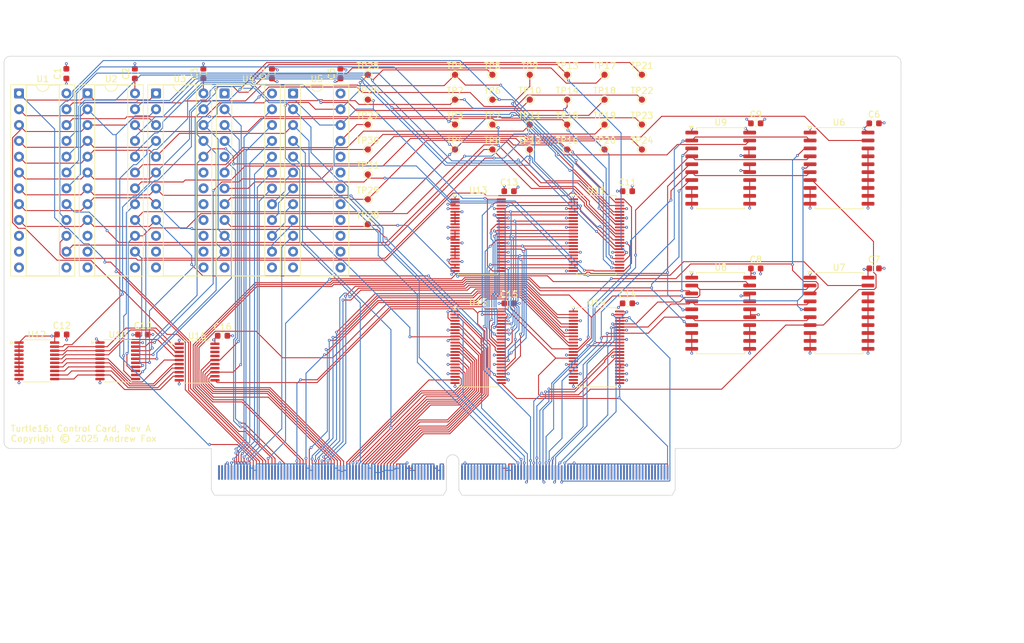
<source format=kicad_pcb>
(kicad_pcb (version 20241229) (generator "pcbnew") (generator_version "9.0")
  (title_block (title "Turtle16: Control Card") (date "2025-07-19") (rev "A") (comment 4 "Processor control module"))
  (layers (0 "F.Cu" signal) (4 "In1.Cu" power) (6 "In2.Cu" power) (2 "B.Cu" signal) (13 "F.Paste" user) (15 "B.Paste" user) (5 "F.SilkS" user "F.Silkscreen") (7 "B.SilkS" user "B.Silkscreen") (1 "F.Mask" user) (3 "B.Mask" user) (25 "Edge.Cuts" user))
  (net 0 "")
  (net 1 "GND")
  (net 2 "VCC")
  (net 3 "/ID/Ins_EX9")
  (net 5 "/ID/Ins_EX2")
  (net 9 "/ID/Ins_EX0")
  (net 10 "/CardEdgeControl/Ins_ID6")
  (net 12 "/ID/Ctl_EX9")
  (net 13 "/CardEdgeControl/N")
  (net 14 "/CardEdgeControl/Ins_ID13")
  (net 15 "/CardEdgeControl/Ins_ID4")
  (net 16 "/CardEdgeControl/Ins_ID7")
  (net 17 "/ID/Ins_EX10")
  (net 18 "/ID/Ctl_EX7")
  (net 19 "/ID/Ctl_EX11")
  (net 20 "/ID/Ctl_EX13")
  (net 21 "/ID/Ins_EX4")
  (net 22 "/CardEdgeControl/Ins_ID15")
  (net 23 "/CardEdgeControl/Ins_ID12")
  (net 24 "/ID/Ctl_EX12")
  (net 25 "/ID/Ins_EX3")
  (net 26 "/CardEdgeControl/Ins_ID14")
  (net 27 "/CardEdgeControl/Ins_ID11")
  (net 28 "/CardEdgeControl/FWD_EX_TO_A")
  (net 29 "/CardEdgeControl/~{RST_sync}")
  (net 30 "/CardEdgeControl/SelC_MEM0")
  (net 31 "/CardEdgeControl/Ins_ID2")
  (net 32 "/CardEdgeControl/FWD_B")
  (net 33 "/ID/Ctl_EX4")
  (net 34 "/CardEdgeControl/Carry")
  (net 35 "/CardEdgeControl/Ins_ID3")
  (net 36 "/CardEdgeControl/Ins_ID10")
  (net 37 "/ID/Ctl_EX14")
  (net 38 "/CardEdgeControl/Ins_ID0")
  (net 39 "/CardEdgeControl/Ins_ID5")
  (net 40 "/CardEdgeControl/Ins_ID9")
  (net 41 "/CardEdgeControl/Z")
  (net 43 "/ID/Ctl_EX2")
  (net 44 "/ID/Ctl_EX0")
  (net 45 "/CardEdgeControl/Ctl_MEM20")
  (net 46 "/CardEdgeControl/FWD_MEM_TO_B")
  (net 47 "/CardEdgeControl/Ctl_MEM17")
  (net 48 "/ID/Ctl_EX15")
  (net 50 "/ID/Ctl_EX1")
  (net 51 "/ID/Ctl_EX19")
  (net 52 "/ID/Ctl_EX3")
  (net 53 "/ID/Ins_EX6")
  (net 54 "/CardEdgeControl/FWD_EX_TO_B")
  (net 55 "/CardEdgeControl/FWD_MEM_TO_A")
  (net 56 "/ID/Ctl_EX20")
  (net 57 "/ID/Ins_EX5")
  (net 59 "/CardEdgeControl/OVF")
  (net 60 "/CardEdgeControl/Ins_ID1")
  (net 62 "/ID/Ctl_EX10")
  (net 63 "/CardEdgeControl/SelC_MEM2")
  (net 64 "/ID/Ins_EX8")
  (net 65 "/ID/Hazard Control/STALL")
  (net 66 "/ID/Ctl_EX8")
  (net 67 "/CardEdgeControl/Ins_ID8")
  (net 68 "/ID/Ctl_EX5")
  (net 69 "/CardEdgeControl/SelC_MEM1")
  (net 70 "/ID/Ctl_EX16")
  (net 71 "/CardEdgeControl/FWD_A")
  (net 72 "/ID/Ctl_EX6")
  (net 73 "/CardEdgeControl/Phi1c")
  (net 74 "/ID/Ins_EX1")
  (net 75 "/ID/Ctl_EX17")
  (net 76 "/ID/Ins_EX7")
  (net 77 "/ID/Ctl_EX18")
  (net 78 "/ID/Ctl_Mid0")
  (net 79 "/ID/Ctl_Mid1")
  (net 80 "/ID/Ctl_Mid2")
  (net 81 "/ID/Ctl_Mid3")
  (net 82 "/ID/Ctl_Mid4")
  (net 83 "/ID/Ctl_Mid5")
  (net 84 "/ID/Ctl_Mid6")
  (net 85 "/ID/Ctl_Mid7")
  (net 86 "/ID/Ctl_Mid8")
  (net 87 "/ID/Ctl_Mid9")
  (net 88 "/ID/Ctl_Mid10")
  (net 89 "/ID/Ctl_Mid11")
  (net 90 "/ID/Ctl_Mid12")
  (net 91 "/ID/Ctl_Mid13")
  (net 92 "/ID/Ctl_Mid14")
  (net 93 "/ID/Ctl_Mid15")
  (net 94 "/ID/Ctl_Mid16")
  (net 95 "/ID/Ctl_Mid17")
  (net 96 "/ID/Ctl_Mid18")
  (net 97 "/ID/Ctl_Mid19")
  (net 98 "/ID/Ctl_Mid20")
  (net 99 "/ID/Ctl_Mid21")
  (net 100 "/ID/Ctl_Mid22")
  (net 101 "/ID/Ctl_Mid23")
  (net 102 "/ID/Hazard Control/~{FLUSH}")
  (net 103 "/ID/Hazard Control/FLUSH")
  (net 104 "/ID/Hazard Control/Hazard Control Comparators/SEL_B_MATCHES_SEL_C_MEM")
  (net 105 "/ID/Hazard Control/Hazard Control Comparators/SEL_A_MATCHES_SEL_C_MEM")
  (net 106 "/ID/Hazard Control/Hazard Control Comparators/SEL_A_MATCHES_SEL_C_EX")
  (net 107 "/ID/Hazard Control/Hazard Control Comparators/SEL_B_MATCHES_SEL_C_EX")
  (net 117 "Net-(U4-I{slash}O-Pad17)")
  (net 119 "Net-(U4-I{slash}O-Pad14)")
  (net 120 "Net-(U4-I{slash}O-Pad16)")
  (net 121 "Net-(U4-I{slash}O-Pad15)")
  (net 130 "/ID/ID Flush/Ctl_ID23")
  (net 131 "/ID/ID Flush/Ctl_ID18")
  (net 132 "/ID/ID Flush/Ctl_ID16")
  (net 133 "/ID/ID Flush/Ctl_ID22")
  (net 134 "/ID/ID Flush/Ctl_ID17")
  (net 135 "/ID/ID Flush/Ctl_ID19")
  (net 136 "/ID/ID Flush/Ctl_ID20")
  (net 137 "/ID/ID Flush/Ctl_ID21")
  (net 138 "/ID/ID Flush/Ctl_ID15")
  (net 139 "/ID/ID Flush/Ctl_ID8")
  (net 140 "/ID/ID Flush/Ctl_ID5")
  (net 141 "/ID/ID Flush/Ctl_ID0")
  (net 142 "/ID/ID Flush/Ctl_ID9")
  (net 143 "/ID/ID Flush/Ctl_ID2")
  (net 144 "/ID/ID Flush/Ctl_ID10")
  (net 145 "/ID/ID Flush/Ctl_ID6")
  (net 146 "/ID/ID Flush/Ctl_ID11")
  (net 147 "/ID/ID Flush/Ctl_ID3")
  (net 148 "/ID/ID Flush/Ctl_ID1")
  (net 149 "/ID/ID Flush/Ctl_ID13")
  (net 150 "/ID/ID Flush/Ctl_ID7")
  (net 151 "/ID/ID Flush/Ctl_ID4")
  (net 152 "/ID/ID Flush/Ctl_ID14")
  (net 153 "/ID/ID Flush/Ctl_ID12")
  (footprint "TestPoint:TestPoint_Pad_D1.0mm" (layer "F.Cu") (at 155.19 59)
    (property "Reference" "TP13")
    (property "Value" "Ctl_Mid12")
  )
  (footprint "Package_SO:TSSOP-48_6.1x12.5mm_P0.5mm" (layer "F.Cu") (at 140.9025 84.75)
    (property "Reference" "U13")
    (property "Value" "74ABT16245")
  )
  (footprint "Capacitor_SMD:C_0603_1608Metric" (layer "F.Cu") (at 85.79 58.825 90)
    (property "Reference" "C2")
    (property "Value" "0.1uF")
  )
  (footprint "TestPoint:TestPoint_Pad_D1.0mm" (layer "F.Cu") (at 155.19 67)
    (property "Reference" "TP15")
    (property "Value" "Ctl_Mid14")
  )
  (footprint "TestPoint:TestPoint_Pad_D1.0mm" (layer "F.Cu") (at 137.19 63)
    (property "Reference" "TP2")
    (property "Value" "Ctl_Mid1")
  )
  (footprint "TestPoint:TestPoint_Pad_D1.0mm" (layer "F.Cu") (at 161.19 71)
    (property "Reference" "TP20")
    (property "Value" "Ctl_Mid19")
  )
  (footprint "TestPoint:TestPoint_Pad_D1.0mm" (layer "F.Cu") (at 155.19 71)
    (property "Reference" "TP16")
    (property "Value" "Ctl_Mid15")
  )
  (footprint "Package_SO:SOIC-20W_7.5x12.8mm_P1.27mm" (layer "F.Cu") (at 179.84 74)
    (property "Reference" "U9")
    (property "Value" "74F521")
  )
  (footprint "TestPoint:TestPoint_Pad_D1.0mm" (layer "F.Cu") (at 123.19 67)
    (property "Reference" "TP27")
    (property "Value" "FLUSH")
  )
  (footprint "Package_SO:TSSOP-20_4.4x6.5mm_P0.65mm" (layer "F.Cu") (at 70.0525 104.925)
    (property "Reference" "U12")
    (property "Value" "74ABT245")
  )
  (footprint "Package_DIP:DIP-24_W7.62mm_Socket" (layer "F.Cu") (at 111.19 62)
    (property "Reference" "U5")
    (property "Value" "ATF22V10C-7PX")
  )
  (footprint "Package_SO:TSSOP-20_4.4x6.5mm_P0.65mm" (layer "F.Cu") (at 83.0525 104.925)
    (property "Reference" "U10")
    (property "Value" "74ABT245")
  )
  (footprint "TestPoint:TestPoint_Pad_D1.0mm" (layer "F.Cu") (at 143.19 63)
    (property "Reference" "TP6")
    (property "Value" "Ctl_Mid5")
  )
  (footprint "Package_SO:SOIC-20W_7.5x12.8mm_P1.27mm" (layer "F.Cu") (at 198.84 97.285)
    (property "Reference" "U7")
    (property "Value" "74F521")
  )
  (footprint "Package_DIP:DIP-24_W7.62mm_Socket" (layer "F.Cu") (at 89.19 62)
    (property "Reference" "U3")
    (property "Value" "ATF22V10C-7PX")
  )
  (footprint "Capacitor_SMD:C_0603_1608Metric" (layer "F.Cu") (at 145.865 77.7)
    (property "Reference" "C13")
    (property "Value" "0.1uF")
  )
  (footprint "TestPoint:TestPoint_Pad_D1.0mm" (layer "F.Cu") (at 123.19 59)
    (property "Reference" "TP25")
    (property "Value" "STALL")
  )
  (footprint "TestPoint:TestPoint_Pad_D1.0mm" (layer "F.Cu") (at 143.19 59)
    (property "Reference" "TP5")
    (property "Value" "Ctl_Mid4")
  )
  (footprint "Package_SO:TSSOP-48_6.1x12.5mm_P0.5mm" (layer "F.Cu") (at 159.9025 84.75)
    (property "Reference" "U11")
    (property "Value" "74ABT16245")
  )
  (footprint "TestPoint:TestPoint_Pad_D1.0mm" (layer "F.Cu") (at 161.19 67)
    (property "Reference" "TP19")
    (property "Value" "Ctl_Mid18")
  )
  (footprint "Capacitor_SMD:C_0603_1608Metric" (layer "F.Cu") (at 118.79 58.825 90)
    (property "Reference" "C5")
    (property "Value" "0.1uF")
  )
  (footprint "Package_SO:TSSOP-48_6.1x12.5mm_P0.5mm" (layer "F.Cu") (at 159.9025 102.75)
    (property "Reference" "U14")
    (property "Value" "74ABT16374")
  )
  (footprint "Package_SO:SOIC-20W_7.5x12.8mm_P1.27mm" (layer "F.Cu") (at 179.84 97.285)
    (property "Reference" "U8")
    (property "Value" "74F521")
  )
  (footprint "Capacitor_SMD:C_0603_1608Metric" (layer "F.Cu") (at 74.065 100.7)
    (property "Reference" "C12")
    (property "Value" "0.1uF")
  )
  (footprint "Capacitor_SMD:C_0603_1608Metric" (layer "F.Cu") (at 74.79 58.825 90)
    (property "Reference" "C1")
    (property "Value" "0.1uF")
  )
  (footprint "Capacitor_SMD:C_0603_1608Metric" (layer "F.Cu") (at 99.865 100.9)
    (property "Reference" "C16")
    (property "Value" "0.1uF")
  )
  (footprint "TestPoint:TestPoint_Pad_D1.0mm" (layer "F.Cu") (at 137.19 67)
    (property "Reference" "TP3")
    (property "Value" "Ctl_Mid2")
  )
  (footprint "Capacitor_SMD:C_0603_1608Metric" (layer "F.Cu") (at 164.865 95.7)
    (property "Reference" "C14")
    (property "Value" "0.1uF")
  )
  (footprint "TestPoint:TestPoint_Pad_D1.0mm" (layer "F.Cu") (at 123.19 71)
    (property "Reference" "TP30")
    (property "Value" "SEL_A_MATCHES_SEL_C_EX")
  )
  (footprint "TestPoint:TestPoint_Pad_D1.0mm" (layer "F.Cu") (at 167.19 71)
    (property "Reference" "TP24")
    (property "Value" "Ctl_Mid23")
  )
  (footprint "TestPoint:TestPoint_Pad_D1.0mm" (layer "F.Cu") (at 137.19 71)
    (property "Reference" "TP4")
    (property "Value" "Ctl_Mid3")
  )
  (footprint "Capacitor_SMD:C_0603_1608Metric" (layer "F.Cu") (at 87.065 100.7)
    (property "Reference" "C10")
    (property "Value" "0.1uF")
  )
  (footprint "Capacitor_SMD:C_0603_1608Metric" (layer "F.Cu") (at 164.865 77.7)
    (property "Reference" "C11")
    (property "Value" "0.1uF")
  )
  (footprint "TestPoint:TestPoint_Pad_D1.0mm" (layer "F.Cu") (at 149.19 59)
    (property "Reference" "TP9")
    (property "Value" "Ctl_Mid8")
  )
  (footprint "Package_SO:SOIC-20W_7.5x12.8mm_P1.27mm" (layer "F.Cu") (at 198.84 74)
    (property "Reference" "U6")
    (property "Value" "74F521")
  )
  (footprint "TestPoint:TestPoint_Pad_D1.0mm" (layer "F.Cu") (at 149.19 63)
    (property "Reference" "TP10")
    (property "Value" "Ctl_Mid9")
  )
  (footprint "Package_SO:TSSOP-48_6.1x12.5mm_P0.5mm" (layer "F.Cu") (at 140.9025 102.75)
    (property "Reference" "U15")
    (property "Value" "74ABT16374")
  )
  (footprint "Turtle16:MEC5-140-01-L-DV-W1-K_Edge" (layer "F.Cu") (at 136.805 121)
    (property "Reference" "J1" (hide yes))
    (property "Value" "MEC5-140-01-L-DV-W1-K")
  )
  (footprint "Package_DIP:DIP-24_W7.62mm_Socket" (layer "F.Cu") (at 67.19 62)
    (property "Reference" "U1")
    (property "Value" "ATF22V10C-7PX")
  )
  (footprint "Capacitor_SMD:C_0603_1608Metric" (layer "F.Cu") (at 204.465 90.09)
    (property "Reference" "C7")
    (property "Value" "0.1uF")
  )
  (footprint "TestPoint:TestPoint_Pad_D1.0mm" (layer "F.Cu") (at 167.19 63)
    (property "Reference" "TP22")
    (property "Value" "Ctl_Mid21")
  )
  (footprint "Capacitor_SMD:C_0603_1608Metric" (layer "F.Cu") (at 185.465 90.09)
    (property "Reference" "C8")
    (property "Value" "0.1uF")
  )
  (footprint "TestPoint:TestPoint_Pad_D1.0mm" (layer "F.Cu") (at 161.19 59)
    (property "Reference" "TP17")
    (property "Value" "Ctl_Mid16")
  )
  (footprint "TestPoint:TestPoint_Pad_D1.0mm" (layer "F.Cu") (at 149.19 67)
    (property "Reference" "TP11")
    (property "Value" "Ctl_Mid10")
  )
  (footprint "TestPoint:TestPoint_Pad_D1.0mm" (layer "F.Cu") (at 161.19 63)
    (property "Reference" "TP18")
    (property "Value" "Ctl_Mid17")
  )
  (footprint "TestPoint:TestPoint_Pad_D1.0mm" (layer "F.Cu") (at 155.19 63)
    (property "Reference" "TP14")
    (property "Value" "Ctl_Mid13")
  )
  (footprint "TestPoint:TestPoint_Pad_D1.0mm" (layer "F.Cu") (at 123.19 75)
    (property "Reference" "TP31")
    (property "Value" "SEL_B_MATCHES_SEL_C_EX")
  )
  (footprint "Package_SO:TSSOP-20_4.4x6.5mm_P0.65mm" (layer "F.Cu") (at 95.7775 105.125)
    (property "Reference" "U16")
    (property "Value" "74ABT574")
  )
  (footprint "Capacitor_SMD:C_0603_1608Metric" (layer "F.Cu") (at 185.465 66.805)
    (property "Reference" "C9")
    (property "Value" "0.1uF")
  )
  (footprint "Capacitor_SMD:C_0603_1608Metric" (layer "F.Cu") (at 96.79 58.825 90)
    (property "Reference" "C3")
    (property "Value" "0.1uF")
  )
  (footprint "TestPoint:TestPoint_Pad_D1.0mm" (layer "F.Cu") (at 123.19 63)
    (property "Reference" "TP26")
    (property "Value" "~{FLUSH}")
  )
  (footprint "Capacitor_SMD:C_0603_1608Metric" (layer "F.Cu") (at 145.865 95.7)
    (property "Reference" "C15")
    (property "Value" "0.1uF")
  )
  (footprint "Package_DIP:DIP-24_W7.62mm_Socket" (layer "F.Cu") (at 100.19 62)
    (property "Reference" "U4")
    (property "Value" "ATF22V10C-7PX")
  )
  (footprint "Capacitor_SMD:C_0603_1608Metric" (layer "F.Cu") (at 107.79 58.825 90)
    (property "Reference" "C4")
    (property "Value" "0.1uF")
  )
  (footprint "TestPoint:TestPoint_Pad_D1.0mm" (layer "F.Cu") (at 123.19 79)
    (property "Reference" "TP29")
    (property "Value" "SEL_A_MATCHES_SEL_C_MEM")
  )
  (footprint "TestPoint:TestPoint_Pad_D1.0mm" (layer "F.Cu") (at 167.19 59)
    (property "Reference" "TP21")
    (property "Value" "Ctl_Mid20")
  )
  (footprint "TestPoint:TestPoint_Pad_D1.0mm" (layer "F.Cu") (at 137.19 59)
    (property "Reference" "TP1")
    (property "Value" "Ctl_Mid0")
  )
  (footprint "TestPoint:TestPoint_Pad_D1.0mm" (layer "F.Cu") (at 123.19 83)
    (property "Reference" "TP28")
    (property "Value" "SEL_B_MATCHES_SEL_C_MEM")
  )
  (footprint "TestPoint:TestPoint_Pad_D1.0mm" (layer "F.Cu") (at 143.19 71)
    (property "Reference" "TP8")
    (property "Value" "Ctl_Mid7")
  )
  (footprint "TestPoint:TestPoint_Pad_D1.0mm" (layer "F.Cu") (at 149.19 71)
    (property "Reference" "TP12")
    (property "Value" "Ctl_Mid11")
  )
  (footprint "Capacitor_SMD:C_0603_1608Metric" (layer "F.Cu") (at 204.465 66.805)
    (property "Reference" "C6")
    (property "Value" "0.1uF")
  )
  (footprint "TestPoint:TestPoint_Pad_D1.0mm" (layer "F.Cu") (at 167.19 67)
    (property "Reference" "TP23")
    (property "Value" "Ctl_Mid22")
  )
  (footprint "TestPoint:TestPoint_Pad_D1.0mm" (layer "F.Cu") (at 143.19 67)
    (property "Reference" "TP7")
    (property "Value" "Ctl_Mid6")
  )
  (footprint "Package_DIP:DIP-24_W7.62mm_Socket" (layer "F.Cu") (at 78.19 62)
    (property "Reference" "U2")
    (property "Value" "ATF22V10C-7PX")
  )
  (gr_line (start 64.794 117.99) (end 64.794 57.03) (stroke (width 0.1)) (layer "Edge.Cuts"))
  (gr_arc (start 65.794 118.999328) (mid 65.080297 118.703703) (end 64.784672 117.99) (stroke (width 0.1)) (layer "Edge.Cuts"))
  (gr_line (start 137.78 120.82) (end 137.8 120.9) (stroke (width 0.1)) (layer "Edge.Cuts"))
  (gr_line (start 137.18 120.07) (end 137.36 120.17) (stroke (width 0.1)) (layer "Edge.Cuts"))
  (gr_line (start 98.57 126.5) (end 135.32 126.5) (stroke (width 0.1)) (layer "Edge.Cuts"))
  (gr_line (start 137.64 120.45) (end 137.74 120.64) (stroke (width 0.1)) (layer "Edge.Cuts"))
  (gr_line (start 135.32 126.5) (end 135.8 125.66) (stroke (width 0.1)) (layer "Edge.Cuts"))
  (gr_line (start 207.526062 119.006) (end 172.53 119) (stroke (width 0.1)) (layer "Edge.Cuts"))
  (gr_line (start 137 120.02) (end 137.18 120.07) (stroke (width 0.1)) (layer "Edge.Cuts"))
  (gr_line (start 135.8 121) (end 135.81 120.86) (stroke (width 0.1)) (layer "Edge.Cuts"))
  (gr_arc (start 64.794 57.03) (mid 65.086893 56.322893) (end 65.794 56.03) (stroke (width 0.1)) (layer "Edge.Cuts"))
  (gr_line (start 172.03 126.51) (end 171.62 126.51) (stroke (width 0.1)) (layer "Edge.Cuts"))
  (gr_line (start 98.07 119.01) (end 65.794 118.999328) (stroke (width 0.1)) (layer "Edge.Cuts"))
  (gr_line (start 137.36 120.17) (end 137.52 120.3) (stroke (width 0.1)) (layer "Edge.Cuts"))
  (gr_line (start 98.07 119.01) (end 98.07 125.65) (stroke (width 0.1)) (layer "Edge.Cuts"))
  (gr_line (start 137.8 125.64) (end 137.81 125.67) (stroke (width 0.1)) (layer "Edge.Cuts"))
  (gr_line (start 135.85 120.69) (end 135.93 120.51) (stroke (width 0.1)) (layer "Edge.Cuts"))
  (gr_line (start 98.07 125.65) (end 98.57 126.5) (stroke (width 0.1)) (layer "Edge.Cuts"))
  (gr_line (start 137.74 120.64) (end 137.78 120.82) (stroke (width 0.1)) (layer "Edge.Cuts"))
  (gr_line (start 65.794 56.03) (end 207.78 56.03) (stroke (width 0.1)) (layer "Edge.Cuts"))
  (gr_line (start 136.46 120.05) (end 136.67 120.01) (stroke (width 0.1)) (layer "Edge.Cuts"))
  (gr_arc (start 208.796 117.748499) (mid 208.419657 118.638434) (end 207.526062 119.006) (stroke (width 0.1)) (layer "Edge.Cuts"))
  (gr_line (start 136.67 120.01) (end 136.82 120) (stroke (width 0.1)) (layer "Edge.Cuts"))
  (gr_line (start 138.3 126.51) (end 137.81 125.67) (stroke (width 0.1)) (layer "Edge.Cuts"))
  (gr_line (start 136.82 120) (end 137 120.02) (stroke (width 0.1)) (layer "Edge.Cuts"))
  (gr_line (start 172.53 125.65) (end 172.03 126.51) (stroke (width 0.1)) (layer "Edge.Cuts"))
  (gr_line (start 137.52 120.3) (end 137.64 120.45) (stroke (width 0.1)) (layer "Edge.Cuts"))
  (gr_line (start 135.81 120.86) (end 135.85 120.69) (stroke (width 0.1)) (layer "Edge.Cuts"))
  (gr_line (start 137.8 121) (end 137.8 125.64) (stroke (width 0.1)) (layer "Edge.Cuts"))
  (gr_line (start 136.23 120.18) (end 136.46 120.05) (stroke (width 0.1)) (layer "Edge.Cuts"))
  (gr_line (start 135.8 125.66) (end 135.8 121) (stroke (width 0.1)) (layer "Edge.Cuts"))
  (gr_line (start 171.62 126.51) (end 138.3 126.51) (stroke (width 0.1)) (layer "Edge.Cuts"))
  (gr_arc (start 207.78 56.03) (mid 208.487107 56.322893) (end 208.78 57.03) (stroke (width 0.1)) (layer "Edge.Cuts"))
  (gr_line (start 135.93 120.51) (end 136.05 120.34) (stroke (width 0.1)) (layer "Edge.Cuts"))
  (gr_line (start 136.05 120.34) (end 136.23 120.18) (stroke (width 0.1)) (layer "Edge.Cuts"))
  (gr_line (start 137.8 120.9) (end 137.8 121) (stroke (width 0.1)) (layer "Edge.Cuts"))
  (gr_line (start 172.53 119) (end 172.53 125.65) (stroke (width 0.1)) (layer "Edge.Cuts"))
  (gr_line (start 208.78 57.03) (end 208.796 117.748447) (stroke (width 0.1)) (layer "Edge.Cuts"))
  (gr_text "Turtle16: Control Card, Rev A\nCopyright © 2025 Andrew Fox" (at 65.778 118 0) (layer "F.SilkS") (effects (font (size 1 1)) (justify left bottom)))
  (segment (start 143.492 104.0019) (end 144.6131 104.0019) (width 0.1524) (layer "F.Cu") (net 1))
  (segment (start 130.81 122.86) (end 130.81 122.5153) (width 0.1524) (layer "F.Cu") (net 1))
  (segment (start 155.31 121.4813) (end 155.81 121.4813) (width 0.1524) (layer "F.Cu") (net 1))
  (segment (start 96.79 58.05) (end 96.79 57.2206) (width 0.1524) (layer "F.Cu") (net 1))
  (segment (start 134.31 122.5153) (end 134.81 122.5153) (width 0.1524) (layer "F.Cu") (net 1))
  (segment (start 67.19 107.85) (end 67.19 108.4441) (width 0.1524) (layer "F.Cu") (net 1))
  (segment (start 184.49 78.445) (end 184.49 77.175) (width 0.1524) (layer "F.Cu") (net 1))
  (segment (start 136.2556 101.5) (end 136.0691 101.6865) (width 0.1524) (layer "F.Cu") (net 1))
  (segment (start 145.7304 86.0136) (end 144.6286 86.0136) (width 0.1524) (layer "F.Cu") (net 1))
  (segment (start 203.49 78.445) (end 203.49 79.715) (width 0.1524) (layer "F.Cu") (net 1))
  (segment (start 186.24 90.09) (end 186.24 90.9587) (width 0.1524) (layer "F.Cu") (net 1))
  (segment (start 184.37 71.975) (end 184.37 70.945) (width 0.1524) (layer "F.Cu") (net 1))
  (segment (start 155.31 122.86) (end 155.31 121.4813) (width 0.1524) (layer "F.Cu") (net 1))
  (segment (start 183.0721 74.3769) (end 184.49 74.3769) (width 0.1524) (layer "F.Cu") (net 1))
  (segment (start 184.37 70.945) (end 184.49 70.825) (width 0.1524) (layer "F.Cu") (net 1))
  (segment (start 141.81 121.4813) (end 142.31 121.4813) (width 0.1524) (layer "F.Cu") (net 1))
  (segment (start 144.6286 86.0136) (end 144.615 86) (width 0.1524) (layer "F.Cu") (net 1))
  (segment (start 164.81 122.86) (end 164.81 121.4813) (width 0.1524) (layer "F.Cu") (net 1))
  (segment (start 142.81 122.86) (end 142.81 121.4813) (width 0.1524) (layer "F.Cu") (net 1))
  (segment (start 79.6052 101.4152) (end 80.19 102) (width 0.1524) (layer "F.Cu") (net 1))
  (segment (start 130.31 122.5153) (end 130.31 122.1706) (width 0.1524) (layer "F.Cu") (net 1))
  (segment (start 144.615 89) (end 145.7368 89) (width 0.1524) (layer "F.Cu") (net 1))
  (segment (start 155.0725 86) (end 156.19 86) (width 0.1524) (layer "F.Cu") (net 1))
  (segment (start 134.81 122.5153) (end 134.81 121.4813) (width 0.1524) (layer "F.Cu") (net 1))
  (segment (start 164.7353 107) (end 163.615 107) (width 0.1524) (layer "F.Cu") (net 1))
  (segment (start 146.31 122.86) (end 146.31 121.4813) (width 0.1524) (layer "F.Cu") (net 1))
  (segment (start 144.81 122.86) (end 144.81 122.1706) (width 0.1524) (layer "F.Cu") (net 1))
  (segment (start 129.81 122.86) (end 129.81 122.1706) (width 0.1524) (layer "F.Cu") (net 1))
  (segment (start 164.7385 86) (end 165.2188 86.4803) (width 0.1524) (layer "F.Cu") (net 1))
  (segment (start 194.19 80.4183) (end 194.19 79.715) (width 0.1524) (layer "F.Cu") (net 1))
  (segment (start 184.49 103) (end 184.49 103.6905) (width 0.1524) (layer "F.Cu") (net 1))
  (segment (start 166.31 122.86) (end 166.31 121.4813) (width 0.1524) (layer "F.Cu") (net 1))
  (segment (start 142.31 122.86) (end 142.31 121.4813) (width 0.1524) (layer "F.Cu") (net 1))
  (segment (start 139.31 122.86) (end 139.31 121.4813) (width 0.1524) (layer "F.Cu") (net 1))
  (segment (start 133.81 122.1706) (end 134.31 122.1706) (width 0.1524) (layer "F.Cu") (net 1))
  (segment (start 134.31 122.5153) (end 134.31 122.1706) (width 0.1524) (layer "F.Cu") (net 1))
  (segment (start 137.19 80.5) (end 136.0691 80.5) (width 0.1524) (layer "F.Cu") (net 1))
  (segment (start 127.81 122.86) (end 127.81 121.4813) (width 0.1524) (layer "F.Cu") (net 1))
  (segment (start 129.31 122.86) (end 129.31 122.1706) (width 0.1524) (layer "F.Cu") (net 1))
  (segment (start 158.31 122.86) (end 158.31 121.4813) (width 0.1524) (layer "F.Cu") (net 1))
  (segment (start 144.615 80.5) (end 143.4982 80.5) (width 0.1524) (layer "F.Cu") (net 1))
  (segment (start 147.3049 77.0351) (end 146.64 77.7) (width 0.1524) (layer "F.Cu") (net 1))
  (segment (start 144.615 98.5) (end 145.7307 98.5) (width 0.1524) (layer "F.Cu") (net 1))
  (segment (start 138.3275 86) (end 137.19 86) (width 0.1524) (layer "F.Cu") (net 1))
  (segment (start 167.31 121.4813) (end 167.81 121.4813) (width 0.1524) (layer "F.Cu") (net 1))
  (segment (start 128.31 122.86) (end 128.31 121.4813) (width 0.1524) (layer "F.Cu") (net 1))
  (segment (start 156.19 108.5) (end 156.19 109.039) (width 0.1524) (layer "F.Cu") (net 1))
  (segment (start 145.81 121.4813) (end 146.31 121.4813) (width 0.1524) (layer "F.Cu") (net 1))
  (segment (start 140.31 121.4813) (end 140.81 121.4813) (width 0.1524) (layer "F.Cu") (net 1))
  (segment (start 203.49 99.19) (end 203.49 97.92) (width 0.1524) (layer "F.Cu") (net 1))
  (segment (start 129.4883 121.3167) (end 129.3237 121.4813) (width 0.1524) (layer "F.Cu") (net 1))
  (segment (start 87.84 100.7) (end 88.6734 100.7) (width 0.1524) (layer "F.Cu") (net 1))
  (segment (start 194.19 67.5854) (end 194.19 68.285) (width 0.1524) (layer "F.Cu") (net 1))
  (segment (start 144.31 122.86) (end 144.31 121.4813) (width 0.1524) (layer "F.Cu") (net 1))
  (segment (start 130.81 122.5153) (end 130.81 121.4813) (width 0.1524) (layer "F.Cu") (net 1))
  (segment (start 138.31 122.86) (end 138.31 121.4813) (width 0.1524) (layer "F.Cu") (net 1))
  (segment (start 157.31 121.4813) (end 157.81 121.4813) (width 0.1524) (layer "F.Cu") (net 1))
  (segment (start 131.31 121.4813) (end 131.81 121.4813) (width 0.1524) (layer "F.Cu") (net 1))
  (segment (start 140.31 122.86) (end 140.31 121.4813) (width 0.1524) (layer "F.Cu") (net 1))
  (segment (start 184.49 95.38) (end 184.49 94.501) (width 0.1524) (layer "F.Cu") (net 1))
  (segment (start 92.915 102.2) (end 92.915 101.6194) (width 0.1524) (layer "F.Cu") (net 1))
  (segment (start 137.19 89) (end 138.3077 89) (width 0.1524) (layer "F.Cu") (net 1))
  (segment (start 74.84 100.7) (end 74.84 101.5588) (width 0.1524) (layer "F.Cu") (net 1))
  (segment (start 141.81 122.86) (end 141.81 121.4813) (width 0.1524) (layer "F.Cu") (net 1))
  (segment (start 138.81 121.4813) (end 139.31 121.4813) (width 0.1524) (layer "F.Cu") (net 1))
  (segment (start 194.19 90.8836) (end 194.19 91.57) (width 0.1524) (layer "F.Cu") (net 1))
  (segment (start 134.81 121.4813) (end 135.31 121.4813) (width 0.1524) (layer "F.Cu") (net 1))
  (segment (start 156.81 121.4813) (end 157.31 121.4813) (width 0.1524) (layer "F.Cu") (net 1))
  (segment (start 128.81 121.4813) (end 129.31 121.4813) (width 0.1524) (layer "F.Cu") (net 1))
  (segment (start 131.31 122.86) (end 131.31 121.4813) (width 0.1524) (layer "F.Cu") (net 1))
  (segment (start 145.31 122.86) (end 145.31 122.5153) (width 0.1524) (layer "F.Cu") (net 1))
  (segment (start 137.19 97) (end 136.1057 97) (width 0.1524) (layer "F.Cu") (net 1))
  (segment (start 158.31 121.4813) (end 158.81 121.4813) (width 0.1524) (layer "F.Cu") (net 1))
  (segment (start 164.7341 98.5) (end 163.615 98.5) (width 0.1524) (layer "F.Cu") (net 1))
  (segment (start 80.19 107.85) (end 80.19 108.4468) (width 0.1524) (layer "F.Cu") (net 1))
  (segment (start 130.81 121.4813) (end 131.31 121.4813) (width 0.1524) (layer "F.Cu") (net 1))
  (segment (start 167.31 122.86) (end 167.31 121.4813) (width 0.1524) (layer "F.Cu") (net 1))
  (segment (start 136.0628 107) (end 137.19 107) (width 0.1524) (layer "F.Cu") (net 1))
  (segment (start 194.19 78.445) (end 194.19 79.715) (width 0.1524) (layer "F.Cu") (net 1))
  (segment (start 184.49 79.715) (end 184.49 80.3962) (width 0.1524) (layer "F.Cu") (net 1))
  (segment (start 206.0775 66.7169) (end 205.3281 66.7169) (width 0.1524) (layer "F.Cu") (net 1))
  (segment (start 137.19 104) (end 136.0691 104) (width 0.1524) (layer "F.Cu") (net 1))
  (segment (start 156.19 97) (end 156.19 96.4653) (width 0.1524) (layer "F.Cu") (net 1))
  (segment (start 175.19 103) (end 175.19 103.6987) (width 0.1524) (layer "F.Cu") (net 1))
  (segment (start 162.31 122.86) (end 162.31 121.4813) (width 0.1524) (layer "F.Cu") (net 1))
  (segment (start 194.19 103) (end 194.19 103.6787) (width 0.1524) (layer "F.Cu") (net 1))
  (segment (start 168.81 122.86) (end 168.81 121.4813) (width 0.1524) (layer "F.Cu") (net 1))
  (segment (start 137.19 90.5) (end 136.657 91.033) (width 0.1524) (layer "F.Cu") (net 1))
  (segment (start 168.31 122.86) (end 168.31 121.4813) (width 0.1524) (layer "F.Cu") (net 1))
  (segment (start 108.4792 58.05) (end 108.665 58.2358) (width 0.1524) (layer "F.Cu") (net 1))
  (segment (start 129.3237 121.4813) (end 129.31 121.4813) (width 0.1524) (layer "F.Cu") (net 1))
  (segment (start 162.7413 104) (end 162.4921 104.2492) (width 0.1524) (layer "F.Cu") (net 1))
  (segment (start 140.81 121.4813) (end 141.31 121.4813) (width 0.1524) (layer "F.Cu") (net 1))
  (segment (start 184.37 71.975) (end 184.49 72.095) (width 0.1524) (layer "F.Cu") (net 1))
  (segment (start 145.31 122.5153) (end 145.81 122.5153) (width 0.1524) (layer "F.Cu") (net 1))
  (segment (start 144.615 101.5) (end 145.7306 101.5) (width 0.1524) (layer "F.Cu") (net 1))
  (segment (start 144.81 122.1706) (end 144.81 121.4813) (width 0.1524) (layer "F.Cu") (net 1))
  (segment (start 144.81 122.1706) (end 145.31 122.1706) (width 0.1524) (layer "F.Cu") (net 1))
  (segment (start 136.5224 98.5) (end 137.19 98.5) (width 0.1524) (layer "F.Cu") (net 1))
  (segment (start 160.81 121.4813) (end 161.31 121.4813) (width 0.1524) (layer "F.Cu") (net 1))
  (segment (start 133.81 122.86) (end 133.81 122.1706) (width 0.1524) (layer "F.Cu") (net 1))
  (segment (start 175.19 90.8842) (end 175.19 91.57) (width 0.1524) (layer "F.Cu") (net 1))
  (segment (start 168.81 121.4813) (end 169.31 121.4813) (width 0.1524) (layer "F.Cu") (net 1))
  (segment (start 165.81 122.86) (end 165.81 121.4813) (width 0.1524) (layer "F.Cu") (net 1))
  (segment (start 169.81 121.4813) (end 170.31 121.4813) (width 0.1524) (layer "F.Cu") (net 1))
  (segment (start 166.4861 95.7) (end 165.64 95.7) (width 0.1524) (layer "F.Cu") (net 1))
  (segment (start 137.175 83.485) (end 137.19 83.5) (width 0.1524) (layer "F.Cu") (net 1))
  (segment (start 130.31 122.86) (end 130.31 122.5153) (width 0.1524) (layer "F.Cu") (net 1))
  (segment (start 203.49 100.46) (end 203.49 101.73) (width 0.1524) (layer "F.Cu") (net 1))
  (segment (start 128.81 122.86) (end 128.81 121.4813) (width 0.1524) (layer "F.Cu") (net 1))
  (segment (start 139.31 121.4813) (end 139.81 121.4813) (width 0.1524) (layer "F.Cu") (net 1))
  (segment (start 169.31 121.4813) (end 169.81 121.4813) (width 0.1524) (layer "F.Cu") (net 1))
  (segment (start 164.81 121.4813) (end 165.31 121.4813) (width 0.1524) (layer "F.Cu") (net 1))
  (segment (start 203.49 70.825) (end 203.49 72.095) (width 0.1524) (layer "F.Cu") (net 1))
  (segment (start 145.81 122.86) (end 145.81 122.5153) (width 0.1524) (layer "F.Cu") (net 1))
  (segment (start 163.81 121.4813) (end 164.31 121.4813) (width 0.1524) (layer "F.Cu") (net 1))
  (segment (start 138.7873 121.3227) (end 138.7873 121.4813) (width 0.1524) (layer "F.Cu") (net 1))
  (segment (start 131.81 122.86) (end 131.81 121.4813) (width 0.1524) (layer "F.Cu") (net 1))
  (segment (start 165.31 121.4813) (end 165.81 121.4813) (width 0.1524) (layer "F.Cu") (net 1))
  (segment (start 137.19 108.5) (end 137.19 109.036) (width 0.1524) (layer "F.Cu") (net 1))
  (segment (start 203.49 75.905) (end 203.49 77.175) (width 0.1524) (layer "F.Cu") (net 1))
  (segment (start 157.81 121.4813) (end 158.31 121.4813) (width 0.1524) (layer "F.Cu") (net 1))
  (segment (start 183.0974 94.501) (end 184.49 94.501) (width 0.1524) (layer "F.Cu") (net 1))
  (segment (start 170.81 122.86) (end 170.81 121.4813) (width 0.1524) (layer "F.Cu") (net 1))
  (segment (start 194.19 100.46) (end 194.19 101.73) (width 0.1524) (layer "F.Cu") (net 1))
  (segment (start 130.31 122.5153) (end 130.81 122.5153) (width 0.1524) (layer "F.Cu") (net 1))
  (segment (start 156.166 80.476) (end 156.19 80.5) (width 0.1524) (layer "F.Cu") (net 1))
  (segment (start 175.19 77.175) (end 175.19 78.445) (width 0.1524) (layer "F.Cu") (net 1))
  (segment (start 141.31 121.4813) (end 141.81 121.4813) (width 0.1524) (layer "F.Cu") (net 1))
  (segment (start 138.31 121.4813) (end 138.7873 121.4813) (width 0.1524) (layer "F.Cu") (net 1))
  (segment (start 144.31 121.4813) (end 144.81 121.4813) (width 0.1524) (layer "F.Cu") (net 1))
  (segment (start 155.81 122.86) (end 155.81 121.4813) (width 0.1524) (layer "F.Cu") (net 1))
  (segment (start 170.31 122.86) (end 170.31 121.4813) (width 0.1524) (layer "F.Cu") (net 1))
  (segment (start 163.31 122.86) (end 163.31 121.4813) (width 0.1524) (layer "F.Cu") (net 1))
  (segment (start 155.0679 80.476) (end 156.166 80.476) (width 0.1524) (layer "F.Cu") (net 1))
  (segment (start 118.79 58.05) (end 119.4751 58.05) (width 0.1524) (layer "F.Cu") (net 1))
  (segment (start 166.81 122.86) (end 166.81 121.4813) (width 0.1524) (layer "F.Cu") (net 1))
  (segment (start 155.0701 104) (end 156.19 104) (width 0.1524) (layer "F.Cu") (net 1))
  (segment (start 142.31 121.4813) (end 142.81 121.4813) (width 0.1524) (layer "F.Cu") (net 1))
  (segment (start 132.31 121.4813) (end 132.81 121.4813) (width 0.1524) (layer "F.Cu") (net 1))
  (segment (start 186.9135 66.1315) (end 186.24 66.805) (width 0.1524) (layer "F.Cu") (net 1))
  (segment (start 136.0631 97.0426) (end 136.0631 98.0407) (width 0.1524) (layer "F.Cu") (net 1))
  (segment (start 203.49 77.175) (end 203.49 78.445) (width 0.1524) (layer "F.Cu") (net 1))
  (segment (start 156.19 107) (end 157.3055 107) (width 0.1524) (layer "F.Cu") (net 1))
  (segment (start 163.6245 83.4905) (end 163.615 83.5) (width 0.1524) (layer "F.Cu") (net 1))
  (segment (start 203.49 74.635) (end 203.49 75.905) (width 0.1524) (layer "F.Cu") (net 1))
  (segment (start 184.49 94.501) (end 184.49 94.11) (width 0.1524) (layer "F.Cu") (net 1))
  (segment (start 184.6312 96.7912) (end 184.49 96.65) (width 0.1524) (layer "F.Cu") (net 1))
  (segment (start 156.31 121.4813) (end 156.81 121.4813) (width 0.1524) (layer "F.Cu") (net 1))
  (segment (start 160.31 122.86) (end 160.31 121.4813) (width 0.1524) (layer "F.Cu") (net 1))
  (segment (start 203.49 95.38) (end 203.49 94.11) (width 0.1524) (layer "F.Cu") (net 1))
  (segment (start 142.81 121.4813) (end 143.31 121.4813) (width 0.1524) (layer "F.Cu") (net 1))
  (segment (start 100.64 100.9) (end 101.4707 100.9) (width 0.1524) (layer "F.Cu") (net 1))
  (segment (start 203.49 96.65) (end 203.49 95.38) (width 0.1524) (layer "F.Cu") (net 1))
  (segment (start 146.81 122.86) (end 146.81 121.4813) (width 0.1524) (layer "F.Cu") (net 1))
  (segment (start 175.19 68.285) (end 175.19 67.6059) (width 0.1524) (layer "F.Cu") (net 1))
  (segment (start 133.81 122.1706) (end 133.81 121.4813) (width 0.1524) (layer "F.Cu") (net 1))
  (segment (start 156.19 101.5) (end 157.3081 101.5) (width 0.1524) (layer "F.Cu") (net 1))
  (segment (start 131.81 121.4813) (end 132.31 121.4813) (width 0.1524) (layer "F.Cu") (net 1))
  (segment (start 184.49 75.905) (end 184.49 77.175) (width 0.1524) (layer "F.Cu") (net 1))
  (segment (start 194.19 103) (end 194.19 101.73) (width 0.1524) (layer "F.Cu") (net 1))
  (segment (start 92.915 108.6376) (end 92.915 108.05) (width 0.1524) (layer "F.Cu") (net 1))
  (segment (start 165.81 121.4813) (end 166.31 121.4813) (width 0.1524) (layer "F.Cu") (net 1))
  (segment (start 74.79 57.2205) (end 74.79 58.05) (width 0.1524) (layer "F.Cu") (net 1))
  (segment (start 160.31 121.4813) (end 160.81 121.4813) (width 0.1524) (layer "F.Cu") (net 1))
  (segment (start 163.615 104) (end 162.7413 104) (width 0.1524) (layer "F.Cu") (net 1))
  (segment (start 156.19 89) (end 157.3068 89) (width 0.1524) (layer "F.Cu") (net 1))
  (segment (start 135.31 122.86) (end 135.31 121.4813) (width 0.1524) (layer "F.Cu") (net 1))
  (segment (start 184.6312 97.5202) (end 184.6312 96.7912) (width 0.1524) (layer "F.Cu") (net 1))
  (segment (start 203.49 97.92) (end 203.49 96.65) (width 0.1524) (layer "F.Cu") (net 1))
  (segment (start 129.81 122.1706) (end 130.31 122.1706) (width 0.1524) (layer "F.Cu") (net 1))
  (segment (start 205.3281 66.7169) (end 205.24 66.805) (width 0.1524) (layer "F.Cu") (net 1))
  (segment (start 145.7306 83.5) (end 144.615 83.5) (width 0.1524) (layer "F.Cu") (net 1))
  (segment (start 169.81 122.86) (end 169.81 121.4813) (width 0.1524) (layer "F.Cu") (net 1))
  (segment (start 164.2825 89) (end 163.615 89) (width 0.1524) (layer "F.Cu") (net 1))
  (segment (start 203.49 101.73) (end 203.49 103) (width 0.1524) (layer "F.Cu") (net 1))
  (segment (start 158.81 122.86) (end 158.81 121.4813) (width 0.1524) (layer "F.Cu") (net 1))
  (segment (start 119.4751 58.05) (end 119.6609 58.2358) (width 0.1524) (layer "F.Cu") (net 1))
  (segment (start 143.81 122.86) (end 143.81 121.4813) (width 0.1524) (layer "F.Cu") (net 1))
  (segment (start 158.81 121.4813) (end 159.31 121.4813) (width 0.1524) (layer "F.Cu") (net 1))
  (segment (start 161.81 121.4813) (end 162.31 121.4813) (width 0.1524) (layer "F.Cu") (net 1))
  (segment (start 163.31 121.4813) (end 163.81 121.4813) (width 0.1524) (layer "F.Cu") (net 1))
  (segment (start 164.31 122.86) (end 164.31 121.4813) (width 0.1524) (layer "F.Cu") (net 1))
  (segment (start 161.31 121.4813) (end 161.81 121.4813) (width 0.1524) (layer "F.Cu") (net 1))
  (segment (start 143.31 122.86) (end 143.31 121.4813) (width 0.1524) (layer "F.Cu") (net 1))
  (segment (start 136.0631 98.0407) (end 136.5224 98.5) (width 0.1524) (layer "F.Cu") (net 1))
  (segment (start 139.81 122.86) (end 139.81 121.4813) (width 0.1524) (layer "F.Cu") (net 1))
  (segment (start 164.31 121.4813) (end 164.81 121.4813) (width 0.1524) (layer "F.Cu") (net 1))
  (segment (start 137.19 79) (end 137.19 78.464) (width 0.1524) (layer "F.Cu") (net 1))
  (segment (start 203.49 73.365) (end 203.49 74.635) (width 0.1524) (layer "F.Cu") (net 1))
  (segment (start 144.6131 104.0019) (end 144.615 104) (width 0.1524) (layer "F.Cu") (net 1))
  (segment (start 140.81 122.86) (end 140.81 121.4813) (width 0.1524) (layer "F.Cu") (net 1))
  (segment (start 162.81 122.86) (end 162.81 121.4813) (width 0.1524) (layer "F.Cu") (net 1))
  (segment (start 155.0709 83.5) (end 156.19 83.5) (width 0.1524) (layer "F.Cu") (net 1))
  (segment (start 138.81 122.86) (end 138.81 121.4813) (width 0.1524) (layer "F.Cu") (net 1))
  (segment (start 159.81 121.4813) (end 160.31 121.4813) (width 0.1524) (layer "F.Cu") (net 1))
  (segment (start 184.49 79.715) (end 184.49 78.445) (width 0.1524) (layer "F.Cu") (net 1))
  (segment (start 184.49 100.46) (end 184.49 101.73) (width 0.1524) (layer "F.Cu") (net 1))
  (segment (start 175.19 78.445) (end 175.19 79.715) (width 0.1524) (layer "F.Cu") (net 1))
  (segment (start 194.19 77.175) (end 194.19 78.445) (width 0.1524) (layer "F.Cu") (net 1))
  (segment (start 161.81 122.86) (end 161.81 121.4813) (width 0.1524) (layer "F.Cu") (net 1))
  (segment (start 203.49 80.4064) (end 203.49 79.715) (width 0.1524) (layer "F.Cu") (net 1))
  (segment (start 132.31 122.86) (end 132.31 121.4813) (width 0.1524) (layer "F.Cu") (net 1))
  (segment (start 137.19 101.5) (end 136.2556 101.5) (width 0.1524) (layer "F.Cu") (net 1))
  (segment (start 184.49 103) (end 184.49 101.73) (width 0.1524) (layer "F.Cu") (net 1))
  (segment (start 157.31 122.86) (end 157.31 121.4813) (width 0.1524) (layer "F.Cu") (net 1))
  (segment (start 183.0805 71.975) (end 184.37 71.975) (width 0.1524) (layer "F.Cu") (net 1))
  (segment (start 166.81 121.4813) (end 167.31 121.4813) (width 0.1524) (layer "F.Cu") (net 1))
  (segment (start 159.31 122.86) (end 159.31 121.4813) (width 0.1524) (layer "F.Cu") (net 1))
  (segment (start 203.49 72.095) (end 203.49 73.365) (width 0.1524) (layer "F.Cu") (net 1))
  (segment (start 184.49 97.92) (end 184.6312 97.7788) (width 0.1524) (layer "F.Cu") (net 1))
  (segment (start 143.81 121.4813) (end 144.31 121.4813) (width 0.1524) (layer "F.Cu") (net 1))
  (segment (start 132.81 122.86) (end 132.81 121.4813) (width 0.1524) (layer "F.Cu") (net 1))
  (segment (start 132.81 121.4813) (end 133.31 121.4813) (width 0.1524) (layer "F.Cu") (net 1))
  (segment (start 168.31 121.4813) (end 168.81 121.4813) (width 0.1524) (layer "F.Cu") (net 1))
  (segment (start 159.81 122.86) (end 159.81 121.4813) (width 0.1524) (layer "F.Cu") (net 1))
  (segment (start 156.19 98.5) (end 157.3196 98.5) (width 0.1524) (layer "F.Cu") (net 1))
  (segment (start 107.79 58.05) (end 108.4792 58.05) (width 0.1524) (layer "F.Cu") (net 1))
  (segment (start 136.0691 83.485) (end 137.175 83.485) (width 0.1524) (layer "F.Cu") (net 1))
  (segment (start 163.81 122.86) (end 163.81 121.4813) (width 0.1524) (layer "F.Cu") (net 1))
  (segment (start 155.81 121.4813) (end 156.31 121.4813) (width 0.1524) (layer "F.Cu") (net 1))
  (segment (start 165.31 122.86) (end 165.31 121.4813) (width 0.1524) (layer "F.Cu") (net 1))
  (segment (start 184.49 73.365) (end 184.49 74.3769) (width 0.1524) (layer "F.Cu") (net 1))
  (segment (start 175.19 80.3959) (end 175.19 79.715) (width 0.1524) (layer "F.Cu") (net 1))
  (segment (start 167.81 122.86) (end 167.81 121.4813) (width 0.1524) (layer "F.Cu") (net 1))
  (segment (start 145.7362 107) (end 144.615 107) (width 0.1524) (layer "F.Cu") (net 1))
  (segment (start 165.2188 86.4803) (end 165.2188 88.0637) (width 0.1524) (layer "F.Cu") (net 1))
  (segment (start 161.31 122.86) (end 161.31 121.4813) (width 0.1524) (layer "F.Cu") (net 1))
  (segment (start 170.31 121.4813) (end 170.81 121.4813) (width 0.1524) (layer "F.Cu") (net 1))
  (segment (start 185.882 97.5202) (end 184.6312 97.5202) (width 0.1524) (layer "F.Cu") (net 1))
  (segment (start 184.49 100.46) (end 184.49 99.19) (width 0.1524) (layer "F.Cu") (net 1))
  (segment (start 169.31 122.86) (end 169.31 121.4813) (width 0.1524) (layer "F.Cu") (net 1))
  (segment (start 133.31 122.86) (end 133.31 121.4813) (width 0.1524) (layer "F.Cu") (net 1))
  (segment (start 85.79 57.2208) (end 85.79 58.05) (width 0.1524) (layer "F.Cu") (net 1))
  (segment (start 129.31 122.1706) (end 129.81 122.1706) (width 0.1524) (layer "F.Cu") (net 1))
  (segment (start 164.7303 83.4905) (end 163.6245 83.4905) (width 0.1524) (layer "F.Cu") (net 1))
  (segment (start 141.31 122.86) (end 141.31 121.4813) (width 0.1524) (layer "F.Cu") (net 1))
  (segment (start 134.31 122.86) (end 134.31 122.5153) (width 0.1524) (layer "F.Cu") (net 1))
  (segment (start 143.31 121.4813) (end 143.81 121.4813) (width 0.1524) (layer "F.Cu") (net 1))
  (segment (start 205.2595 90.0705) (end 205.24 90.09) (width 0.1524) (layer "F.Cu") (net 1))
  (segment (start 160.81 122.86) (end 160.81 121.4813) (width 0.1524) (layer "F.Cu") (net 1))
  (segment (start 165.2188 88.0637) (end 164.2825 89) (width 0.1524) (layer "F.Cu") (net 1))
  (segment (start 166.31 121.4813) (end 166.81 121.4813) (width 0.1524) (layer "F.Cu") (net 1))
  (segment (start 163.615 80.5) (end 164.7315 80.5) (width 0.1524) (layer "F.Cu") (net 1))
  (segment (start 138.7873 121.4813) (end 138.81 121.4813) (width 0.1524) (layer "F.Cu") (net 1))
  (segment (start 134.81 122.86) (end 134.81 122.5153) (width 0.1524) (layer "F.Cu") (net 1))
  (segment (start 167.81 121.4813) (end 168.31 121.4813) (width 0.1524) (layer "F.Cu") (net 1))
  (segment (start 206.0689 90.0705) (end 205.2595 90.0705) (width 0.1524) (layer "F.Cu") (net 1))
  (segment (start 184.6312 97.7788) (end 184.6312 97.5202) (width 0.1524) (layer "F.Cu") (net 1))
  (segment (start 129.31 122.1706) (end 129.31 121.4813) (width 0.1524) (layer "F.Cu") (net 1))
  (segment (start 203.49 100.46) (end 203.49 99.19) (width 0.1524) (layer "F.Cu") (net 1))
  (segment (start 145.31 122.5153) (end 145.31 122.1706) (width 0.1524) (layer "F.Cu") (net 1))
  (segment (start 184.49 74.3769) (end 184.49 74.635) (width 0.1524) (layer "F.Cu") (net 1))
  (segment (start 175.19 101.73) (end 175.19 103) (width 0.1524) (layer "F.Cu") (net 1))
  (segment (start 163.615 101.5) (end 164.7344 101.5) (width 0.1524) (layer "F.Cu") (net 1))
  (segment (start 156.81 122.86) (end 156.81 121.4813) (width 0.1524) (layer "F.Cu") (net 1))
  (segment (start 139.81 121.4813) (end 140.31 121.4813) (width 0.1524) (layer "F.Cu") (net 1))
  (segment (start 156.31 122.86) (end 156.31 121.4813) (width 0.1524) (layer "F.Cu") (net 1))
  (segment (start 165.64 76.8427) (end 165.64 77.7) (width 0.1524) (layer "F.Cu") (net 1))
  (segment (start 162.81 121.4813) (end 163.31 121.4813) (width 0.1524) (layer "F.Cu") (net 1))
  (segment (start 133.31 121.4813) (end 133.81 121.4813) (width 0.1524) (layer "F.Cu") (net 1))
  (segment (start 127.81 121.4813) (end 128.31 121.4813) (width 0.1524) (layer "F.Cu") (net 1))
  (segment (start 146.31 121.4813) (end 146.81 121.4813) (width 0.1524) (layer "F.Cu") (net 1))
  (segment (start 145.81 122.5153) (end 145.81 121.4813) (width 0.1524) (layer "F.Cu") (net 1))
  (segment (start 146.64 95.7) (end 147.5153 95.7) (width 0.1524) (layer "F.Cu") (net 1))
  (segment (start 170.81 121.4813) (end 171.31 121.4813) (width 0.1524) (layer "F.Cu") (net 1))
  (segment (start 157.81 122.86) (end 157.81 121.4813) (width 0.1524) (layer "F.Cu") (net 1))
  (segment (start 159.31 121.4813) (end 159.81 121.4813) (width 0.1524) (layer "F.Cu") (net 1))
  (segment (start 136.1057 97) (end 136.0631 97.0426) (width 0.1524) (layer "F.Cu") (net 1))
  (segment (start 128.31 121.4813) (end 128.81 121.4813) (width 0.1524) (layer "F.Cu") (net 1))
  (segment (start 175.19 100.46) (end 175.19 101.73) (width 0.1524) (layer "F.Cu") (net 1))
  (segment (start 162.31 121.4813) (end 162.81 121.4813) (width 0.1524) (layer "F.Cu") (net 1))
  (segment (start 203.49 103.6993) (end 203.49 103) (width 0.1524) (layer "F.Cu") (net 1))
  (segment (start 163.615 86) (end 164.7385 86) (width 0.1524) (layer "F.Cu") (net 1))
  (segment (start 156.31 121.4813) (end 156.31 121.3228) (width 0.1524) (layer "F.Cu") (net 1))
  (segment (start 171.31 122.86) (end 171.31 121.4813) (width 0.1524) (layer "F.Cu") (net 1))
  (via (at 156.19 109.039) (size 0.45) (drill 0.2) (layers "F.Cu" "B.Cu") (net 1))
  (via (at 145.7306 101.5) (size 0.45) (drill 0.2) (layers "F.Cu" "B.Cu") (net 1))
  (via (at 184.49 103.6905) (size 0.45) (drill 0.2) (layers "F.Cu" "B.Cu") (net 1))
  (via (at 206.0775 66.7169) (size 0.45) (drill 0.2) (layers "F.Cu" "B.Cu") (net 1))
  (via (at 206.0689 90.0705) (size 0.45) (drill 0.2) (layers "F.Cu" "B.Cu") (net 1))
  (via (at 137.19 78.464) (size 0.45) (drill 0.2) (layers "F.Cu" "B.Cu") (net 1))
  (via (at 186.9135 66.1315) (size 0.45) (drill 0.2) (layers "F.Cu" "B.Cu") (net 1))
  (via (at 164.7303 83.4905) (size 0.45) (drill 0.2) (layers "F.Cu" "B.Cu") (net 1))
  (via (at 109.0577 121.3202) (size 0.45) (drill 0.2) (layers "F.Cu" "B.Cu") (net 1))
  (via (at 67.19 108.4441) (size 0.45) (drill 0.2) (layers "F.Cu" "B.Cu") (net 1))
  (via (at 145.7368 89) (size 0.45) (drill 0.2) (layers "F.Cu" "B.Cu") (net 1))
  (via (at 136.0691 83.485) (size 0.45) (drill 0.2) (layers "F.Cu" "B.Cu") (net 1))
  (via (at 183.0805 71.975) (size 0.45) (drill 0.2) (layers "F.Cu" "B.Cu") (net 1))
  (via (at 175.19 80.3959) (size 0.45) (drill 0.2) (layers "F.Cu" "B.Cu") (net 1))
  (via (at 194.19 103.6787) (size 0.45) (drill 0.2) (layers "F.Cu" "B.Cu") (net 1))
  (via (at 143.492 104.0019) (size 0.45) (drill 0.2) (layers "F.Cu" "B.Cu") (net 1))
  (via (at 136.0628 107) (size 0.45) (drill 0.2) (layers "F.Cu" "B.Cu") (net 1))
  (via (at 162.4921 104.2492) (size 0.45) (drill 0.2) (layers "F.Cu" "B.Cu") (net 1))
  (via (at 186.24 90.9587) (size 0.45) (drill 0.2) (layers "F.Cu" "B.Cu") (net 1))
  (via (at 74.79 57.2205) (size 0.45) (drill 0.2) (layers "F.Cu" "B.Cu") (net 1))
  (via (at 136.657 91.033) (size 0.45) (drill 0.2) (layers "F.Cu" "B.Cu") (net 1))
  (via (at 157.3068 89) (size 0.45) (drill 0.2) (layers "F.Cu" "B.Cu") (net 1))
  (via (at 108.665 58.2358) (size 0.45) (drill 0.2) (layers "F.Cu" "B.Cu") (net 1))
  (via (at 92.915 108.6376) (size 0.45) (drill 0.2) (layers "F.Cu" "B.Cu") (net 1))
  (via (at 164.7353 107) (size 0.45) (drill 0.2) (layers "F.Cu" "B.Cu") (net 1))
  (via (at 155.0679 80.476) (size 0.45) (drill 0.2) (layers "F.Cu" "B.Cu") (net 1))
  (via (at 79.6052 101.4152) (size 0.45) (drill 0.2) (layers "F.Cu" "B.Cu") (net 1))
  (via (at 184.49 80.3962) (size 0.45) (drill 0.2) (layers "F.Cu" "B.Cu") (net 1))
  (via (at 145.7304 86.0136) (size 0.45) (drill 0.2) (layers "F.Cu" "B.Cu") (net 1))
  (via (at 138.3275 86) (size 0.45) (drill 0.2) (layers "F.Cu" "B.Cu") (net 1))
  (via (at 145.7362 107) (size 0.45) (drill 0.2) (layers "F.Cu" "B.Cu") (net 1))
  (via (at 165.64 76.8427) (size 0.45) (drill 0.2) (layers "F.Cu" "B.Cu") (net 1))
  (via (at 157.3055 107) (size 0.45) (drill 0.2) (layers "F.Cu" "B.Cu") (net 1))
  (via (at 194.19 90.8836) (size 0.45) (drill 0.2) (layers "F.Cu" "B.Cu") (net 1))
  (via (at 155.0701 104) (size 0.45) (drill 0.2) (layers "F.Cu" "B.Cu") (net 1))
  (via (at 203.49 80.4064) (size 0.45) (drill 0.2) (layers "F.Cu" "B.Cu") (net 1))
  (via (at 183.0974 94.501) (size 0.45) (drill 0.2) (layers "F.Cu" "B.Cu") (net 1))
  (via (at 143.4982 80.5) (size 0.45) (drill 0.2) (layers "F.Cu" "B.Cu") (net 1))
  (via (at 164.7315 80.5) (size 0.45) (drill 0.2) (layers "F.Cu" "B.Cu") (net 1))
  (via (at 175.19 90.8842) (size 0.45) (drill 0.2) (layers "F.Cu" "B.Cu") (net 1))
  (via (at 145.7307 98.5) (size 0.45) (drill 0.2) (layers "F.Cu" "B.Cu") (net 1))
  (via (at 183.0721 74.3769) (size 0.45) (drill 0.2) (layers "F.Cu" "B.Cu") (net 1))
  (via (at 136.0631 97.0426) (size 0.45) (drill 0.2) (layers "F.Cu" "B.Cu") (net 1))
  (via (at 92.915 101.6194) (size 0.45) (drill 0.2) (layers "F.Cu" "B.Cu") (net 1))
  (via (at 138.3077 89) (size 0.45) (drill 0.2) (layers "F.Cu" "B.Cu") (net 1))
  (via (at 156.19 96.4653) (size 0.45) (drill 0.2) (layers "F.Cu" "B.Cu") (net 1))
  (via (at 145.7306 83.5) (size 0.45) (drill 0.2) (layers "F.Cu" "B.Cu") (net 1))
  (via (at 147.3049 77.0351) (size 0.45) (drill 0.2) (layers "F.Cu" "B.Cu") (net 1))
  (via (at 136.0691 80.5) (size 0.45) (drill 0.2) (layers "F.Cu" "B.Cu") (net 1))
  (via (at 164.7385 86) (size 0.45) (drill 0.2) (layers "F.Cu" "B.Cu") (net 1))
  (via (at 166.4861 95.7) (size 0.45) (drill 0.2) (layers "F.Cu" "B.Cu") (net 1))
  (via (at 129.4883 121.3167) (size 0.45) (drill 0.2) (layers "F.Cu" "B.Cu") (net 1))
  (via (at 155.0725 86) (size 0.45) (drill 0.2) (layers "F.Cu" "B.Cu") (net 1))
  (via (at 164.7344 101.5) (size 0.45) (drill 0.2) (layers "F.Cu" "B.Cu") (net 1))
  (via (at 194.19 80.4183) (size 0.45) (drill 0.2) (layers "F.Cu" "B.Cu") (net 1))
  (via (at 80.19 108.4468) (size 0.45) (drill 0.2) (layers "F.Cu" "B.Cu") (net 1))
  (via (at 147.5153 95.7) (size 0.45) (drill 0.2) (layers "F.Cu" "B.Cu") (net 1))
  (via (at 157.3196 98.5) (size 0.45) (drill 0.2) (layers "F.Cu" "B.Cu") (net 1))
  (via (at 138.7873 121.3227) (size 0.45) (drill 0.2) (layers "F.Cu" "B.Cu") (net 1))
  (via (at 175.19 67.6059) (size 0.45) (drill 0.2) (layers "F.Cu" "B.Cu") (net 1))
  (via (at 164.7341 98.5) (size 0.45) (drill 0.2) (layers "F.Cu" "B.Cu") (net 1))
  (via (at 156.31 121.3228) (size 0.45) (drill 0.2) (layers "F.Cu" "B.Cu") (net 1))
  (via (at 185.882 97.5202) (size 0.45) (drill 0.2) (layers "F.Cu" "B.Cu") (net 1))
  (via (at 85.79 57.2208) (size 0.45) (drill 0.2) (layers "F.Cu" "B.Cu") (net 1))
  (via (at 88.6734 100.7) (size 0.45) (drill 0.2) (layers "F.Cu" "B.Cu") (net 1))
  (via (at 157.3081 101.5) (size 0.45) (drill 0.2) (layers "F.Cu" "B.Cu") (net 1))
  (via (at 119.6609 58.2358) (size 0.45) (drill 0.2) (layers "F.Cu" "B.Cu") (net 1))
  (via (at 136.0691 101.6865) (size 0.45) (drill 0.2) (layers "F.Cu" "B.Cu") (net 1))
  (via (at 175.19 103.6987) (size 0.45) (drill 0.2) (layers "F.Cu" "B.Cu") (net 1))
  (via (at 194.19 67.5854) (size 0.45) (drill 0.2) (layers "F.Cu" "B.Cu") (net 1))
  (via (at 101.4707 100.9) (size 0.45) (drill 0.2) (layers "F.Cu" "B.Cu") (net 1))
  (via (at 74.84 101.5588) (size 0.45) (drill 0.2) (layers "F.Cu" "B.Cu") (net 1))
  (via (at 155.0709 83.5) (size 0.45) (drill 0.2) (layers "F.Cu" "B.Cu") (net 1))
  (via (at 137.19 109.036) (size 0.45) (drill 0.2) (layers "F.Cu" "B.Cu") (net 1))
  (via (at 136.0691 104) (size 0.45) (drill 0.2) (layers "F.Cu" "B.Cu") (net 1))
  (via (at 203.49 103.6993) (size 0.45) (drill 0.2) (layers "F.Cu" "B.Cu") (net 1))
  (via (at 96.79 57.2206) (size 0.45) (drill 0.2) (layers "F.Cu" "B.Cu") (net 1))
  (segment (start 166.81 122.86) (end 166.81 121.4813) (width 0.1524) (layer "B.Cu") (net 1))
  (segment (start 125.31 122.86) (end 124.81 122.86) (width 0.1524) (layer "B.Cu") (net 1))
  (segment (start 102.8 121.4713) (end 103.3 121.4713) (width 0.1524) (layer "B.Cu") (net 1))
  (segment (start 133.81 122.1706) (end 133.81 121.4813) (width 0.1524) (layer "B.Cu") (net 1))
  (segment (start 159.31 122.86) (end 159.31 121.4813) (width 0.1524) (layer "B.Cu") (net 1))
  (segment (start 105.3 122.85) (end 105.3 122.5053) (width 0.1524) (layer "B.Cu") (net 1))
  (segment (start 109.0577 121.3202) (end 109.0577 121.4713) (width 0.1524) (layer "B.Cu") (net 1))
  (segment (start 132.81 122.86) (end 132.81 121.4813) (width 0.1524) (layer "B.Cu") (net 1))
  (segment (start 109.8 121.4713) (end 110.3 121.4713) (width 0.1524) (layer "B.Cu") (net 1))
  (segment (start 108.3 122.85) (end 108.3 121.4713) (width 0.1524) (layer "B.Cu") (net 1))
  (segment (start 144.81 121.4813) (end 145.31 121.4813) (width 0.1524) (layer "B.Cu") (net 1))
  (segment (start 165.31 122.86) (end 165.31 121.4813) (width 0.1524) (layer "B.Cu") (net 1))
  (segment (start 166.31 121.4813) (end 166.81 121.4813) (width 0.1524) (layer "B.Cu") (net 1))
  (segment (start 142.81 122.86) (end 142.81 121.4813) (width 0.1524) (layer "B.Cu") (net 1))
  (segment (start 165.31 121.4813) (end 165.81 121.4813) (width 0.1524) (layer "B.Cu") (net 1))
  (segment (start 111.8 121.4713) (end 112.3 121.4713) (width 0.1524) (layer "B.Cu") (net 1))
  (segment (start 156.81 121.4813) (end 157.31 121.4813) (width 0.1524) (layer "B.Cu") (net 1))
  (segment (start 170.31 121.4813) (end 170.81 121.4813) (width 0.1524) (layer "B.Cu") (net 1))
  (segment (start 138.81 122.86) (end 138.81 121.4813) (width 0.1524) (layer "B.Cu") (net 1))
  (segment (start 123.3 122.85) (end 123.3 122.1706) (width 0.1524) (layer "B.Cu") (net 1))
  (segment (start 145.81 122.5153) (end 146.31 122.5153) (width 0.1524) (layer "B.Cu") (net 1))
  (segment (start 125.4824 122.6876) (end 125.31 122.86) (width 0.1524) (layer "B.Cu") (net 1))
  (segment (start 138.31 121.4813) (end 138.7873 121.4813) (width 0.1524) (layer "B.Cu") (net 1))
  (segment (start 109.0577 121.4713) (end 109.3 121.4713) (width 0.1524) (layer "B.Cu") (net 1))
  (segment (start 170.81 122.86) (end 170.81 121.4813) (width 0.1524) (layer "B.Cu") (net 1))
  (segment (start 107.8 122.85) (end 107.8 121.4713) (width 0.1524) (layer "B.Cu") (net 1))
  (segment (start 104.3 122.1606) (end 104.8 122.1606) (width 0.1524) (layer "B.Cu") (net 1))
  (segment (start 155.31 122.86) (end 155.31 121.4813) (width 0.1524) (layer "B.Cu") (net 1))
  (segment (start 125.81 122.86) (end 125.81 122.6876) (width 0.1524) (layer "B.Cu") (net 1))
  (segment (start 141.81 121.4813) (end 142.31 121.4813) (width 0.1524) (layer "B.Cu") (net 1))
  (segment (start 134.81 122.5153) (end 134.81 121.4813) (width 0.1524) (layer "B.Cu") (net 1))
  (segment (start 122.3 122.85) (end 122.3 121.4713) (width 0.1524) (layer "B.Cu") (net 1))
  (segment (start 157.81 122.86) (end 157.81 121.4813) (width 0.1524) (layer "B.Cu") (net 1))
  (segment (start 130.31 121.4813) (end 130.81 121.4813) (width 0.1524) (layer "B.Cu") (net 1))
  (segment (start 116.8 122.85) (end 116.8 121.4713) (width 0.1524) (layer "B.Cu") (net 1))
  (segment (start 131.81 121.4813) (end 132.31 121.4813) (width 0.1524) (layer "B.Cu") (net 1))
  (segment (start 129.4746 121.3167) (end 129.31 121.4813) (width 0.1524) (layer "B.Cu") (net 1))
  (segment (start 117.8 122.1606) (end 117.8 121.4713) (width 0.1524) (layer "B.Cu") (net 1))
  (segment (start 112.3 122.85) (end 112.3 121.4713) (width 0.1524) (layer "B.Cu") (net 1))
  (segment (start 139.31 122.86) (end 139.31 121.4813) (width 0.1524) (layer "B.Cu") (net 1))
  (segment (start 163.81 121.4813) (end 164.31 121.4813) (width 0.1524) (layer "B.Cu") (net 1))
  (segment (start 126.31 122.5153) (end 125.81 122.5153) (width 0.1524) (layer "B.Cu") (net 1))
  (segment (start 131.31 122.86) (end 131.31 121.4813) (width 0.1524) (layer "B.Cu") (net 1))
  (segment (start 114.8 121.4713) (end 115.3 121.4713) (width 0.1524) (layer "B.Cu") (net 1))
  (segment (start 108.8 122.85) (end 108.8 121.4713) (width 0.1524) (layer "B.Cu") (net 1))
  (segment (start 167.31 122.86) (end 167.31 121.4813) (width 0.1524) (layer "B.Cu") (net 1))
  (segment (start 105.3 121.4713) (end 105.8 121.4713) (width 0.1524) (layer "B.Cu") (net 1))
  (segment (start 160.81 122.86) (end 160.81 121.4813) (width 0.1524) (layer "B.Cu") (net 1))
  (segment (start 145.31 122.1706) (end 145.31 121.4813) (width 0.1524) (layer "B.Cu") (net 1))
  (segment (start 127.31 122.5153) (end 126.81 122.5153) (width 0.1524) (layer "B.Cu") (net 1))
  (segment (start 138.31 122.86) (end 138.31 121.4813) (width 0.1524) (layer "B.Cu") (net 1))
  (segment (start 116.8 121.4713) (end 117.3 121.4713) (width 0.1524) (layer "B.Cu") (net 1))
  (segment (start 117.8 122.85) (end 117.8 122.1606) (width 0.1524) (layer "B.Cu") (net 1))
  (segment (start 104.8 122.85) (end 104.8 122.5053) (width 0.1524) (layer "B.Cu") (net 1))
  (segment (start 130.31 122.5153) (end 130.31 121.4813) (width 0.1524) (layer "B.Cu") (net 1))
  (segment (start 110.3 121.4713) (end 110.8 121.4713) (width 0.1524) (layer "B.Cu") (net 1))
  (segment (start 117.8 122.1606) (end 118.3 122.1606) (width 0.1524) (layer "B.Cu") (net 1))
  (segment (start 124.81 122.86) (end 124.31 122.86) (width 0.1524) (layer "B.Cu") (net 1))
  (segment (start 145.31 122.86) (end 145.31 122.1706) (width 0.1524) (layer "B.Cu") (net 1))
  (segment (start 155.81 121.4813) (end 156.31 121.4813) (width 0.1524) (layer "B.Cu") (net 1))
  (segment (start 115.8 122.85) (end 115.8 121.4713) (width 0.1524) (layer "B.Cu") (net 1))
  (segment (start 122.3 121.4713) (end 122.8 121.4713) (width 0.1524) (layer "B.Cu") (net 1))
  (segment (start 122.8 122.85) (end 122.8 121.4713) (width 0.1524) (layer "B.Cu") (net 1))
  (segment (start 134.81 122.86) (end 134.81 122.5153) (width 0.1524) (layer "B.Cu") (net 1))
  (segment (start 104.3 122.85) (end 104.3 122.1606) (width 0.1524) (layer "B.Cu") (net 1))
  (segment (start 119.8 122.5053) (end 119.8 121.4713) (width 0.1524) (layer "B.Cu") (net 1))
  (segment (start 118.3 122.5053) (end 118.8 122.5053) (width 0.1524) (layer "B.Cu") (net 1))
  (segment (start 114.3 122.5053) (end 114.3 121.4713) (width 0.1524) (layer "B.Cu") (net 1))
  (segment (start 123.81 122.86) (end 123.81 122.1706) (width 0.1524) (layer "B.Cu") (net 1))
  (segment (start 103.3 122.85) (end 103.3 121.4713) (width 0.1524) (layer "B.Cu") (net 1))
  (segment (start 168.81 122.86) (end 168.81 121.4813) (width 0.1524) (layer "B.Cu") (net 1))
  (segment (start 102.8 122.85) (end 102.8 121.4713) (width 0.1524) (layer "B.Cu") (net 1))
  (segment (start 132.81 121.4813) (end 133.31 121.4813) (width 0.1524) (layer "B.Cu") (net 1))
  (segment (start 155.31 121.4813) (end 155.81 121.4813) (width 0.1524) (layer "B.Cu") (net 1))
  (segment (start 104.8 122.5053) (end 104.8 122.1606) (width 0.1524) (layer "B.Cu") (net 1))
  (segment (start 127.31 122.86) (end 127.31 122.5153) (width 0.1524) (layer "B.Cu") (net 1))
  (segment (start 127.81 122.1706) (end 127.6547 122.1706) (width 0.1524) (layer "B.Cu") (net 1))
  (segment (start 117.3 121.4713) (end 117.8 121.4713) (width 0.1524) (layer "B.Cu") (net 1))
  (segment (start 120.3 122.85) (end 120.3 121.4713) (width 0.1524) (layer "B.Cu") (net 1))
  (segment (start 134.81 121.4813) (end 135.31 121.4813) (width 0.1524) (layer "B.Cu") (net 1))
  (segment (start 114.3 122.85) (end 114.3 122.5053) (width 0.1524) (layer "B.Cu") (net 1))
  (segment (start 143.31 121.4813) (end 143.81 121.4813) (width 0.1524) (layer "B.Cu") (net 1))
  (segment (start 161.81 121.4813) (end 162.31 121.4813) (width 0.1524) (layer "B.Cu") (net 1))
  (segment (start 164.81 121.4813) (end 165.31 121.4813) (width 0.1524) (layer "B.Cu") (net 1))
  (segment (start 133.81 122.86) (end 133.81 122.1706) (width 0.1524) (layer "B.Cu") (net 1))
  (segment (start 128.31 122.1706) (end 127.81 122.1706) (width 0.1524) (layer "B.Cu") (net 1))
  (segment (start 146.31 122.5153) (end 146.31 121.4813) (width 0.1524) (layer "B.Cu") (net 1))
  (segment (start 144.31 122.86) (end 144.31 121.4813) (width 0.1524) (layer "B.Cu") (net 1))
  (segment (start 143.81 121.4813) (end 144.31 121.4813) (width 0.1524) (layer "B.Cu") (net 1))
  (segment (start 106.8 122.85) (end 106.8 121.4713) (width 0.1524) (layer "B.Cu") (net 1))
  (segment (start 168.81 121.4813) (end 169.31 121.4813) (width 0.1524) (layer "B.Cu") (net 1))
  (segment (start 122.8 121.4713) (end 123.3 121.4713) (width 0.1524) (layer "B.Cu") (net 1))
  (segment (start 146.81 122.86) (end 146.81 121.4813) (width 0.1524) (layer "B.Cu") (net 1))
  (segment (start 139.31 121.4813) (end 139.81 121.4813) (width 0.1524) (layer "B.Cu") (net 1))
  (segment (start 159.31 121.4813) (end 159.81 121.4813) (width 0.1524) (layer "B.Cu") (net 1))
  (segment (start 160.81 121.4813) (end 161.31 121.4813) (width 0.1524) (layer "B.Cu") (net 1))
  (segment (start 103.8 122.85) (end 103.8 121.4713) (width 0.1524) (layer "B.Cu") (net 1))
  (segment (start 129.31 122.86) (end 129.31 122.1706) (width 0.1524) (layer "B.Cu") (net 1))
  (segment (start 164.81 122.86) (end 164.81 121.4813) (width 0.1524) (layer "B.Cu") (net 1))
  (segment (start 141.31 121.4813) (end 141.81 121.4813) (width 0.1524) (layer "B.Cu") (net 1))
  (segment (start 104.8 122.5053) (end 105.3 122.5053) (width 0.1524) (layer "B.Cu") (net 1))
  (segment (start 159.81 121.4813) (end 160.31 121.4813) (width 0.1524) (layer "B.Cu") (net 1))
  (segment (start 118.3 122.5053) (end 118.3 122.1606) (width 0.1524) (layer "B.Cu") (net 1))
  (segment (start 114.3 121.4713) (end 114.8 121.4713) (width 0.1524) (layer "B.Cu") (net 1))
  (segment (start 143.81 122.86) (end 143.81 121.4813) (width 0.1524) (layer "B.Cu") (net 1))
  (segment (start 105.8 121.4713) (end 106.3 121.4713) (width 0.1524) (layer "B.Cu") (net 1))
  (segment (start 130.81 122.86) (end 130.81 121.4813) (width 0.1524) (layer "B.Cu") (net 1))
  (segment (start 160.31 122.86) (end 160.31 121.4813) (width 0.1524) (layer "B.Cu") (net 1))
  (segment (start 140.81 122.86) (end 140.81 121.4813) (width 0.1524) (layer "B.Cu") (net 1))
  (segment (start 157.81 121.4813) (end 158.31 121.4813) (width 0.1524) (layer "B.Cu") (net 1))
  (segment (start 128.31 122.86) (end 128.31 122.1706) (width 0.1524) (layer "B.Cu") (net 1))
  (segment (start 167.31 121.4813) (end 167.81 121.4813) (width 0.1524) (layer "B.Cu") (net 1))
  (segment (start 107.3 121.4713) (end 107.8 121.4713) (width 0.1524) (layer "B.Cu") (net 1))
  (segment (start 106.8 121.4713) (end 107.3 121.4713) (width 0.1524) (layer "B.Cu") (net 1))
  (segment (start 156.31 121.3228) (end 156.31 121.4813) (width 0.1524) (layer "B.Cu") (net 1))
  (segment (start 124.31 121.4813) (end 123.81 121.4813) (width 0.1524) (layer "B.Cu") (net 1))
  (segment (start 104.3 122.1606) (end 104.3 121.4713) (width 0.1524) (layer "B.Cu") (net 1))
  (segment (start 170.31 122.86) (end 170.31 121.4813) (width 0.1524) (layer "B.Cu") (net 1))
  (segment (start 102.3 121.4713) (end 102.8 121.4713) (width 0.1524) (layer "B.Cu") (net 1))
  (segment (start 157.31 122.86) (end 157.31 121.4813) (width 0.1524) (layer "B.Cu") (net 1))
  (segment (start 166.31 122.86) (end 166.31 121.4813) (width 0.1524) (layer "B.Cu") (net 1))
  (segment (start 158.81 121.4813) (end 159.31 121.4813) (width 0.1524) (layer "B.Cu") (net 1))
  (segment (start 169.81 121.4813) (end 170.31 121.4813) (width 0.1524) (layer "B.Cu") (net 1))
  (segment (start 156.31 121.4813) (end 156.81 121.4813) (width 0.1524) (layer "B.Cu") (net 1))
  (segment (start 128.81 122.86) (end 128.81 121.4813) (width 0.1524) (layer "B.Cu") (net 1))
  (segment (start 139.81 122.86) (end 139.81 121.4813) (width 0.1524) (layer "B.Cu") (net 1))
  (segment (start 138.7873 121.4813) (end 138.81 121.4813) (width 0.1524) (layer "B.Cu") (net 1))
  (segment (start 140.81 121.4813) (end 141.31 121.4813) (width 0.1524) (layer "B.Cu") (net 1))
  (segment (start 131.81 122.86) (end 131.81 121.4813) (width 0.1524) (layer "B.Cu") (net 1))
  (segment (start 166.81 121.4813) (end 167.31 121.4813) (width 0.1524) (layer "B.Cu") (net 1))
  (segment (start 127.81 122.86) (end 127.81 122.1706) (width 0.1524) (layer "B.Cu") (net 1))
  (segment (start 140.31 122.86) (end 140.31 121.4813) (width 0.1524) (layer "B.Cu") (net 1))
  (segment (start 102.3 122.85) (end 102.3 121.4713) (width 0.1524) (layer "B.Cu") (net 1))
  (segment (start 162.81 122.86) (end 162.81 121.4813) (width 0.1524) (layer "B.Cu") (net 1))
  (segment (start 146.31 121.4813) (end 146.81 121.4813) (width 0.1524) (layer "B.Cu") (net 1))
  (segment (start 145.31 122.1706) (end 145.81 122.1706) (width 0.1524) (layer "B.Cu") (net 1))
  (segment (start 133.31 122.86) (end 133.31 121.4813) (width 0.1524) (layer "B.Cu") (net 1))
  (segment (start 118.8 122.85) (end 118.8 122.6776) (width 0.1524) (layer "B.Cu") (net 1))
  (segment (start 115.8 121.4713) (end 116.3 121.4713) (width 0.1524) (layer "B.Cu") (net 1))
  (segment (start 131.31 121.4813) (end 131.81 121.4813) (width 0.1524) (layer "B.Cu") (net 1))
  (segment (start 162.81 121.4813) (end 163.31 121.4813) (width 0.1524) (layer "B.Cu") (net 1))
  (segment (start 113.8 122.5053) (end 113.8 122.1606) (width 0.1524) (layer "B.Cu") (net 1))
  (segment (start 110.8 122.85) (end 110.8 121.4713) (width 0.1524) (layer "B.Cu") (net 1))
  (segment (start 119.4723 122.5053) (end 119.3 122.6776) (width 0.1524) (layer "B.Cu") (net 1))
  (segment (start 158.31 121.4813) (end 158.81 121.4813) (width 0.1524) (layer "B.Cu") (net 1))
  (segment (start 139.81 121.4813) (end 140.31 121.4813) (width 0.1524) (layer "B.Cu") (net 1))
  (segment (start 143.31 122.86) (end 143.31 121.4813) (width 0.1524) (layer "B.Cu") (net 1))
  (segment (start 110.8 121.4713) (end 111.3 121.4713) (width 0.1524) (layer "B.Cu") (net 1))
  (segment (start 158.81 122.86) (end 158.81 121.4813) (width 0.1524) (layer "B.Cu") (net 1))
  (segment (start 101.8 121.4713) (end 102.3 121.4713) (width 0.1524) (layer "B.Cu") (net 1))
  (segment (start 124.31 122.86) (end 124.31 121.4813) (width 0.1524) (layer "B.Cu") (net 1))
  (segment (start 123.81 122.1706) (end 123.3 122.1706) (width 0.1524) (layer "B.Cu") (net 1))
  (segment (start 142.81 121.4813) (end 143.31 121.4813) (width 0.1524) (layer "B.Cu") (net 1))
  (segment (start 159.81 122.86) (end 159.81 121.4813) (width 0.1524) (layer "B.Cu") (net 1))
  (segment (start 128.81 121.4813) (end 129.31 121.4813) (width 0.1524) (layer "B.Cu") (net 1))
  (segment (start 107.8 121.4713) (end 108.3 121.4713) (width 0.1524) (layer "B.Cu") (net 1))
  (segment (start 162.31 121.4813) (end 162.81 121.4813) (width 0.1524) (layer "B.Cu") (net 1))
  (segment (start 113.3 122.85) (end 113.3 122.1606) (width 0.1524) (layer "B.Cu") (net 1))
  (segment (start 116.3 122.85) (end 116.3 121.4713) (width 0.1524) (layer "B.Cu") (net 1))
  (segment (start 112.8 121.4713) (end 113.3 121.4713) (width 0.1524) (layer "B.Cu") (net 1))
  (segment (start 163.31 121.4813) (end 163.81 121.4813) (width 0.1524) (layer "B.Cu") (net 1))
  (segment (start 169.81 122.86) (end 169.81 121.4813) (width 0.1524) (layer "B.Cu") (net 1))
  (segment (start 132.31 122.86) (end 132.31 121.4813) (width 0.1524) (layer "B.Cu") (net 1))
  (segment (start 169.31 121.4813) (end 169.81 121.4813) (width 0.1524) (layer "B.Cu") (net 1))
  (segment (start 129.4883 121.3167) (end 129.4746 121.3167) (width 0.1524) (layer "B.Cu") (net 1))
  (segment (start 129.81 122.86) (end 129.81 122.5153) (width 0.1524) (layer "B.Cu") (net 1))
  (segment (start 112.8 122.85) (end 112.8 121.4713) (width 0.1524) (layer "B.Cu") (net 1))
  (segment (start 129.31 122.1706) (end 129.81 122.1706) (width 0.1524) (layer "B.Cu") (net 1))
  (segment (start 135.31 122.86) (end 135.31 121.4813) (width 0.1524) (layer "B.Cu") (net 1))
  (segment (start 112.3 121.4713) (end 112.8 121.4713) (width 0.1524) (layer "B.Cu") (net 1))
  (segment (start 129.31 122.1706) (end 129.31 121.4813) (width 0.1524) (layer "B.Cu") (net 1))
  (segment (start 128.31 122.1706) (end 128.31 121.4813) (width 0.1524) (layer "B.Cu") (net 1))
  (segment (start 118.8 122.6776) (end 119.3 122.6776) (width 0.1524) (layer "B.Cu") (net 1))
  (segment (start 113.8 122.85) (end 113.8 122.5053) (width 0.1524) (layer "B.Cu") (net 1))
  (segment (start 119.8 122.85) (end 119.8 122.5053) (width 0.1524) (layer "B.Cu") (net 1))
  (segment (start 141.31 122.86) (end 141.31 121.4813) (width 0.1524) (layer "B.Cu") (net 1))
  (segment (start 127.6547 122.1706) (end 127.31 122.5153) (width 0.1524) (layer "B.Cu") (net 1))
  (segment (start 103.3 121.4713) (end 103.8 121.4713) (width 0.1524) (layer "B.Cu") (net 1))
  (segment (start 118.8 122.6776) (end 118.8 122.5053) (width 0.1524) (layer "B.Cu") (net 1))
  (segment (start 115.3 122.85) (end 115.3 121.4713) (width 0.1524) (layer "B.Cu") (net 1))
  (segment (start 125.81 122.6876) (end 125.4824 122.6876) (width 0.1524) (layer "B.Cu") (net 1))
  (segment (start 138.81 121.4813) (end 139.31 121.4813) (width 0.1524) (layer "B.Cu") (net 1))
  (segment (start 130.81 121.4813) (end 131.31 121.4813) (width 0.1524) (layer "B.Cu") (net 1))
  (segment (start 111.3 122.85) (end 111.3 121.4713) (width 0.1524) (layer "B.Cu") (net 1))
  (segment (start 140.31 121.4813) (end 140.81 121.4813) (width 0.1524) (layer "B.Cu") (net 1))
  (segment (start 117.3 122.85) (end 117.3 121.4713) (width 0.1524) (layer "B.Cu") (net 1))
  (segment (start 105.8 122.85) (end 105.8 121.4713) (width 0.1524) (layer "B.Cu") (net 1))
  (segment (start 134.31 122.5153) (end 134.81 122.5153) (width 0.1524) (layer "B.Cu") (net 1))
  (segment (start 111.3 121.4713) (end 111.8 121.4713) (width 0.1524) (layer "B.Cu") (net 1))
  (segment (start 123.81 122.1706) (end 123.81 121.4813) (width 0.1524) (layer "B.Cu") (net 1))
  (segment (start 155.81 122.86) (end 155.81 121.4813) (width 0.1524) (layer "B.Cu") (net 1))
  (segment (start 103.8 121.4713) (end 104.3 121.4713) (width 0.1524) (layer "B.Cu") (net 1))
  (segment (start 125.81 122.6876) (end 125.81 122.5153) (width 0.1524) (layer "B.Cu") (net 1))
  (segment (start 168.31 122.86) (end 168.31 121.4813) (width 0.1524) (layer "B.Cu") (net 1))
  (segment (start 169.31 122.86) (end 169.31 121.4813) (width 0.1524) (layer "B.Cu") (net 1))
  (segment (start 106.3 122.85) (end 106.3 121.4713) (width 0.1524) (layer "B.Cu") (net 1))
  (segment (start 130.31 122.86) (end 130.31 122.5153) (width 0.1524) (layer "B.Cu") (net 1))
  (segment (start 167.81 121.4813) (end 168.31 121.4813) (width 0.1524) (layer "B.Cu") (net 1))
  (segment (start 119.8 121.4713) (end 120.3 121.4713) (width 0.1524) (layer "B.Cu") (net 1))
  (segment (start 113.3 122.1606) (end 113.8 122.1606) (width 0.1524) (layer "B.Cu") (net 1))
  (segment (start 109.8 122.85) (end 109.8 121.4713) (width 0.1524) (layer "B.Cu") (net 1))
  (segment (start 119.3 122.6776) (end 119.3 122.85) (width 0.1524) (layer "B.Cu") (net 1))
  (segment (start 146.31 122.86) (end 146.31 122.5153) (width 0.1524) (layer "B.Cu") (net 1))
  (segment (start 113.8 122.5053) (end 114.3 122.5053) (width 0.1524) (layer "B.Cu") (net 1))
  (segment (start 158.31 122.86) (end 158.31 121.4813) (width 0.1524) (layer "B.Cu") (net 1))
  (segment (start 161.31 121.4813) (end 161.81 121.4813) (width 0.1524) (layer "B.Cu") (net 1))
  (segment (start 123.3 122.1706) (end 123.3 121.4713) (width 0.1524) (layer "B.Cu") (net 1))
  (segment (start 156.81 122.86) (end 156.81 121.4813) (width 0.1524) (layer "B.Cu") (net 1))
  (segment (start 114.8 122.85) (end 114.8 121.4713) (width 0.1524) (layer "B.Cu") (net 1))
  (segment (start 168.31 121.4813) (end 168.81 121.4813) (width 0.1524) (layer "B.Cu") (net 1))
  (segment (start 165.81 122.86) (end 165.81 121.4813) (width 0.1524) (layer "B.Cu") (net 1))
  (segment (start 161.31 122.86) (end 161.31 121.4813) (width 0.1524) (layer "B.Cu") (net 1))
  (segment (start 111.8 122.85) (end 111.8 121.4713) (width 0.1524) (layer "B.Cu") (net 1))
  (segment (start 144.81 122.86) (end 144.81 121.4813) (width 0.1524) (layer "B.Cu") (net 1))
  (segment (start 156.31 122.86) (end 156.31 121.4813) (width 0.1524) (layer "B.Cu") (net 1))
  (segment (start 165.81 121.4813) (end 166.31 121.4813) (width 0.1524) (layer "B.Cu") (net 1))
  (segment (start 126.81 122.86) (end 126.81 122.5153) (width 0.1524) (layer "B.Cu") (net 1))
  (segment (start 106.3 121.4713) (end 106.8 121.4713) (width 0.1524) (layer "B.Cu") (net 1))
  (segment (start 101.8 122.85) (end 101.8 121.4713) (width 0.1524) (layer "B.Cu") (net 1))
  (segment (start 109.3 122.85) (end 109.3 121.4713) (width 0.1524) (layer "B.Cu") (net 1))
  (segment (start 129.81 122.5153) (end 129.81 122.1706) (width 0.1524) (layer "B.Cu") (net 1))
  (segment (start 113.3 122.1606) (end 113.3 121.4713) (width 0.1524) (layer "B.Cu") (net 1))
  (segment (start 119.8 122.5053) (end 119.4723 122.5053) (width 0.1524) (layer "B.Cu") (net 1))
  (segment (start 141.81 122.86) (end 141.81 121.4813) (width 0.1524) (layer "B.Cu") (net 1))
  (segment (start 132.31 121.4813) (end 132.81 121.4813) (width 0.1524) (layer "B.Cu") (net 1))
  (segment (start 138.7873 121.3227) (end 138.7873 121.4813) (width 0.1524) (layer "B.Cu") (net 1))
  (segment (start 134.31 122.86) (end 134.31 122.5153) (width 0.1524) (layer "B.Cu") (net 1))
  (segment (start 142.31 122.86) (end 142.31 121.4813) (width 0.1524) (layer "B.Cu") (net 1))
  (segment (start 144.31 121.4813) (end 144.81 121.4813) (width 0.1524) (layer "B.Cu") (net 1))
  (segment (start 108.8 121.4713) (end 109.0577 121.4713) (width 0.1524) (layer "B.Cu") (net 1))
  (segment (start 161.81 122.86) (end 161.81 121.4813) (width 0.1524) (layer "B.Cu") (net 1))
  (segment (start 110.3 122.85) (end 110.3 121.4713) (width 0.1524) (layer "B.Cu") (net 1))
  (segment (start 126.31 122.86) (end 126.31 122.5153) (width 0.1524) (layer "B.Cu") (net 1))
  (segment (start 133.31 121.4813) (end 133.81 121.4813) (width 0.1524) (layer "B.Cu") (net 1))
  (segment (start 105.3 122.5053) (end 105.3 121.4713) (width 0.1524) (layer "B.Cu") (net 1))
  (segment (start 128.31 121.4813) (end 128.81 121.4813) (width 0.1524) (layer "B.Cu") (net 1))
  (segment (start 133.81 122.1706) (end 134.31 122.1706) (width 0.1524) (layer "B.Cu") (net 1))
  (segment (start 160.31 121.4813) (end 160.81 121.4813) (width 0.1524) (layer "B.Cu") (net 1))
  (segment (start 116.3 121.4713) (end 116.8 121.4713) (width 0.1524) (layer "B.Cu") (net 1))
  (segment (start 164.31 122.86) (end 164.31 121.4813) (width 0.1524) (layer "B.Cu") (net 1))
  (segment (start 145.81 122.86) (end 145.81 122.5153) (width 0.1524) (layer "B.Cu") (net 1))
  (segment (start 109.3 121.4713) (end 109.8 121.4713) (width 0.1524) (layer "B.Cu") (net 1))
  (segment (start 157.31 121.4813) (end 157.81 121.4813) (width 0.1524) (layer "B.Cu") (net 1))
  (segment (start 126.81 122.5153) (end 126.31 122.5153) (width 0.1524) (layer "B.Cu") (net 1))
  (segment (start 163.81 122.86) (end 163.81 121.4813) (width 0.1524) (layer "B.Cu") (net 1))
  (segment (start 163.31 122.86) (end 163.31 121.4813) (width 0.1524) (layer "B.Cu") (net 1))
  (segment (start 142.31 121.4813) (end 142.81 121.4813) (width 0.1524) (layer "B.Cu") (net 1))
  (segment (start 115.3 121.4713) (end 115.8 121.4713) (width 0.1524) (layer "B.Cu") (net 1))
  (segment (start 134.31 122.5153) (end 134.31 122.1706) (width 0.1524) (layer "B.Cu") (net 1))
  (segment (start 129.81 122.5153) (end 130.31 122.5153) (width 0.1524) (layer "B.Cu") (net 1))
  (segment (start 164.31 121.4813) (end 164.81 121.4813) (width 0.1524) (layer "B.Cu") (net 1))
  (segment (start 167.81 122.86) (end 167.81 121.4813) (width 0.1524) (layer "B.Cu") (net 1))
  (segment (start 162.31 122.86) (end 162.31 121.4813) (width 0.1524) (layer "B.Cu") (net 1))
  (segment (start 118.3 122.85) (end 118.3 122.5053) (width 0.1524) (layer "B.Cu") (net 1))
  (segment (start 108.3 121.4713) (end 108.8 121.4713) (width 0.1524) (layer "B.Cu") (net 1))
  (segment (start 107.3 122.85) (end 107.3 121.4713) (width 0.1524) (layer "B.Cu") (net 1))
  (segment (start 145.81 122.5153) (end 145.81 122.1706) (width 0.1524) (layer "B.Cu") (net 1))
  (segment (start 145.09 95.7) (end 144.25 95.7) (width 0.1524) (layer "F.Cu") (net 2))
  (segment (start 67.19 105.9) (end 67.19 106.55) (width 0.1524) (layer "F.Cu") (net 2))
  (segment (start 86.2408 100.7492) (end 86.29 100.7) (width 0.1524) (layer "F.Cu") (net 2))
  (segment (start 163.615 82) (end 164.7315 82) (width 0.1524) (layer "F.Cu") (net 2))
  (segment (start 100.6325 121.4713) (end 100.8 121.4713) (width 0.1524) (layer "F.Cu") (net 2))
  (segment (start 74.79 60.4417) (end 74.79 59.6) (width 0.1524) (layer "F.Cu") (net 2))
  (segment (start 156.1842 90.5058) (end 156.19 90.5) (width 0.1524) (layer "F.Cu") (net 2))
  (segment (start 202.85 67.645) (end 203.69 66.805) (width 0.1524) (layer "F.Cu") (net 2))
  (segment (start 137.19 79.7907) (end 137.19 80) (width 0.1524) (layer "F.Cu") (net 2))
  (segment (start 163.7414 105.8736) (end 163.615 106) (width 0.1524) (layer "F.Cu") (net 2))
  (segment (start 137.19 87.5) (end 137.19 88) (width 0.1524) (layer "F.Cu") (net 2))
  (segment (start 100.3 121.4713) (end 100.6325 121.4713) (width 0.1524) (layer "F.Cu") (net 2))
  (segment (start 155.0709 82) (end 156.19 82) (width 0.1524) (layer "F.Cu") (net 2))
  (segment (start 137.19 89.5) (end 136.4998 89.5) (width 0.1524) (layer "F.Cu") (net 2))
  (segment (start 118.79 59.6) (end 118.2765 60.1135) (width 0.1524) (layer "F.Cu") (net 2))
  (segment (start 96.81 62) (end 96.79 61.98) (width 0.1524) (layer "F.Cu") (net 2))
  (segment (start 137.19 79.5) (end 137.19 79.7907) (width 0.1524) (layer "F.Cu") (net 2))
  (segment (start 145.7325 82) (end 144.615 82) (width 0.1524) (layer "F.Cu") (net 2))
  (segment (start 137.19 86.5) (end 137.19 87) (width 0.1524) (layer "F.Cu") (net 2))
  (segment (start 137.19 82.5) (end 137.19 83) (width 0.1524) (layer "F.Cu") (net 2))
  (segment (start 203.49 91.57) (end 203.49 90.2387) (width 0.1524) (layer "F.Cu") (net 2))
  (segment (start 98.64 101.5654) (end 98.64 102.2) (width 0.1524) (layer "F.Cu") (net 2))
  (segment (start 137.19 84.5) (end 137.19 85) (width 0.1524) (layer "F.Cu") (net 2))
  (segment (start 155.0688 90.5058) (end 156.1842 90.5058) (width 0.1524) (layer "F.Cu") (net 2))
  (segment (start 136.2226 89.2228) (end 136.2226 88.7987) (width 0.1524) (layer "F.Cu") (net 2))
  (segment (start 137.1891 99.9991) (end 137.19 100) (width 0.1524) (layer "F.Cu") (net 2))
  (segment (start 163.615 106.5) (end 163.615 106) (width 0.1524) (layer "F.Cu") (net 2))
  (segment (start 107.79 59.6) (end 108.3035 60.1135) (width 0.1524) (layer "F.Cu") (net 2))
  (segment (start 144.615 87.5) (end 145.734 87.5) (width 0.1524) (layer "F.Cu") (net 2))
  (segment (start 72.915 100.952) (end 73.167 100.7) (width 0.1524) (layer "F.Cu") (net 2))
  (segment (start 163.7414 105.6264) (end 163.7414 105.8736) (width 0.1524) (layer "F.Cu") (net 2))
  (segment (start 184.49 68.285) (end 183.8037 67.5987) (width 0.1524) (layer "F.Cu") (net 2))
  (segment (start 67.19 105.25) (end 67.19 105.9) (width 0.1524) (layer "F.Cu") (net 2))
  (segment (start 73.167 100.7) (end 73.29 100.7) (width 0.1524) (layer "F.Cu") (net 2))
  (segment (start 136.0475 79.7907) (end 137.19 79.7907) (width 0.1524) (layer "F.Cu") (net 2))
  (segment (start 164.7341 108.0329) (end 163.6479 108.0329) (width 0.1524) (layer "F.Cu") (net 2))
  (segment (start 203.49 68.285) (end 202.85 67.645) (width 0.1524) (layer "F.Cu") (net 2))
  (segment (start 137.19 84) (end 137.19 84.5) (width 0.1524) (layer "F.Cu") (net 2))
  (segment (start 164.7431 105.6264) (end 163.7414 105.6264) (width 0.1524) (layer "F.Cu") (net 2))
  (segment (start 137.19 82) (end 137.19 82.5) (width 0.1524) (layer "F.Cu") (net 2))
  (segment (start 85.4534 100.7492) (end 86.2408 100.7492) (width 0.1524) (layer "F.Cu") (net 2))
  (segment (start 185.2426 90.8679) (end 184.69 90.8679) (width 0.1524) (layer "F.Cu") (net 2))
  (segment (start 164.7328 100) (end 163.615 100) (width 0.1524) (layer "F.Cu") (net 2))
  (segment (start 203.5413 90.2387) (end 203.69 90.09) (width 0.1524) (layer "F.Cu") (net 2))
  (segment (start 98.64 101.5654) (end 98.4246 101.5654) (width 0.1524) (layer "F.Cu") (net 2))
  (segment (start 163.615 108) (end 163.615 107.5) (width 0.1524) (layer "F.Cu") (net 2))
  (segment (start 144.615 105.5) (end 143.4969 105.5) (width 0.1524) (layer "F.Cu") (net 2))
  (segment (start 85.9319 102.0169) (end 85.915 102) (width 0.1524) (layer "F.Cu") (net 2))
  (segment (start 67.19 106.55) (end 67.19 107.2) (width 0.1524) (layer "F.Cu") (net 2))
  (segment (start 100.8 122.85) (end 100.8 121.4713) (width 0.1524) (layer "F.Cu") (net 2))
  (segment (start 145.09 76.8285) (end 145.09 77.7) (width 0.1524) (layer "F.Cu") (net 2))
  (segment (start 136.1925 88.7686) (end 136.2226 88.7987) (width 0.1524) (layer "F.Cu") (net 2))
  (segment (start 202.8563 90.2387) (end 203.49 90.2387) (width 0.1524) (layer "F.Cu") (net 2))
  (segment (start 164.0764 77.6864) (end 164.09 77.7) (width 0.1524) (layer "F.Cu") (net 2))
  (segment (start 163.6479 108.0329) (end 163.615 108) (width 0.1524) (layer "F.Cu") (net 2))
  (segment (start 68.238 100.952) (end 67.19 102) (width 0.1524) (layer "F.Cu") (net 2))
  (segment (start 163.615 105.5) (end 163.615 105) (width 0.1524) (layer "F.Cu") (net 2))
  (segment (start 202.85 67.645) (end 202.8042 67.5992) (width 0.1524) (layer "F.Cu") (net 2))
  (segment (start 144.615 100) (end 145.7324 100) (width 0.1524) (layer "F.Cu") (net 2))
  (segment (start 137.19 85) (end 137.19 85.2462) (width 0.1524) (layer "F.Cu") (net 2))
  (segment (start 156.19 79) (end 156.19 78.4646) (width 0.1524) (layer "F.Cu") (net 2))
  (segment (start 67.19 102) (end 67.19 102.65) (width 0.1524) (layer "F.Cu") (net 2))
  (segment (start 203.49 90.2387) (end 203.5413 90.2387) (width 0.1524) (layer "F.Cu") (net 2))
  (segment (start 96.79 61.98) (end 96.79 59.6) (width 0.1524) (layer "F.Cu") (net 2))
  (segment (start 67.19 104.6) (end 67.19 105.25) (width 0.1524) (layer "F.Cu") (net 2))
  (segment (start 99.09 100.9) (end 98.64 101.35) (width 0.1524) (layer "F.Cu") (net 2))
  (segment (start 100.3 122.85) (end 100.3 121.4713) (width 0.1524) (layer "F.Cu") (net 2))
  (segment (start 72.4534 100.952) (end 68.238 100.952) (width 0.1524) (layer "F.Cu") (net 2))
  (segment (start 72.915 102) (end 72.915 100.952) (width 0.1524) (layer "F.Cu") (net 2))
  (segment (start 98.64 101.35) (end 98.64 101.5654) (width 0.1524) (layer "F.Cu") (net 2))
  (segment (start 136.0691 85.2462) (end 137.19 85.2462) (width 0.1524) (layer "F.Cu") (net 2))
  (segment (start 155.0573 105.5) (end 156.19 105.5) (width 0.1524) (layer "F.Cu") (net 2))
  (segment (start 163.7414 105.6264) (end 163.615 105.5) (width 0.1524) (layer "F.Cu") (net 2))
  (segment (start 85.79 61.98) (end 85.79 59.6) (width 0.1524) (layer "F.Cu") (net 2))
  (segment (start 67.19 103.95) (end 67.19 104.6) (width 0.1524) (layer "F.Cu") (net 2))
  (segment (start 137.19 81.5) (end 137.19 82) (width 0.1524) (layer "F.Cu") (net 2))
  (segment (start 163.615 87.5) (end 162.4933 87.5) (width 0.1524) (layer "F.Cu") (net 2))
  (segment (start 136.2226 88.7987) (end 136.5213 88.5) (width 0.1524) (layer "F.Cu") (net 2))
  (segment (start 137.19 88.5) (end 137.19 88) (width 0.1524) (layer "F.Cu") (net 2))
  (segment (start 184.0165 66.1315) (end 184.69 66.805) (width 0.1524) (layer "F.Cu") (net 2))
  (segment (start 108.3035 60.1135) (end 108.6198 60.1135) (width 0.1524) (layer "F.Cu") (net 2))
  (segment (start 67.19 103.3) (end 67.19 103.95) (width 0.1524) (layer "F.Cu") (net 2))
  (segment (start 137.19 81) (end 137.19 81.5) (width 0.1524) (layer "F.Cu") (net 2))
  (segment (start 164.09 95.7) (end 163.4256 96.3644) (width 0.1524) (layer "F.Cu") (net 2))
  (segment (start 137.19 87) (end 137.19 87.5) (width 0.1524) (layer "F.Cu") (net 2))
  (segment (start 67.19 102.65) (end 67.19 103.3) (width 0.1524) (layer "F.Cu") (net 2))
  (segment (start 137.19 89.5) (end 137.19 90) (width 0.1524) (layer "F.Cu") (net 2))
  (segment (start 184.69 91.37) (end 184.69 90.8679) (width 0.1524) (layer "F.Cu") (net 2))
  (segment (start 136.0691 99.9991) (end 137.1891 99.9991) (width 0.1524) (layer "F.Cu") (net 2))
  (segment (start 87.0363 102.0169) (end 85.9319 102.0169) (width 0.1524) (layer "F.Cu") (net 2))
  (segment (start 137.19 85.2462) (end 137.19 85.5) (width 0.1524) (layer "F.Cu") (net 2))
  (segment (start 118.2765 60.1135) (end 117.9348 60.1135) (width 0.1524) (layer "F.Cu") (net 2))
  (segment (start 136.5213 88.5) (end 137.19 88.5) (width 0.1524) (layer "F.Cu") (net 2))
  (segment (start 184.69 90.8679) (end 184.69 90.09) (width 0.1524) (layer "F.Cu") (net 2))
  (segment (start 163.2583 77.6864) (end 164.0764 77.6864) (width 0.1524) (layer "F.Cu") (net 2))
  (segment (start 72.915 100.952) (end 72.4534 100.952) (width 0.1524) (layer "F.Cu") (net 2))
  (segment (start 136.0726 88.7686) (end 136.1925 88.7686) (width 0.1524) (layer "F.Cu") (net 2))
  (segment (start 137.19 105.5) (end 136.0691 105.5) (width 0.1524) (layer "F.Cu") (net 2))
  (segment (start 156.19 87.5) (end 157.306 87.5) (width 0.1524) (layer "F.Cu") (net 2))
  (segment (start 155.074 100) (end 156.19 100) (width 0.1524) (layer "F.Cu") (net 2))
  (segment (start 100.6325 121.3188) (end 100.6325 121.4713) (width 0.1524) (layer "F.Cu") (net 2))
  (segment (start 137.19 81) (end 138.3084 81) (width 0.1524) (layer "F.Cu") (net 2))
  (segment (start 136.4998 89.5) (end 136.2226 89.2228) (width 0.1524) (layer "F.Cu") (net 2))
  (segment (start 85.81 62) (end 85.79 61.98) (width 0.1524) (layer "F.Cu") (net 2))
  (segment (start 184.49 91.57) (end 184.69 91.37) (width 0.1524) (layer "F.Cu") (net 2))
  (via (at 202.8563 90.2387) (size 0.45) (drill 0.2) (layers "F.Cu" "B.Cu") (net 2))
  (via (at 155.0573 105.5) (size 0.45) (drill 0.2) (layers "F.Cu" "B.Cu") (net 2))
  (via (at 100.6325 121.3188) (size 0.45) (drill 0.2) (layers "F.Cu" "B.Cu") (net 2))
  (via (at 164.7431 105.6264) (size 0.45) (drill 0.2) (layers "F.Cu" "B.Cu") (net 2))
  (via (at 136.0691 85.2462) (size 0.45) (drill 0.2) (layers "F.Cu" "B.Cu") (net 2))
  (via (at 138.3084 81) (size 0.45) (drill 0.2) (layers "F.Cu" "B.Cu") (net 2))
  (via (at 136.0475 79.7907) (size 0.45) (drill 0.2) (layers "F.Cu" "B.Cu") (net 2))
  (via (at 136.0691 99.9991) (size 0.45) (drill 0.2) (layers "F.Cu" "B.Cu") (net 2))
  (via (at 184.0165 66.1315) (size 0.45) (drill 0.2) (layers "F.Cu" "B.Cu") (net 2))
  (via (at 163.4256 96.3644) (size 0.45) (drill 0.2) (layers "F.Cu" "B.Cu") (net 2))
  (via (at 163.2583 77.6864) (size 0.45) (drill 0.2) (layers "F.Cu" "B.Cu") (net 2))
  (via (at 164.7341 108.0329) (size 0.45) (drill 0.2) (layers "F.Cu" "B.Cu") (net 2))
  (via (at 87.0363 102.0169) (size 0.45) (drill 0.2) (layers "F.Cu" "B.Cu") (net 2))
  (via (at 136.0726 88.7686) (size 0.45) (drill 0.2) (layers "F.Cu" "B.Cu") (net 2))
  (via (at 117.9348 60.1135) (size 0.45) (drill 0.2) (layers "F.Cu" "B.Cu") (net 2))
  (via (at 145.734 87.5) (size 0.45) (drill 0.2) (layers "F.Cu" "B.Cu") (net 2))
  (via (at 145.09 76.8285) (size 0.45) (drill 0.2) (layers "F.Cu" "B.Cu") (net 2))
  (via (at 183.8037 67.5987) (size 0.45) (drill 0.2) (layers "F.Cu" "B.Cu") (net 2))
  (via (at 156.19 78.4646) (size 0.45) (drill 0.2) (layers "F.Cu" "B.Cu") (net 2))
  (via (at 145.7324 100) (size 0.45) (drill 0.2) (layers "F.Cu" "B.Cu") (net 2))
  (via (at 74.79 60.4417) (size 0.45) (drill 0.2) (layers "F.Cu" "B.Cu") (net 2))
  (via (at 185.2426 90.8679) (size 0.45) (drill 0.2) (layers "F.Cu" "B.Cu") (net 2))
  (via (at 136.0691 105.5) (size 0.45) (drill 0.2) (layers "F.Cu" "B.Cu") (net 2))
  (via (at 143.4969 105.5) (size 0.45) (drill 0.2) (layers "F.Cu" "B.Cu") (net 2))
  (via (at 157.306 87.5) (size 0.45) (drill 0.2) (layers "F.Cu" "B.Cu") (net 2))
  (via (at 164.7315 82) (size 0.45) (drill 0.2) (layers "F.Cu" "B.Cu") (net 2))
  (via (at 145.7325 82) (size 0.45) (drill 0.2) (layers "F.Cu" "B.Cu") (net 2))
  (via (at 202.8042 67.5992) (size 0.45) (drill 0.2) (layers "F.Cu" "B.Cu") (net 2))
  (via (at 164.7328 100) (size 0.45) (drill 0.2) (layers "F.Cu" "B.Cu") (net 2))
  (via (at 144.25 95.7) (size 0.45) (drill 0.2) (layers "F.Cu" "B.Cu") (net 2))
  (via (at 162.4933 87.5) (size 0.45) (drill 0.2) (layers "F.Cu" "B.Cu") (net 2))
  (via (at 85.4534 100.7492) (size 0.45) (drill 0.2) (layers "F.Cu" "B.Cu") (net 2))
  (via (at 72.4534 100.952) (size 0.45) (drill 0.2) (layers "F.Cu" "B.Cu") (net 2))
  (via (at 155.074 100) (size 0.45) (drill 0.2) (layers "F.Cu" "B.Cu") (net 2))
  (via (at 98.4246 101.5654) (size 0.45) (drill 0.2) (layers "F.Cu" "B.Cu") (net 2))
  (via (at 155.0688 90.5058) (size 0.45) (drill 0.2) (layers "F.Cu" "B.Cu") (net 2))
  (via (at 108.6198 60.1135) (size 0.45) (drill 0.2) (layers "F.Cu" "B.Cu") (net 2))
  (via (at 155.0709 82) (size 0.45) (drill 0.2) (layers "F.Cu" "B.Cu") (net 2))
  (segment (start 100.3 122.85) (end 100.3 121.4713) (width 0.1524) (layer "B.Cu") (net 2))
  (segment (start 100.3 121.4713) (end 100.6325 121.4713) (width 0.1524) (layer "B.Cu") (net 2))
  (segment (start 100.6325 121.3188) (end 100.6325 121.4713) (width 0.1524) (layer "B.Cu") (net 2))
  (segment (start 100.8 122.85) (end 100.8 121.4713) (width 0.1524) (layer "B.Cu") (net 2))
  (segment (start 100.6325 121.4713) (end 100.8 121.4713) (width 0.1524) (layer "B.Cu") (net 2))
  (segment (start 162.4848 94.5138) (end 159.0709 97.9277) (width 0.1524) (layer "F.Cu") (net 3))
  (segment (start 155.507 94.3638) (end 150.8901 94.3638) (width 0.1524) (layer "F.Cu") (net 3))
  (segment (start 159.0709 97.9277) (end 155.507 94.3638) (width 0.1524) (layer "F.Cu") (net 3))
  (segment (start 112.3 120.8276) (end 112.3 122.85) (width 0.1524) (layer "F.Cu") (net 3))
  (segment (start 156.865 103.5) (end 156.19 103.5) (width 0.1524) (layer "F.Cu") (net 3))
  (segment (start 193.0514 74) (end 193.555 74) (width 0.1524) (layer "F.Cu") (net 3))
  (segment (start 102.9898 111.5174) (end 112.3 120.8276) (width 0.1524) (layer "F.Cu") (net 3))
  (segment (start 117.7337 92.6656) (end 117.4073 92.992) (width 0.1524) (layer "F.Cu") (net 3))
  (segment (start 138.9951 92.1892) (end 138.5187 92.6656) (width 0.1524) (layer "F.Cu") (net 3))
  (segment (start 95.7723 102.6032) (end 95.7723 109.0119) (width 0.1524) (layer "F.Cu") (net 3))
  (segment (start 159.0709 101.2941) (end 156.865 103.5) (width 0.1524) (layer "F.Cu") (net 3))
  (segment (start 192.7772 96.6972) (end 194.1428 96.6972) (width 0.1524) (layer "F.Cu") (net 3))
  (segment (start 105.3835 92.992) (end 95.7723 102.6032) (width 0.1524) (layer "F.Cu") (net 3))
  (segment (start 148.7155 92.1892) (end 138.9951 92.1892) (width 0.1524) (layer "F.Cu") (net 3))
  (segment (start 159.0709 97.9277) (end 159.0709 101.2941) (width 0.1524) (layer "F.Cu") (net 3))
  (segment (start 138.5187 92.6656) (end 117.7337 92.6656) (width 0.1524) (layer "F.Cu") (net 3))
  (segment (start 98.2778 111.5174) (end 102.9898 111.5174) (width 0.1524) (layer "F.Cu") (net 3))
  (segment (start 173.5647 94.5138) (end 162.4848 94.5138) (width 0.1524) (layer "F.Cu") (net 3))
  (segment (start 193.555 74) (end 194.19 73.365) (width 0.1524) (layer "F.Cu") (net 3))
  (segment (start 194.1428 96.6972) (end 194.19 96.65) (width 0.1524) (layer "F.Cu") (net 3))
  (segment (start 150.8901 94.3638) (end 148.7155 92.1892) (width 0.1524) (layer "F.Cu") (net 3))
  (segment (start 117.4073 92.992) (end 105.3835 92.992) (width 0.1524) (layer "F.Cu") (net 3))
  (segment (start 95.7723 109.0119) (end 98.2778 111.5174) (width 0.1524) (layer "F.Cu") (net 3))
  (via (at 192.7772 96.6972) (size 0.45) (drill 0.2) (layers "F.Cu" "B.Cu") (net 3))
  (via (at 193.0514 74) (size 0.45) (drill 0.2) (layers "F.Cu" "B.Cu") (net 3))
  (via (at 173.5647 94.5138) (size 0.45) (drill 0.2) (layers "F.Cu" "B.Cu") (net 3))
  (segment (start 173.5647 94.5138) (end 174.3396 95.2887) (width 0.1524) (layer "B.Cu") (net 3))
  (segment (start 174.3396 95.2887) (end 192.1565 95.2887) (width 0.1524) (layer "B.Cu") (net 3))
  (segment (start 192.7772 96.6972) (end 192.1565 96.0765) (width 0.1524) (layer "B.Cu") (net 3))
  (segment (start 192.1565 95.2887) (end 193.0514 94.3938) (width 0.1524) (layer "B.Cu") (net 3))
  (segment (start 192.1565 96.0765) (end 192.1565 95.2887) (width 0.1524) (layer "B.Cu") (net 3))
  (segment (start 193.0514 94.3938) (end 193.0514 74) (width 0.1524) (layer "B.Cu") (net 3))
  (segment (start 148.3363 93.1039) (end 139.655 93.1039) (width 0.1524) (layer "F.Cu") (net 5))
  (segment (start 139.655 93.1039) (end 139.1786 93.5803) (width 0.1524) (layer "F.Cu") (net 5))
  (segment (start 115.8 121.0424) (end 115.8433 120.9991) (width 0.1524) (layer "F.Cu") (net 5))
  (segment (start 122.0531 93.5803) (end 120.4631 95.1703) (width 0.1524) (layer "F.Cu") (net 5))
  (segment (start 139.1786 93.5803) (end 122.0531 93.5803) (width 0.1524) (layer "F.Cu") (net 5))
  (segment (start 154.2324 99) (end 148.3363 93.1039) (width 0.1524) (layer "F.Cu") (net 5))
  (segment (start 115.8 121.4713) (end 115.8 121.0424) (width 0.1524) (layer "F.Cu") (net 5))
  (segment (start 115.8 122.85) (end 115.8 121.4713) (width 0.1524) (layer "F.Cu") (net 5))
  (segment (start 156.19 99) (end 154.2324 99) (width 0.1524) (layer "F.Cu") (net 5))
  (segment (start 120.4631 95.1703) (end 119.197 95.1703) (width 0.1524) (layer "F.Cu") (net 5))
  (via (at 119.197 95.1703) (size 0.45) (drill 0.2) (layers "F.Cu" "B.Cu") (net 5))
  (via (at 115.8433 120.9991) (size 0.45) (drill 0.2) (layers "F.Cu" "B.Cu") (net 5))
  (segment (start 116.1006 120.9991) (end 119.197 117.9027) (width 0.1524) (layer "B.Cu") (net 5))
  (segment (start 115.8433 120.9991) (end 116.1006 120.9991) (width 0.1524) (layer "B.Cu") (net 5))
  (segment (start 119.197 117.9027) (end 119.197 95.1703) (width 0.1524) (layer "B.Cu") (net 5))
  (segment (start 156.19 97.5) (end 153.595 97.5) (width 0.1524) (layer "F.Cu") (net 9))
  (segment (start 121.1691 92.9705) (end 119.5888 94.5508) (width 0.1524) (layer "F.Cu") (net 9))
  (segment (start 116.8 121.4713) (end 116.791 121.4623) (width 0.1524) (layer "F.Cu") (net 9))
  (segment (start 116.8 122.85) (end 116.8 121.4713) (width 0.1524) (layer "F.Cu") (net 9))
  (segment (start 139.1215 92.4941) (end 138.6451 92.9705) (width 0.1524) (layer "F.Cu") (net 9))
  (segment (start 148.5891 92.4941) (end 139.1215 92.4941) (width 0.1524) (layer "F.Cu") (net 9))
  (segment (start 153.595 97.5) (end 148.5891 92.4941) (width 0.1524) (layer "F.Cu") (net 9))
  (segment (start 138.6451 92.9705) (end 121.1691 92.9705) (width 0.1524) (layer "F.Cu") (net 9))
  (segment (start 116.791 121.4623) (end 116.791 120.9899) (width 0.1524) (layer "F.Cu") (net 9))
  (via (at 119.5888 94.5508) (size 0.45) (drill 0.2) (layers "F.Cu" "B.Cu") (net 9))
  (via (at 116.791 120.9899) (size 0.45) (drill 0.2) (layers "F.Cu" "B.Cu") (net 9))
  (segment (start 119.652 94.614) (end 119.5888 94.5508) (width 0.1524) (layer "B.Cu") (net 9))
  (segment (start 116.791 120.9899) (end 119.652 118.1289) (width 0.1524) (layer "B.Cu") (net 9))
  (segment (start 119.652 118.1289) (end 119.652 94.614) (width 0.1524) (layer "B.Cu") (net 9))
  (segment (start 166.1794 87.956) (end 166.1794 80.7347) (width 0.1524) (layer "F.Cu") (net 10))
  (segment (start 151.81 121.4813) (end 151.81 121.3229) (width 0.1524) (layer "F.Cu") (net 10))
  (segment (start 159.6647 102) (end 163.615 102) (width 0.1524) (layer "F.Cu") (net 10))
  (segment (start 175.7223 72.6273) (end 175.19 72.095) (width 0.1524) (layer "F.Cu") (net 10))
  (segment (start 151.81 122.86) (end 151.81 121.4813) (width 0.1524) (layer "F.Cu") (net 10))
  (segment (start 193.6577 72.6273) (end 175.7223 72.6273) (width 0.1524) (layer "F.Cu") (net 10))
  (segment (start 166.1794 80.7347) (end 174.8191 72.095) (width 0.1524) (layer "F.Cu") (net 10))
  (segment (start 194.19 72.095) (end 193.6577 72.6273) (width 0.1524) (layer "F.Cu") (net 10))
  (segment (start 174.8191 72.095) (end 175.19 72.095) (width 0.1524) (layer "F.Cu") (net 10))
  (via (at 159.6647 102) (size 0.45) (drill 0.2) (layers "F.Cu" "B.Cu") (net 10))
  (via (at 151.81 121.3229) (size 0.45) (drill 0.2) (layers "F.Cu" "B.Cu") (net 10))
  (via (at 166.1794 87.956) (size 0.45) (drill 0.2) (layers "F.Cu" "B.Cu") (net 10))
  (segment (start 153.016 115.867) (end 153.016 108.6487) (width 0.1524) (layer "B.Cu") (net 10))
  (segment (start 151.81 117.073) (end 153.016 115.867) (width 0.1524) (layer "B.Cu") (net 10))
  (segment (start 151.81 122.86) (end 151.81 121.3229) (width 0.1524) (layer "B.Cu") (net 10))
  (segment (start 159.6647 96.4784) (end 166.1794 89.9637) (width 0.1524) (layer "B.Cu") (net 10))
  (segment (start 151.81 121.3229) (end 151.81 117.073) (width 0.1524) (layer "B.Cu") (net 10))
  (segment (start 153.016 108.6487) (end 159.6647 102) (width 0.1524) (layer "B.Cu") (net 10))
  (segment (start 159.6647 102) (end 159.6647 96.4784) (width 0.1524) (layer "B.Cu") (net 10))
  (segment (start 166.1794 89.9637) (end 166.1794 87.956) (width 0.1524) (layer "B.Cu") (net 10))
  (segment (start 139.7282 105.3575) (end 137.8707 103.5) (width 0.1524) (layer "F.Cu") (net 12))
  (segment (start 137.6874 111.4035) (end 139.7282 109.3627) (width 0.1524) (layer "F.Cu") (net 12))
  (segment (start 132.8678 111.4035) (end 137.6874 111.4035) (width 0.1524) (layer "F.Cu") (net 12))
  (segment (start 122.8 122.85) (end 122.8 121.4713) (width 0.1524) (layer "F.Cu") (net 12))
  (segment (start 139.7282 109.3627) (end 139.7282 105.3575) (width 0.1524) (layer "F.Cu") (net 12))
  (segment (start 137.8707 103.5) (end 137.19 103.5) (width 0.1524) (layer "F.Cu") (net 12))
  (segment (start 122.8 121.4713) (end 132.8678 111.4035) (width 0.1524) (layer "F.Cu") (net 12))
  (segment (start 81.9027 89.085) (end 80.9668 89.085) (width 0.1524) (layer "F.Cu") (net 13))
  (segment (start 67.19 62) (end 68.2554 63.0654) (width 0.1524) (layer "F.Cu") (net 13))
  (segment (start 106.3 121.4713) (end 106.3 120.9312) (width 0.1524) (layer "F.Cu") (net 13))
  (segment (start 106.3 120.9312) (end 94.7249 109.3561) (width 0.1524) (layer "F.Cu") (net 13))
  (segment (start 88.1612 63.0288) (end 89.19 62) (width 0.1524) (layer "F.Cu") (net 13))
  (segment (start 77.1246 63.0654) (end 78.19 62) (width 0.1524) (layer "F.Cu") (net 13))
  (segment (start 78.19 62) (end 79.2188 63.0288) (width 0.1524) (layer "F.Cu") (net 13))
  (segment (start 94.7249 101.9072) (end 81.9027 89.085) (width 0.1524) (layer "F.Cu") (net 13))
  (segment (start 68.2554 63.0654) (end 77.1246 63.0654) (width 0.1524) (layer "F.Cu") (net 13))
  (segment (start 79.2188 63.0288) (end 88.1612 63.0288) (width 0.1524) (layer "F.Cu") (net 13))
  (segment (start 94.7249 109.3561) (end 94.7249 101.9072) (width 0.1524) (layer "F.Cu") (net 13))
  (segment (start 106.3 122.85) (end 106.3 121.4713) (width 0.1524) (layer "F.Cu") (net 13))
  (via (at 80.9668 89.085) (size 0.45) (drill 0.2) (layers "F.Cu" "B.Cu") (net 13))
  (segment (start 67.19 62) (end 72.909 67.719) (width 0.1524) (layer "B.Cu") (net 13))
  (segment (start 78.3859 86.13) (end 80.9668 88.7109) (width 0.1524) (layer "B.Cu") (net 13))
  (segment (start 80.9668 88.7109) (end 80.9668 89.085) (width 0.1524) (layer "B.Cu") (net 13))
  (segment (start 75.0919 83.6538) (end 77.5681 86.13) (width 0.1524) (layer "B.Cu") (net 13))
  (segment (start 74.6271 83.6538) (end 75.0919 83.6538) (width 0.1524) (layer "B.Cu") (net 13))
  (segment (start 77.5681 86.13) (end 78.3859 86.13) (width 0.1524) (layer "B.Cu") (net 13))
  (segment (start 72.909 67.719) (end 72.909 81.9357) (width 0.1524) (layer "B.Cu") (net 13))
  (segment (start 72.909 81.9357) (end 74.6271 83.6538) (width 0.1524) (layer "B.Cu") (net 13))
  (segment (start 148.31 122.86) (end 148.31 121.3266) (width 0.1524) (layer "F.Cu") (net 14))
  (segment (start 120.4892 78.4439) (end 120.4017 78.3564) (width 0.1524) (layer "F.Cu") (net 14))
  (segment (start 67.19 77.24) (end 68.2219 78.2719) (width 0.1524) (layer "F.Cu") (net 14))
  (segment (start 120.4017 78.3564) (end 90.3064 78.3564) (width 0.1524) (layer "F.Cu") (net 14))
  (segment (start 88.1492 78.2808) (end 79.2308 78.2808) (width 0.1524) (layer "F.Cu") (net 14))
  (segment (start 68.2219 78.2719) (end 77.1581 78.2719) (width 0.1524) (layer "F.Cu") (net 14))
  (segment (start 77.1581 78.2719) (end 78.19 77.24) (width 0.1524) (layer "F.Cu") (net 14))
  (segment (start 90.3064 78.3564) (end 89.19 77.24) (width 0.1524) (layer "F.Cu") (net 14))
  (segment (start 79.2308 78.2808) (end 78.19 77.24) (width 0.1524) (layer "F.Cu") (net 14))
  (segment (start 89.19 77.24) (end 88.1492 78.2808) (width 0.1524) (layer "F.Cu") (net 14))
  (via (at 148.31 121.3266) (size 0.45) (drill 0.2) (layers "F.Cu" "B.Cu") (net 14))
  (via (at 120.4892 78.4439) (size 0.45) (drill 0.2) (layers "F.Cu" "B.Cu") (net 14))
  (segment (start 148.31 120.2362) (end 138.4841 110.4103) (width 0.1524) (layer "B.Cu") (net 14))
  (segment (start 148.31 121.3266) (end 148.31 120.2362) (width 0.1524) (layer "B.Cu") (net 14))
  (segment (start 148.31 121.4813) (end 148.31 121.3266) (width 0.1524) (layer "B.Cu") (net 14))
  (segment (start 125.6311 85.7198) (end 125.6311 83.5858) (width 0.1524) (layer "B.Cu") (net 14))
  (segment (start 148.31 122.86) (end 148.31 121.4813) (width 0.1524) (layer "B.Cu") (net 14))
  (segment (start 138.4841 98.5728) (end 125.6311 85.7198) (width 0.1524) (layer "B.Cu") (net 14))
  (segment (start 138.4841 110.4103) (end 138.4841 98.5728) (width 0.1524) (layer "B.Cu") (net 14))
  (segment (start 125.6311 83.5858) (end 120.4892 78.4439) (width 0.1524) (layer "B.Cu") (net 14))
  (segment (start 170.7738 97.92) (end 168.1938 100.5) (width 0.1524) (layer "F.Cu") (net 15))
  (segment (start 168.1938 100.5) (end 163.615 100.5) (width 0.1524) (layer "F.Cu") (net 15))
  (segment (start 152.81 121.4813) (end 152.8634 121.4279) (width 0.1524) (layer "F.Cu") (net 15))
  (segment (start 152.8634 121.4279) (end 152.8634 120.6386) (width 0.1524) (layer "F.Cu") (net 15))
  (segment (start 175.7456 98.4756) (end 175.19 97.92) (width 0.1524) (layer "F.Cu") (net 15))
  (segment (start 152.81 122.86) (end 152.81 121.4813) (width 0.1524) (layer "F.Cu") (net 15))
  (segment (start 161.6188 100.5141) (end 163.6009 100.5141) (width 0.1524) (layer "F.Cu") (net 15))
  (segment (start 163.6009 100.5141) (end 163.615 100.5) (width 0.1524) (layer "F.Cu") (net 15))
  (segment (start 193.6344 98.4756) (end 175.7456 98.4756) (width 0.1524) (layer "F.Cu") (net 15))
  (segment (start 194.19 97.92) (end 193.6344 98.4756) (width 0.1524) (layer "F.Cu") (net 15))
  (segment (start 175.19 97.92) (end 170.7738 97.92) (width 0.1524) (layer "F.Cu") (net 15))
  (via (at 152.8634 120.6386) (size 0.45) (drill 0.2) (layers "F.Cu" "B.Cu") (net 15))
  (via (at 161.6188 100.5141) (size 0.45) (drill 0.2) (layers "F.Cu" "B.Cu") (net 15))
  (segment (start 152.8634 120.4228) (end 152.8634 120.6386) (width 0.1524) (layer "B.Cu") (net 15))
  (segment (start 161.6188 100.5141) (end 161.6188 101.693) (width 0.1524) (layer "B.Cu") (net 15))
  (segment (start 152.81 120.692) (end 152.8634 120.6386) (width 0.1524) (layer "B.Cu") (net 15))
  (segment (start 157.7594 115.5268) (end 152.8634 120.4228) (width 0.1524) (layer "B.Cu") (net 15))
  (segment (start 157.7594 105.5524) (end 157.7594 115.5268) (width 0.1524) (layer "B.Cu") (net 15))
  (segment (start 161.6188 101.693) (end 157.7594 105.5524) (width 0.1524) (layer "B.Cu") (net 15))
  (segment (start 152.81 122.86) (end 152.81 120.692) (width 0.1524) (layer "B.Cu") (net 15))
  (segment (start 171.8536 77.6396) (end 174.8582 74.635) (width 0.1524) (layer "F.Cu") (net 16))
  (segment (start 193.6346 75.1904) (end 194.19 74.635) (width 0.1524) (layer "F.Cu") (net 16))
  (segment (start 175.19 74.635) (end 175.7454 75.1904) (width 0.1524) (layer "F.Cu") (net 16))
  (segment (start 174.8582 74.635) (end 175.19 74.635) (width 0.1524) (layer "F.Cu") (net 16))
  (segment (start 171.8536 79.1208) (end 171.8536 77.6396) (width 0.1524) (layer "F.Cu") (net 16))
  (segment (start 175.7454 75.1904) (end 193.6346 75.1904) (width 0.1524) (layer "F.Cu") (net 16))
  (segment (start 163.615 102.5) (end 158.5154 102.5) (width 0.1524) (layer "F.Cu") (net 16))
  (segment (start 151.31 122.86) (end 151.31 124.2387) (width 0.1524) (layer "F.Cu") (net 16))
  (segment (start 151.463 124.3917) (end 151.31 124.2387) (width 0.1524) (layer "F.Cu") (net 16))
  (via (at 171.8536 79.1208) (size 0.45) (drill 0.2) (layers "F.Cu" "B.Cu") (net 16))
  (via (at 158.5154 102.5) (size 0.45) (drill 0.2) (layers "F.Cu" "B.Cu") (net 16))
  (via (at 151.463 124.3917) (size 0.45) (drill 0.2) (layers "F.Cu" "B.Cu") (net 16))
  (segment (start 151.31 122.86) (end 151.31 112.8212) (width 0.1524) (layer "B.Cu") (net 16))
  (segment (start 152.711 108.5224) (end 158.5154 102.718) (width 0.1524) (layer "B.Cu") (net 16))
  (segment (start 159.3597 101.6557) (end 159.3597 96.0384) (width 0.1524) (layer "B.Cu") (net 16))
  (segment (start 165.3566 90.0415) (end 165.3566 85.6178) (width 0.1524) (layer "B.Cu") (net 16))
  (segment (start 151.31 112.8212) (end 152.711 111.4202) (width 0.1524) (layer "B.Cu") (net 16))
  (segment (start 158.5154 102.5) (end 159.3597 101.6557) (width 0.1524) (layer "B.Cu") (net 16))
  (segment (start 152.711 111.4202) (end 152.711 108.5224) (width 0.1524) (layer "B.Cu") (net 16))
  (segment (start 159.3597 96.0384) (end 165.3566 90.0415) (width 0.1524) (layer "B.Cu") (net 16))
  (segment (start 151.31 122.86) (end 151.31 124.2387) (width 0.1524) (layer "B.Cu") (net 16))
  (segment (start 158.5154 102.718) (end 158.5154 102.5) (width 0.1524) (layer "B.Cu") (net 16))
  (segment (start 151.31 124.2387) (end 151.463 124.3917) (width 0.1524) (layer "B.Cu") (net 16))
  (segment (start 165.3566 85.6178) (end 171.8536 79.1208) (width 0.1524) (layer "B.Cu") (net 16))
  (segment (start 190.2782 99.19) (end 194.19 99.19) (width 0.1524) (layer "F.Cu") (net 17))
  (segment (start 157.7261 110.6673) (end 158.9066 109.4868) (width 0.1524) (layer "F.Cu") (net 17))
  (segment (start 141.6952 96.2416) (end 126.7903 96.2416) (width 0.1524) (layer "F.Cu") (net 17))
  (segment (start 179.9814 109.4868) (end 190.2782 99.19) (width 0.1524) (layer "F.Cu") (net 17))
  (segment (start 204.3697 90.7029) (end 204.779 91.1122) (width 0.1524) (layer "F.Cu") (net 17))
  (segment (start 194.4959 75.905) (end 204.3697 85.7788) (width 0.1524) (layer "F.Cu") (net 17))
  (segment (start 150.5992 107.2588) (end 150.5992 110.3221) (width 0.1524) (layer "F.Cu") (net 17))
  (segment (start 204.779 93.1768) (end 204.4808 93.475) (width 0.1524) (layer "F.Cu") (net 17))
  (segment (start 194.19 75.905) (end 194.4959 75.905) (width 0.1524) (layer "F.Cu") (net 17))
  (segment (start 145.4684 96.6104) (end 142.064 96.6104) (width 0.1524) (layer "F.Cu") (net 17))
  (segment (start 153.358 104.5) (end 150.5992 107.2588) (width 0.1524) (layer "F.Cu") (net 17))
  (segment (start 153.358 104.5) (end 145.4684 96.6104) (width 0.1524) (layer "F.Cu") (net 17))
  (segment (start 204.779 91.1122) (end 204.779 93.1768) (width 0.1524) (layer "F.Cu") (net 17))
  (segment (start 202.0286 93.475) (end 196.3136 99.19) (width 0.1524) (layer "F.Cu") (net 17))
  (segment (start 126.7903 96.2416) (end 115.0661 107.9658) (width 0.1524) (layer "F.Cu") (net 17))
  (segment (start 150.5992 110.3221) (end 150.9444 110.6673) (width 0.1524) (layer "F.Cu") (net 17))
  (segment (start 153.358 104.5) (end 156.19 104.5) (width 0.1524) (layer "F.Cu") (net 17))
  (segment (start 111.8 122.85) (end 111.8 121.0174) (width 0.1524) (layer "F.Cu") (net 17))
  (segment (start 196.3136 99.19) (end 194.19 99.19) (width 0.1524) (layer "F.Cu") (net 17))
  (segment (start 150.9444 110.6673) (end 157.7261 110.6673) (width 0.1524) (layer "F.Cu") (net 17))
  (segment (start 158.9066 109.4868) (end 179.9814 109.4868) (width 0.1524) (layer "F.Cu") (net 17))
  (segment (start 204.4808 93.475) (end 202.0286 93.475) (width 0.1524) (layer "F.Cu") (net 17))
  (segment (start 142.064 96.6104) (end 141.6952 96.2416) (width 0.1524) (layer "F.Cu") (net 17))
  (segment (start 115.0661 107.9658) (end 112.3918 107.9658) (width 0.1524) (layer "F.Cu") (net 17))
  (segment (start 204.3697 85.7788) (end 204.3697 90.7029) (width 0.1524) (layer "F.Cu") (net 17))
  (via (at 111.8 121.0174) (size 0.45) (drill 0.2) (layers "F.Cu" "B.Cu") (net 17))
  (via (at 112.3918 107.9658) (size 0.45) (drill 0.2) (layers "F.Cu" "B.Cu") (net 17))
  (segment (start 111.8 108.5576) (end 111.8 121.0174) (width 0.1524) (layer "B.Cu") (net 17))
  (segment (start 112.3918 107.9658) (end 111.8 108.5576) (width 0.1524) (layer "B.Cu") (net 17))
  (segment (start 133.278 112.0133) (end 137.9402 112.0133) (width 0.1524) (layer "F.Cu") (net 18))
  (segment (start 140.338 109.6155) (end 140.338 104.9062) (width 0.1524) (layer "F.Cu") (net 18))
  (segment (start 137.9318 102.5) (end 137.19 102.5) (width 0.1524) (layer "F.Cu") (net 18))
  (segment (start 123.81 122.86) (end 123.81 121.4813) (width 0.1524) (layer "F.Cu") (net 18))
  (segment (start 137.9402 112.0133) (end 140.338 109.6155) (width 0.1524) (layer "F.Cu") (net 18))
  (segment (start 140.338 104.9062) (end 137.9318 102.5) (width 0.1524) (layer "F.Cu") (net 18))
  (segment (start 123.81 121.4813) (end 133.278 112.0133) (width 0.1524) (layer "F.Cu") (net 18))
  (segment (start 132.5791 110.6922) (end 137.5361 110.6922) (width 0.1524) (layer "F.Cu") (net 19))
  (segment (start 121.8 121.4713) (end 132.5791 110.6922) (width 0.1524) (layer "F.Cu") (net 19))
  (segment (start 139.1184 109.1099) (end 139.1184 106.2535) (width 0.1524) (layer "F.Cu") (net 19))
  (segment (start 121.8 122.85) (end 121.8 121.4713) (width 0.1524) (layer "F.Cu") (net 19))
  (segment (start 137.8649 105) (end 137.19 105) (width 0.1524) (layer "F.Cu") (net 19))
  (segment (start 139.1184 106.2535) (end 137.8649 105) (width 0.1524) (layer "F.Cu") (net 19))
  (segment (start 137.5361 110.6922) (end 139.1184 109.1099) (width 0.1524) (layer "F.Cu") (net 19))
  (segment (start 138.5086 107.106) (end 137.9026 106.5) (width 0.1524) (layer "F.Cu") (net 20))
  (segment (start 138.5086 108.8571) (end 138.5086 107.106) (width 0.1524) (layer "F.Cu") (net 20))
  (segment (start 120.8 121.3075) (end 120.8 121.0871) (width 0.1524) (layer "F.Cu") (net 20))
  (segment (start 131.8108 110.0763) (end 137.2894 110.0763) (width 0.1524) (layer "F.Cu") (net 20))
  (segment (start 120.8 122.85) (end 120.8 121.3075) (width 0.1524) (layer "F.Cu") (net 20))
  (segment (start 137.2894 110.0763) (end 138.5086 108.8571) (width 0.1524) (layer "F.Cu") (net 20))
  (segment (start 120.8 121.0871) (end 131.8108 110.0763) (width 0.1524) (layer "F.Cu") (net 20))
  (segment (start 137.9026 106.5) (end 137.19 106.5) (width 0.1524) (layer "F.Cu") (net 20))
  (via (at 120.8 121.3075) (size 0.45) (drill 0.2) (layers "F.Cu" "B.Cu") (net 20))
  (segment (start 120.8 122.85) (end 120.8 121.4713) (width 0.1524) (layer "B.Cu") (net 20))
  (segment (start 120.8 121.4713) (end 120.8 121.3075) (width 0.1524) (layer "B.Cu") (net 20))
  (segment (start 117.9825 101.1596) (end 124.6471 94.495) (width 0.1524) (layer "F.Cu") (net 21))
  (segment (start 140.7841 93.7328) (end 147.9523 93.7328) (width 0.1524) (layer "F.Cu") (net 21))
  (segment (start 154.7195 100.5) (end 156.19 100.5) (width 0.1524) (layer "F.Cu") (net 21))
  (segment (start 140.0219 94.495) (end 140.7841 93.7328) (width 0.1524) (layer "F.Cu") (net 21))
  (segment (start 114.8 122.85) (end 114.8 120.9985) (width 0.1524) (layer "F.Cu") (net 21))
  (segment (start 147.9523 93.7328) (end 154.7195 100.5) (width 0.1524) (layer "F.Cu") (net 21))
  (segment (start 117.6013 101.1596) (end 117.9825 101.1596) (width 0.1524) (layer "F.Cu") (net 21))
  (segment (start 124.6471 94.495) (end 140.0219 94.495) (width 0.1524) (layer "F.Cu") (net 21))
  (via (at 114.8 120.9985) (size 0.45) (drill 0.2) (layers "F.Cu" "B.Cu") (net 21))
  (via (at 117.6013 101.1596) (size 0.45) (drill 0.2) (layers "F.Cu" "B.Cu") (net 21))
  (segment (start 117.6013 117.351) (end 114.8 120.1523) (width 0.1524) (layer "B.Cu") (net 21))
  (segment (start 114.8 120.1523) (end 114.8 120.9985) (width 0.1524) (layer "B.Cu") (net 21))
  (segment (start 117.6013 101.1596) (end 117.6013 117.351) (width 0.1524) (layer "B.Cu") (net 21))
  (segment (start 79.2188 71.1312) (end 88.1612 71.1312) (width 0.1524) (layer "F.Cu") (net 22))
  (segment (start 88.1612 71.1312) (end 89.19 72.16) (width 0.1524) (layer "F.Cu") (net 22))
  (segment (start 92.9363 68.4137) (end 109.8563 68.4137) (width 0.1524) (layer "F.Cu") (net 22))
  (segment (start 109.8563 68.4137) (end 111.19 67.08) (width 0.1524) (layer "F.Cu") (net 22))
  (segment (start 147.31 121.3414) (end 147.2933 121.3247) (width 0.1524) (layer "F.Cu") (net 22))
  (segment (start 68.2219 73.1919) (end 77.1581 73.1919) (width 0.1524) (layer "F.Cu") (net 22))
  (segment (start 67.19 72.16) (end 68.2219 73.1919) (width 0.1524) (layer "F.Cu") (net 22))
  (segment (start 89.19 72.16) (end 92.9363 68.4137) (width 0.1524) (layer "F.Cu") (net 22))
  (segment (start 78.19 72.16) (end 79.2188 71.1312) (width 0.1524) (layer "F.Cu") (net 22))
  (segment (start 77.1581 73.1919) (end 78.19 72.16) (width 0.1524) (layer "F.Cu") (net 22))
  (segment (start 147.31 122.86) (end 147.31 121.3414) (width 0.1524) (layer "F.Cu") (net 22))
  (via (at 147.2933 121.3247) (size 0.45) (drill 0.2) (layers "F.Cu" "B.Cu") (net 22))
  (segment (start 118.6157 78.51) (end 118.995 78.51) (width 0.1524) (layer "B.Cu") (net 22))
  (segment (start 118.995 78.51) (end 124.8688 84.3838) (width 0.1524) (layer "B.Cu") (net 22))
  (segment (start 124.8688 84.3838) (end 124.8688 88.0264) (width 0.1524) (layer "B.Cu") (net 22))
  (segment (start 113.7558 69.6458) (end 113.7558 73.6501) (width 0.1524) (layer "B.Cu") (net 22))
  (segment (start 113.7558 73.6501) (end 118.6157 78.51) (width 0.1524) (layer "B.Cu") (net 22))
  (segment (start 124.8688 88.0264) (end 131.1437 94.3013) (width 0.1524) (layer "B.Cu") (net 22))
  (segment (start 147.2933 121.4646) (end 147.2933 121.3247) (width 0.1524) (layer "B.Cu") (net 22))
  (segment (start 111.19 67.08) (end 113.7558 69.6458) (width 0.1524) (layer "B.Cu") (net 22))
  (segment (start 147.31 122.86) (end 147.31 121.4813) (width 0.1524) (layer "B.Cu") (net 22))
  (segment (start 147.31 121.4813) (end 147.2933 121.4646) (width 0.1524) (layer "B.Cu") (net 22))
  (segment (start 131.1437 105.1751) (end 147.2933 121.3247) (width 0.1524) (layer "B.Cu") (net 22))
  (segment (start 131.1437 94.3013) (end 131.1437 105.1751) (width 0.1524) (layer "B.Cu") (net 22))
  (segment (start 95.0714 83.8312) (end 124.6748 83.8312) (width 0.1524) (layer "F.Cu") (net 23))
  (segment (start 94.927 83.6868) (end 95.0714 83.8312) (width 0.1524) (layer "F.Cu") (net 23))
  (segment (start 124.6748 83.8312) (end 126.0849 85.2413) (width 0.1524) (layer "F.Cu") (net 23))
  (segment (start 68.2219 80.8119) (end 67.19 79.78) (width 0.1524) (layer "F.Cu") (net 23))
  (segment (start 78.19 79.78) (end 79.2188 78.7512) (width 0.1524) (layer "F.Cu") (net 23))
  (segment (start 148.6507 124.398) (end 148.81 124.2387) (width 0.1524) (layer "F.Cu") (net 23))
  (segment (start 78.19 79.78) (end 77.1581 80.8119) (width 0.1524) (layer "F.Cu") (net 23))
  (segment (start 88.1612 78.7512) (end 89.19 79.78) (width 0.1524) (layer "F.Cu") (net 23))
  (segment (start 77.1581 80.8119) (end 68.2219 80.8119) (width 0.1524) (layer "F.Cu") (net 23))
  (segment (start 148.81 122.86) (end 148.81 124.2387) (width 0.1524) (layer "F.Cu") (net 23))
  (segment (start 79.2188 78.7512) (end 88.1612 78.7512) (width 0.1524) (layer "F.Cu") (net 23))
  (via (at 148.6507 124.398) (size 0.45) (drill 0.2) (layers "F.Cu" "B.Cu") (net 23))
  (via (at 126.0849 85.2413) (size 0.45) (drill 0.2) (layers "F.Cu" "B.Cu") (net 23))
  (via (at 94.927 83.6868) (size 0.45) (drill 0.2) (layers "F.Cu" "B.Cu") (net 23))
  (segment (start 141.4492 112.5128) (end 141.4492 100.6056) (width 0.1524) (layer "B.Cu") (net 23))
  (segment (start 93.0968 83.6868) (end 89.19 79.78) (width 0.1524) (layer "B.Cu") (net 23))
  (segment (start 148.81 123.5493) (end 148.81 122.86) (width 0.1524) (layer "B.Cu") (net 23))
  (segment (start 148.81 119.8736) (end 141.4492 112.5128) (width 0.1524) (layer "B.Cu") (net 23))
  (segment (start 148.81 124.2387) (end 148.6507 124.398) (width 0.1524) (layer "B.Cu") (net 23))
  (segment (start 94.927 83.6868) (end 93.0968 83.6868) (width 0.1524) (layer "B.Cu") (net 23))
  (segment (start 148.81 123.5493) (end 148.81 124.2387) (width 0.1524) (layer "B.Cu") (net 23))
  (segment (start 148.81 122.86) (end 148.81 119.8736) (width 0.1524) (layer "B.Cu") (net 23))
  (segment (start 141.4492 100.6056) (end 126.0849 85.2413) (width 0.1524) (layer "B.Cu") (net 23))
  (segment (start 138.8135 108.9835) (end 137.4098 110.3872) (width 0.1524) (layer "F.Cu") (net 24))
  (segment (start 137.9194 106) (end 138.8135 106.8941) (width 0.1524) (layer "F.Cu") (net 24))
  (segment (start 121.3 122.85) (end 121.3 121.4713) (width 0.1524) (layer "F.Cu") (net 24))
  (segment (start 121.4768 121.2945) (end 121.4768 121.1489) (width 0.1524) (layer "F.Cu") (net 24))
  (segment (start 132.1929 110.3872) (end 126.8975 115.6826) (width 0.1524) (layer "F.Cu") (net 24))
  (segment (start 138.8135 106.8941) (end 138.8135 108.9835) (width 0.1524) (layer "F.Cu") (net 24))
  (segment (start 137.19 106) (end 137.9194 106) (width 0.1524) (layer "F.Cu") (net 24))
  (segment (start 137.4098 110.3872) (end 132.1929 110.3872) (width 0.1524) (layer "F.Cu") (net 24))
  (segment (start 121.3 121.4713) (end 121.4768 121.2945) (width 0.1524) (layer "F.Cu") (net 24))
  (segment (start 126.8975 115.7282) (end 126.8975 115.6826) (width 0.1524) (layer "F.Cu") (net 24))
  (segment (start 121.4768 121.1489) (end 126.8975 115.7282) (width 0.1524) (layer "F.Cu") (net 24))
  (via (at 126.8975 115.6826) (size 0.45) (drill 0.2) (layers "F.Cu" "B.Cu") (net 24))
  (via (at 121.4768 121.1489) (size 0.45) (drill 0.2) (layers "F.Cu" "B.Cu") (net 24))
  (segment (start 121.3 122.85) (end 121.3 121.4713) (width 0.1524) (layer "B.Cu") (net 24))
  (segment (start 126.8975 99.9238) (end 112.7015 85.7278) (width 0.1524) (layer "B.Cu") (net 24))
  (segment (start 121.4768 121.2945) (end 121.4768 121.1489) (width 0.1524) (layer "B.Cu") (net 24))
  (segment (start 121.3 121.4713) (end 121.4768 121.2945) (width 0.1524) (layer "B.Cu") (net 24))
  (segment (start 112.7015 85.7278) (end 112.7015 73.6715) (width 0.1524) (layer "B.Cu") (net 24))
  (segment (start 112.7015 73.6715) (end 111.19 72.16) (width 0.1524) (layer "B.Cu") (net 24))
  (segment (start 126.8975 115.6826) (end 126.8975 99.9238) (width 0.1524) (layer "B.Cu") (net 24))
  (segment (start 124.3548 94.1456) (end 118.167 100.3334) (width 0.1524) (layer "F.Cu") (net 25))
  (segment (start 148.0597 93.4089) (end 140.4613 93.4089) (width 0.1524) (layer "F.Cu") (net 25))
  (segment (start 156.19 99.5) (end 154.1508 99.5) (width 0.1524) (layer "F.Cu") (net 25))
  (segment (start 154.1508 99.5) (end 148.0597 93.4089) (width 0.1524) (layer "F.Cu") (net 25))
  (segment (start 140.4613 93.4089) (end 139.7246 94.1456) (width 0.1524) (layer "F.Cu") (net 25))
  (segment (start 139.7246 94.1456) (end 124.3548 94.1456) (width 0.1524) (layer "F.Cu") (net 25))
  (segment (start 115.3 122.85) (end 115.3 120.6249) (width 0.1524) (layer "F.Cu") (net 25))
  (via (at 118.167 100.3334) (size 0.45) (drill 0.2) (layers "F.Cu" "B.Cu") (net 25))
  (via (at 115.3 120.6249) (size 0.45) (drill 0.2) (layers "F.Cu" "B.Cu") (net 25))
  (segment (start 118.167 117.546) (end 115.3 120.413) (width 0.1524) (layer "B.Cu") (net 25))
  (segment (start 118.167 100.3334) (end 118.167 117.546) (width 0.1524) (layer "B.Cu") (net 25))
  (segment (start 115.3 120.413) (end 115.3 120.6249) (width 0.1524) (layer "B.Cu") (net 25))
  (segment (start 79.2219 75.7319) (end 78.19 74.7) (width 0.1524) (layer "F.Cu") (net 26))
  (segment (start 77.1581 75.7319) (end 68.2219 75.7319) (width 0.1524) (layer "F.Cu") (net 26))
  (segment (start 78.19 74.7) (end 77.1581 75.7319) (width 0.1524) (layer "F.Cu") (net 26))
  (segment (start 147.8019 120.7392) (end 147.8019 121.4732) (width 0.1524) (layer "F.Cu") (net 26))
  (segment (start 88.1581 75.7319) (end 79.2219 75.7319) (width 0.1524) (layer "F.Cu") (net 26))
  (segment (start 147.8019 121.4732) (end 147.81 121.4813) (width 0.1524) (layer "F.Cu") (net 26))
  (segment (start 89.19 74.7) (end 88.1581 75.7319) (width 0.1524) (layer "F.Cu") (net 26))
  (segment (start 68.2219 75.7319) (end 67.19 74.7) (width 0.1524) (layer "F.Cu") (net 26))
  (segment (start 147.81 122.86) (end 147.81 121.4813) (width 0.1524) (layer "F.Cu") (net 26))
  (via (at 147.8019 120.7392) (size 0.45) (drill 0.2) (layers "F.Cu" "B.Cu") (net 26))
  (segment (start 120.0355 76.9872) (end 120.0355 78.6318) (width 0.1524) (layer "B.Cu") (net 26))
  (segment (start 111.19 64.54) (end 110.1359 63.4859) (width 0.1524) (layer "B.Cu") (net 26))
  (segment (start 104.998 61.177) (end 103.1402 61.177) (width 0.1524) (layer "B.Cu") (net 26))
  (segment (start 125.1736 83.7699) (end 125.1737 83.7699) (width 0.1524) (layer "B.Cu") (net 26))
  (segment (start 103.1402 61.177) (end 102.8464 60.8832) (width 0.1524) (layer "B.Cu") (net 26))
  (segment (start 96.3837 63.0287) (end 94.5606 64.8518) (width 0.1524) (layer "B.Cu") (net 26))
  (segment (start 102.8464 60.8832) (end 98.5924 60.8832) (width 0.1524) (layer "B.Cu") (net 26))
  (segment (start 131.4486 92.1065) (end 131.4486 104.3859) (width 0.1524) (layer "B.Cu") (net 26))
  (segment (start 125.1737 85.8316) (end 131.4486 92.1065) (width 0.1524) (layer "B.Cu") (net 26))
  (segment (start 114.0608 67.4108) (end 114.0608 71.4734) (width 0.1524) (layer "B.Cu") (net 26))
  (segment (start 120.0355 78.6318) (end 125.1736 83.7699) (width 0.1524) (layer "B.Cu") (net 26))
  (segment (start 94.5606 69.3294) (end 89.19 74.7) (width 0.1524) (layer "B.Cu") (net 26))
  (segment (start 125.1737 83.7699) (end 125.1737 85.8316) (width 0.1524) (layer "B.Cu") (net 26))
  (segment (start 110.1359 63.4859) (end 107.3069 63.4859) (width 0.1524) (layer "B.Cu") (net 26))
  (segment (start 97.8387 61.6369) (end 97.8387 62.4262) (width 0.1524) (layer "B.Cu") (net 26))
  (segment (start 94.5606 64.8518) (end 94.5606 69.3294) (width 0.1524) (layer "B.Cu") (net 26))
  (segment (start 147.81 120.7473) (end 147.8019 120.7392) (width 0.1524) (layer "B.Cu") (net 26))
  (segment (start 119.0183 75.97) (end 120.0355 76.9872) (width 0.1524) (layer "B.Cu") (net 26))
  (segment (start 97.2362 63.0287) (end 96.3837 63.0287) (width 0.1524) (layer "B.Cu") (net 26))
  (segment (start 131.4486 104.3859) (end 147.8019 120.7392) (width 0.1524) (layer "B.Cu") (net 26))
  (segment (start 98.5924 60.8832) (end 97.8387 61.6369) (width 0.1524) (layer "B.Cu") (net 26))
  (segment (start 107.3069 63.4859) (end 104.998 61.177) (width 0.1524) (layer "B.Cu") (net 26))
  (segment (start 147.81 122.86) (end 147.81 120.7473) (width 0.1524) (layer "B.Cu") (net 26))
  (segment (start 114.0608 71.4734) (end 118.5574 75.97) (width 0.1524) (layer "B.Cu") (net 26))
  (segment (start 111.19 64.54) (end 114.0608 67.4108) (width 0.1524) (layer "B.Cu") (net 26))
  (segment (start 118.5574 75.97) (end 119.0183 75.97) (width 0.1524) (layer "B.Cu") (net 26))
  (segment (start 97.8387 62.4262) (end 97.2362 63.0287) (width 0.1524) (layer "B.Cu") (net 26))
  (segment (start 149.31 121.4813) (end 149.31 120.9419) (width 0.1524) (layer "F.Cu") (net 27))
  (segment (start 96.7041 91.2971) (end 132.9415 91.2971) (width 0.1524) (layer "F.Cu") (net 27))
  (segment (start 77.1581 83.3519) (end 68.2219 83.3519) (width 0.1524) (layer "F.Cu") (net 27))
  (segment (start 149.31 122.86) (end 149.31 121.4813) (width 0.1524) (layer "F.Cu") (net 27))
  (segment (start 88.1581 83.3519) (end 79.2219 83.3519) (width 0.1524) (layer "F.Cu") (net 27))
  (segment (start 68.2219 83.3519) (end 67.19 82.32) (width 0.1524) (layer "F.Cu") (net 27))
  (segment (start 79.2219 83.3519) (end 78.19 82.32) (width 0.1524) (layer "F.Cu") (net 27))
  (segment (start 94.9111 89.4675) (end 94.9111 89.5041) (width 0.1524) (layer "F.Cu") (net 27))
  (segment (start 94.9111 89.5041) (end 96.7041 91.2971) (width 0.1524) (layer "F.Cu") (net 27))
  (segment (start 78.19 82.32) (end 77.1581 83.3519) (width 0.1524) (layer "F.Cu") (net 27))
  (segment (start 89.19 82.32) (end 88.1581 83.3519) (width 0.1524) (layer "F.Cu") (net 27))
  (via (at 94.9111 89.4675) (size 0.45) (drill 0.2) (layers "F.Cu" "B.Cu") (net 27))
  (via (at 132.9415 91.2971) (size 0.45) (drill 0.2) (layers "F.Cu" "B.Cu") (net 27))
  (via (at 149.31 120.9419) (size 0.45) (drill 0.2) (layers "F.Cu" "B.Cu") (net 27))
  (segment (start 149.31 113.9206) (end 141.7912 106.4018) (width 0.1524) (layer "B.Cu") (net 27))
  (segment (start 141.7912 100.1467) (end 141.7911 100.1467) (width 0.1524) (layer "B.Cu") (net 27))
  (segment (start 89.19 82.32) (end 94.9111 88.0411) (width 0.1524) (layer "B.Cu") (net 27))
  (segment (start 149.31 120.9419) (end 149.31 113.9206) (width 0.1524) (layer "B.Cu") (net 27))
  (segment (start 149.31 122.86) (end 149.31 120.9419) (width 0.1524) (layer "B.Cu") (net 27))
  (segment (start 141.7912 106.4018) (end 141.7912 100.1467) (width 0.1524) (layer "B.Cu") (net 27))
  (segment (start 94.9111 88.0411) (end 94.9111 89.4675) (width 0.1524) (layer "B.Cu") (net 27))
  (segment (start 141.7911 100.1467) (end 132.9415 91.2971) (width 0.1524) (layer "B.Cu") (net 27))
  (segment (start 102.1174 121.2887) (end 102.1174 119.8326) (width 0.1524) (layer "F.Cu") (net 28))
  (segment (start 102.3 121.4713) (end 102.1174 121.2887) (width 0.1524) (layer "F.Cu") (net 28))
  (segment (start 102.1174 119.8326) (end 101.9994 119.7146) (width 0.1524) (layer "F.Cu") (net 28))
  (segment (start 102.3 122.85) (end 102.3 121.4713) (width 0.1524) (layer "F.Cu") (net 28))
  (via (at 101.9994 119.7146) (size 0.45) (drill 0.2) (layers "F.Cu" "B.Cu") (net 28))
  (segment (start 103.6216 71.2684) (end 103.6216 118.1558) (width 0.1524) (layer "B.Cu") (net 28))
  (segment (start 103.6216 118.1558) (end 102.0628 119.7146) (width 0.1524) (layer "B.Cu") (net 28))
  (segment (start 102.0628 119.7146) (end 101.9994 119.7146) (width 0.1524) (layer "B.Cu") (net 28))
  (segment (start 107.81 67.08) (end 103.6216 71.2684) (width 0.1524) (layer "B.Cu") (net 28))
  (segment (start 101.3 121.3312) (end 101.2891 121.3203) (width 0.1524) (layer "F.Cu") (net 29))
  (segment (start 101.3 122.85) (end 101.3 121.3312) (width 0.1524) (layer "F.Cu") (net 29))
  (via (at 101.2891 121.3203) (size 0.45) (drill 0.2) (layers "F.Cu" "B.Cu") (net 29))
  (segment (start 101.2891 121.4604) (end 101.2891 121.3203) (width 0.1524) (layer "B.Cu") (net 29))
  (segment (start 104.0336 121.1629) (end 109.3739 115.8226) (width 0.1524) (layer "B.Cu") (net 29))
  (segment (start 101.4465 121.1629) (end 104.0336 121.1629) (width 0.1524) (layer "B.Cu") (net 29))
  (segment (start 109.3739 86.6761) (end 111.19 84.86) (width 0.1524) (layer "B.Cu") (net 29))
  (segment (start 101.3 122.85) (end 101.3 121.4713) (width 0.1524) (layer "B.Cu") (net 29))
  (segment (start 101.2891 121.3203) (end 101.4465 121.1629) (width 0.1524) (layer "B.Cu") (net 29))
  (segment (start 101.3 121.4713) (end 101.2891 121.4604) (width 0.1524) (layer "B.Cu") (net 29))
  (segment (start 109.3739 115.8226) (end 109.3739 86.6761) (width 0.1524) (layer "B.Cu") (net 29))
  (segment (start 174.8984 70.825) (end 175.19 70.825) (width 0.1524) (layer "F.Cu") (net 30))
  (segment (start 150.8484 93.6755) (end 149.0572 91.8843) (width 0.1524) (layer "F.Cu") (net 30))
  (segment (start 105.2571 92.6871) (end 95.4674 102.4768) (width 0.1524) (layer "F.Cu") (net 30))
  (segment (start 103.5156 116.2659) (end 107.8 120.5503) (width 0.1524) (layer "F.Cu") (net 30))
  (segment (start 173.7703 71.9531) (end 174.8984 70.825) (width 0.1524) (layer "F.Cu") (net 30))
  (segment (start 95.4674 109.236) (end 102.4973 116.2659) (width 0.1524) (layer "F.Cu") (net 30))
  (segment (start 138.3923 92.3607) (end 117.6073 92.3607) (width 0.1524) (layer "F.Cu") (net 30))
  (segment (start 107.8 120.5503) (end 107.8 122.85) (width 0.1524) (layer "F.Cu") (net 30))
  (segment (start 173.5938 93.6755) (end 150.8484 93.6755) (width 0.1524) (layer "F.Cu") (net 30))
  (segment (start 95.4674 102.4768) (end 95.4674 109.236) (width 0.1524) (layer "F.Cu") (net 30))
  (segment (start 174.7555 93.6755) (end 175.19 94.11) (width 0.1524) (layer "F.Cu") (net 30))
  (segment (start 102.4973 116.2659) (end 103.5156 116.2659) (width 0.1524) (layer "F.Cu") (net 30))
  (segment (start 138.8687 91.8843) (end 138.3923 92.3607) (width 0.1524) (layer "F.Cu") (net 30))
  (segment (start 117.6073 92.3607) (end 117.2809 92.6871) (width 0.1524) (layer "F.Cu") (net 30))
  (segment (start 149.0572 91.8843) (end 138.8687 91.8843) (width 0.1524) (layer "F.Cu") (net 30))
  (segment (start 173.5938 93.6755) (end 174.7555 93.6755) (width 0.1524) (layer "F.Cu") (net 30))
  (segment (start 117.2809 92.6871) (end 105.2571 92.6871) (width 0.1524) (layer "F.Cu") (net 30))
  (via (at 173.5938 93.6755) (size 0.45) (drill 0.2) (layers "F.Cu" "B.Cu") (net 30))
  (via (at 173.7703 71.9531) (size 0.45) (drill 0.2) (layers "F.Cu" "B.Cu") (net 30))
  (segment (start 173.5938 72.1296) (end 173.7703 71.9531) (width 0.1524) (layer "B.Cu") (net 30))
  (segment (start 173.5938 93.6755) (end 173.5938 72.1296) (width 0.1524) (layer "B.Cu") (net 30))
  (segment (start 166.2153 99) (end 169.72 95.4953) (width 0.1524) (layer "F.Cu") (net 31))
  (segment (start 173.2617 95.4953) (end 174.012 94.745) (width 0.1524) (layer "F.Cu") (net 31))
  (segment (start 154.0178 121.3143) (end 153.8508 121.4813) (width 0.1524) (layer "F.Cu") (net 31))
  (segment (start 153.81 122.86) (end 153.81 121.4813) (width 0.1524) (layer "F.Cu") (net 31))
  (segment (start 175.8446 92.84) (end 176.4796 93.475) (width 0.1524) (layer "F.Cu") (net 31))
  (segment (start 176.4796 93.475) (end 193.555 93.475) (width 0.1524) (layer "F.Cu") (net 31))
  (segment (start 193.555 93.475) (end 194.19 92.84) (width 0.1524) (layer "F.Cu") (net 31))
  (segment (start 169.72 95.4953) (end 173.2617 95.4953) (width 0.1524) (layer "F.Cu") (net 31))
  (segment (start 163.615 99) (end 166.2153 99) (width 0.1524) (layer "F.Cu") (net 31))
  (segment (start 174.012 94.745) (end 176.131 94.745) (width 0.1524) (layer "F.Cu") (net 31))
  (segment (start 176.131 94.745) (end 176.4796 94.3964) (width 0.1524) (layer "F.Cu") (net 31))
  (segment (start 176.4796 94.3964) (end 176.4796 93.475) (width 0.1524) (layer "F.Cu") (net 31))
  (segment (start 175.19 92.84) (end 175.8446 92.84) (width 0.1524) (layer "F.Cu") (net 31))
  (segment (start 163.615 99) (end 162.4945 99) (width 0.1524) (layer "F.Cu") (net 31))
  (segment (start 153.8508 121.4813) (end 153.81 121.4813) (width 0.1524) (layer "F.Cu") (net 31))
  (via (at 154.0178 121.3143) (size 0.45) (drill 0.2) (layers "F.Cu" "B.Cu") (net 31))
  (via (at 162.4945 99) (size 0.45) (drill 0.2) (layers "F.Cu" "B.Cu") (net 31))
  (segment (start 161.7064 113.6257) (end 154.0178 121.3143) (width 0.1524) (layer "B.Cu") (net 31))
  (segment (start 153.81 121.4813) (end 153.8508 121.4813) (width 0.1524) (layer "B.Cu") (net 31))
  (segment (start 162.7376 99.2431) (end 162.7376 101.6896) (width 0.1524) (layer "B.Cu") (net 31))
  (segment (start 153.8508 121.4813) (end 154.0178 121.3143) (width 0.1524) (layer "B.Cu") (net 31))
  (segment (start 153.81 122.86) (end 153.81 121.4813) (width 0.1524) (layer "B.Cu") (net 31))
  (segment (start 162.4945 99) (end 162.7376 99.2431) (width 0.1524) (layer "B.Cu") (net 31))
  (segment (start 162.7376 101.6896) (end 161.7064 102.7208) (width 0.1524) (layer "B.Cu") (net 31))
  (segment (start 161.7064 102.7208) (end 161.7064 113.6257) (width 0.1524) (layer "B.Cu") (net 31))
  (segment (start 102.8539 119.9964) (end 103.0462 119.8041) (width 0.1524) (layer "F.Cu") (net 32))
  (segment (start 103.3 121.4713) (end 102.8539 121.0252) (width 0.1524) (layer "F.Cu") (net 32))
  (segment (start 103.3 122.85) (end 103.3 121.4713) (width 0.1524) (layer "F.Cu") (net 32))
  (segment (start 102.8539 121.0252) (end 102.8539 119.9964) (width 0.1524) (layer "F.Cu") (net 32))
  (via (at 103.0462 119.8041) (size 0.45) (drill 0.2) (layers "F.Cu" "B.Cu") (net 32))
  (segment (start 104.9963 74.9737) (end 104.9963 117.854) (width 0.1524) (layer "B.Cu") (net 32))
  (segment (start 104.9963 117.854) (end 103.0462 119.8041) (width 0.1524) (layer "B.Cu") (net 32))
  (segment (start 107.81 72.16) (end 104.9963 74.9737) (width 0.1524) (layer "B.Cu") (net 32))
  (segment (start 141.2595 103.8897) (end 137.8698 100.5) (width 0.1524) (layer "F.Cu") (net 33))
  (segment (start 137.8698 100.5) (end 137.19 100.5) (width 0.1524) (layer "F.Cu") (net 33))
  (segment (start 141.2595 109.9963) (end 141.2595 103.8897) (width 0.1524) (layer "F.Cu") (net 33))
  (segment (start 125.31 121.4813) (end 131.3802 115.4111) (width 0.1524) (layer "F.Cu") (net 33))
  (segment (start 135.8447 115.4111) (end 141.2595 109.9963) (width 0.1524) (layer "F.Cu") (net 33))
  (segment (start 125.31 122.86) (end 125.31 121.4813) (width 0.1524) (layer "F.Cu") (net 33))
  (segment (start 131.3802 115.4111) (end 135.8447 115.4111) (width 0.1524) (layer "F.Cu") (net 33))
  (segment (start 88.1534 70.6566) (end 89.19 69.62) (width 0.1524) (layer "F.Cu") (net 34))
  (segment (start 68.2219 70.6519) (end 67.19 69.62) (width 0.1524) (layer "F.Cu") (net 34))
  (segment (start 102.2471 118.3632) (end 104.8 120.9161) (width 0.1524) (layer "F.Cu") (net 34))
  (segment (start 78.19 69.62) (end 77.1581 70.6519) (width 0.1524) (layer "F.Cu") (net 34))
  (segment (start 97.7751 118.3632) (end 102.2471 118.3632) (width 0.1524) (layer "F.Cu") (net 34))
  (segment (start 77.1581 70.6519) (end 68.2219 70.6519) (width 0.1524) (layer "F.Cu") (net 34))
  (segment (start 104.8 120.9161) (end 104.8 122.85) (width 0.1524) (layer "F.Cu") (net 34))
  (segment (start 78.19 69.62) (end 79.2266 70.6566) (width 0.1524) (layer "F.Cu") (net 34))
  (segment (start 79.2266 70.6566) (end 88.1534 70.6566) (width 0.1524) (layer "F.Cu") (net 34))
  (via (at 97.7751 118.3632) (size 0.45) (drill 0.2) (layers "F.Cu" "B.Cu") (net 34))
  (segment (start 87.7238 71.7569) (end 86.0507 73.43) (width 0.1524) (layer "B.Cu") (net 34))
  (segment (start 85.5779 73.43) (end 83.366 75.6419) (width 0.1524) (layer "B.Cu") (net 34))
  (segment (start 86.0507 73.43) (end 85.5779 73.43) (width 0.1524) (layer "B.Cu") (net 34))
  (segment (start 83.366 104.1731) (end 97.5561 118.3632) (width 0.1524) (layer "B.Cu") (net 34))
  (segment (start 83.366 75.6419) (end 83.366 104.1731) (width 0.1524) (layer "B.Cu") (net 34))
  (segment (start 87.7238 71.0862) (end 87.7238 71.7569) (width 0.1524) (layer "B.Cu") (net 34))
  (segment (start 89.19 69.62) (end 87.7238 71.0862) (width 0.1524) (layer "B.Cu") (net 34))
  (segment (start 97.5561 118.3632) (end 97.7751 118.3632) (width 0.1524) (layer "B.Cu") (net 34))
  (segment (start 168.1629 99.5) (end 163.615 99.5) (width 0.1524) (layer "F.Cu") (net 35))
  (segment (start 162.2839 99.6036) (end 163.5114 99.6036) (width 0.1524) (layer "F.Cu") (net 35))
  (segment (start 194.19 95.38) (end 193.6504 95.9196) (width 0.1524) (layer "F.Cu") (net 35))
  (segment (start 175.19 95.38) (end 174.7697 95.8003) (width 0.1524) (layer "F.Cu") (net 35))
  (segment (start 193.6504 95.9196) (end 175.7296 95.9196) (width 0.1524) (layer "F.Cu") (net 35))
  (segment (start 163.5114 99.6036) (end 163.615 99.5) (width 0.1524) (layer "F.Cu") (net 35))
  (segment (start 175.7296 95.9196) (end 175.19 95.38) (width 0.1524) (layer "F.Cu") (net 35))
  (segment (start 153.31 122.86) (end 153.31 124.2387) (width 0.1524) (layer "F.Cu") (net 35))
  (segment (start 171.8626 95.8003) (end 168.1629 99.5) (width 0.1524) (layer "F.Cu") (net 35))
  (segment (start 153.31 124.2387) (end 153.1582 124.3905) (width 0.1524) (layer "F.Cu") (net 35))
  (segment (start 174.7697 95.8003) (end 171.8626 95.8003) (width 0.1524) (layer "F.Cu") (net 35))
  (via (at 162.2839 99.6036) (size 0.45) (drill 0.2) (layers "F.Cu" "B.Cu") (net 35))
  (via (at 153.1582 124.3905) (size 0.45) (drill 0.2) (layers "F.Cu" "B.Cu") (net 35))
  (segment (start 153.31 124.2387) (end 153.1582 124.3905) (width 0.1524) (layer "B.Cu") (net 35))
  (segment (start 153.3367 120.3808) (end 153.3367 121.4546) (width 0.1524) (layer "B.Cu") (net 35))
  (segment (start 162.2839 99.6036) (end 162.2839 101.4592) (width 0.1524) (layer "B.Cu") (net 35))
  (segment (start 153.3367 121.4546) (end 153.31 121.4813) (width 0.1524) (layer "B.Cu") (net 35))
  (segment (start 162.2839 101.4592) (end 158.3694 105.3737) (width 0.1524) (layer "B.Cu") (net 35))
  (segment (start 153.31 122.1706) (end 153.31 121.4813) (width 0.1524) (layer "B.Cu") (net 35))
  (segment (start 153.31 122.1706) (end 153.31 122.86) (width 0.1524) (layer "B.Cu") (net 35))
  (segment (start 153.31 122.86) (end 153.31 124.2387) (width 0.1524) (layer "B.Cu") (net 35))
  (segment (start 158.3694 105.3737) (end 158.3694 115.3481) (width 0.1524) (layer "B.Cu") (net 35))
  (segment (start 158.3694 115.3481) (end 153.3367 120.3808) (width 0.1524) (layer "B.Cu") (net 35))
  (segment (start 149.81 121.34) (end 149.8267 121.3233) (width 0.1524) (layer "F.Cu") (net 36))
  (segment (start 157.0206 110.3624) (end 162.883 104.5) (width 0.1524) (layer "F.Cu") (net 36))
  (segment (start 162.883 104.5) (end 163.615 104.5) (width 0.1524) (layer "F.Cu") (net 36))
  (segment (start 149.81 122.86) (end 149.81 121.34) (width 0.1524) (layer "F.Cu") (net 36))
  (segment (start 151.3486 110.3624) (end 157.0206 110.3624) (width 0.1524) (layer "F.Cu") (net 36))
  (segment (start 151.109 110.1228) (end 151.3486 110.3624) (width 0.1524) (layer "F.Cu") (net 36))
  (via (at 151.109 110.1228) (size 0.45) (drill 0.2) (layers "F.Cu" "B.Cu") (net 36))
  (via (at 149.8267 121.3233) (size 0.45) (drill 0.2) (layers "F.Cu" "B.Cu") (net 36))
  (segment (start 149.81 122.86) (end 149.81 121.4813) (width 0.1524) (layer "B.Cu") (net 36))
  (segment (start 149.8267 111.4051) (end 151.109 110.1228) (width 0.1524) (layer "B.Cu") (net 36))
  (segment (start 149.8267 121.4646) (end 149.8267 121.3233) (width 0.1524) (layer "B.Cu") (net 36))
  (segment (start 149.81 121.4813) (end 149.8267 121.4646) (width 0.1524) (layer "B.Cu") (net 36))
  (segment (start 149.8267 121.3233) (end 149.8267 111.4051) (width 0.1524) (layer "B.Cu") (net 36))
  (segment (start 137.1694 109.7537) (end 131.6999 109.7537) (width 0.1524) (layer "F.Cu") (net 37))
  (segment (start 137.8729 107.5) (end 138.1975 107.8246) (width 0.1524) (layer "F.Cu") (net 37))
  (segment (start 138.1975 108.7256) (end 137.1694 109.7537) (width 0.1524) (layer "F.Cu") (net 37))
  (segment (start 131.6999 109.7537) (end 120.3 121.1536) (width 0.1524) (layer "F.Cu") (net 37))
  (segment (start 138.1975 107.8246) (end 138.1975 108.7256) (width 0.1524) (layer "F.Cu") (net 37))
  (segment (start 137.19 107.5) (end 137.8729 107.5) (width 0.1524) (layer "F.Cu") (net 37))
  (segment (start 120.3 121.1536) (end 120.3 122.85) (width 0.1524) (layer "F.Cu") (net 37))
  (segment (start 163.615 97.5) (end 162.4907 97.5) (width 0.1524) (layer "F.Cu") (net 38))
  (segment (start 154.81 121.3239) (end 154.81 122.86) (width 0.1524) (layer "F.Cu") (net 38))
  (via (at 154.81 121.3239) (size 0.45) (drill 0.2) (layers "F.Cu" "B.Cu") (net 38))
  (via (at 162.4907 97.5) (size 0.45) (drill 0.2) (layers "F.Cu" "B.Cu") (net 38))
  (segment (start 154.81 121.3239) (end 163.0426 113.0913) (width 0.1524) (layer "B.Cu") (net 38))
  (segment (start 154.81 122.86) (end 154.81 121.3239) (width 0.1524) (layer "B.Cu") (net 38))
  (segment (start 163.0426 98.0519) (end 162.4907 97.5) (width 0.1524) (layer "B.Cu") (net 38))
  (segment (start 163.0426 113.0913) (end 163.0426 98.0519) (width 0.1524) (layer "B.Cu") (net 38))
  (segment (start 152.31 122.86) (end 152.31 121.4813) (width 0.1524) (layer "F.Cu") (net 39))
  (segment (start 194.19 69.555) (end 193.6344 68.9994) (width 0.1524) (layer "F.Cu") (net 39))
  (segment (start 175.7456 68.9994) (end 175.19 69.555) (width 0.1524) (layer "F.Cu") (net 39))
  (segment (start 152.31 121.4813) (end 152.31 120.9571) (width 0.1524) (layer "F.Cu") (net 39))
  (segment (start 160.9536 101) (end 163.615 101) (width 0.1524) (layer "F.Cu") (net 39))
  (segment (start 173.7825 69.6475) (end 175.0975 69.6475) (width 0.1524) (layer "F.Cu") (net 39))
  (segment (start 160.6748 101.2788) (end 160.9536 101) (width 0.1524) (layer "F.Cu") (net 39))
  (segment (start 193.6344 68.9994) (end 175.7456 68.9994) (width 0.1524) (layer "F.Cu") (net 39))
  (segment (start 175.0975 69.6475) (end 175.19 69.555) (width 0.1524) (layer "F.Cu") (net 39))
  (via (at 160.6748 101.2788) (size 0.45) (drill 0.2) (layers "F.Cu" "B.Cu") (net 39))
  (via (at 173.7825 69.6475) (size 0.45) (drill 0.2) (layers "F.Cu" "B.Cu") (net 39))
  (via (at 152.31 120.9571) (size 0.45) (drill 0.2) (layers "F.Cu" "B.Cu") (net 39))
  (segment (start 172.3903 85.3586) (end 172.3903 71.0397) (width 0.1524) (layer "B.Cu") (net 39))
  (segment (start 154.3666 117.3744) (end 152.31 119.431) (width 0.1524) (layer "B.Cu") (net 39))
  (segment (start 160.6748 101.2788) (end 160.6748 101.828) (width 0.1524) (layer "B.Cu") (net 39))
  (segment (start 160.6748 101.2788) (end 160.6748 97.0741) (width 0.1524) (layer "B.Cu") (net 39))
  (segment (start 152.31 121.4813) (end 152.31 120.9571) (width 0.1524) (layer "B.Cu") (net 39))
  (segment (start 154.3666 108.1362) (end 154.3666 117.3744) (width 0.1524) (layer "B.Cu") (net 39))
  (segment (start 160.6748 97.0741) (end 172.3903 85.3586) (width 0.1524) (layer "B.Cu") (net 39))
  (segment (start 172.3903 71.0397) (end 173.7825 69.6475) (width 0.1524) (layer "B.Cu") (net 39))
  (segment (start 152.31 122.86) (end 152.31 121.4813) (width 0.1524) (layer "B.Cu") (net 39))
  (segment (start 152.31 119.431) (end 152.31 120.9571) (width 0.1524) (layer "B.Cu") (net 39))
  (segment (start 160.6748 101.828) (end 154.3666 108.1362) (width 0.1524) (layer "B.Cu") (net 39))
  (segment (start 162.573 103.5) (end 163.615 103.5) (width 0.1524) (layer "F.Cu") (net 40))
  (segment (start 161.2295 105.0726) (end 161.2295 104.8435) (width 0.1524) (layer "F.Cu") (net 40))
  (segment (start 161.2295 104.8435) (end 162.573 103.5) (width 0.1524) (layer "F.Cu") (net 40))
  (segment (start 150.3232 120.5436) (end 150.31 120.5568) (width 0.1524) (layer "F.Cu") (net 40))
  (segment (start 156.3934 109.9087) (end 161.2295 105.0726) (width 0.1524) (layer "F.Cu") (net 40))
  (segment (start 150.31 120.5568) (end 150.31 122.86) (width 0.1524) (layer "F.Cu") (net 40))
  (segment (start 151.7156 109.9087) (end 156.3934 109.9087) (width 0.1524) (layer "F.Cu") (net 40))
  (via (at 150.3232 120.5436) (size 0.45) (drill 0.2) (layers "F.Cu" "B.Cu") (net 40))
  (via (at 151.7156 109.9087) (size 0.45) (drill 0.2) (layers "F.Cu" "B.Cu") (net 40))
  (segment (start 151.7156 109.9087) (end 151.7156 110.7906) (width 0.1524) (layer "B.Cu") (net 40))
  (segment (start 151.7156 110.7906) (end 150.3232 112.183) (width 0.1524) (layer "B.Cu") (net 40))
  (segment (start 150.3232 112.183) (end 150.3232 120.5436) (width 0.1524) (layer "B.Cu") (net 40))
  (segment (start 150.31 120.5568) (end 150.3232 120.5436) (width 0.1524) (layer "B.Cu") (net 40))
  (segment (start 150.31 122.86) (end 150.31 120.5568) (width 0.1524) (layer "B.Cu") (net 40))
  (segment (start 88.1613 66.0513) (end 85.3839 66.0513) (width 0.1524) (layer "F.Cu") (net 41))
  (segment (start 90.9445 100.6859) (end 84.0077 93.7491) (width 0.1524) (layer "F.Cu") (net 41))
  (segment (start 83.6872 93.7491) (end 78.7217 88.7836) (width 0.1524) (layer "F.Cu") (net 41))
  (segment (start 68.1768 83.6569) (end 67.0721 83.6569) (width 0.1524) (layer "F.Cu") (net 41))
  (segment (start 92.6409 100.6859) (end 90.9445 100.6859) (width 0.1524) (layer "F.Cu") (net 41))
  (segment (start 66.1607 82.7455) (end 66.1607 69.113) (width 0.1524) (layer "F.Cu") (net 41))
  (segment (start 78.19 67.08) (end 77.1581 68.1119) (width 0.1524) (layer "F.Cu") (net 41))
  (segment (start 89.19 67.08) (end 88.1613 66.0513) (width 0.1524) (layer "F.Cu") (net 41))
  (segment (start 85.3839 66.0513) (end 84.3552 67.08) (width 0.1524) (layer "F.Cu") (net 41))
  (segment (start 73.3035 88.7836) (end 68.1768 83.6569) (width 0.1524) (layer "F.Cu") (net 41))
  (segment (start 66.1607 69.113) (end 67.6919 67.5818) (width 0.1524) (layer "F.Cu") (net 41))
  (segment (start 67.6919 67.5818) (end 67.19 67.08) (width 0.1524) (layer "F.Cu") (net 41))
  (segment (start 93.8928 109.5776) (end 93.8928 101.9378) (width 0.1524) (layer "F.Cu") (net 41))
  (segment (start 78.7217 88.7836) (end 73.3035 88.7836) (width 0.1524) (layer "F.Cu") (net 41))
  (segment (start 93.8928 101.9378) (end 92.6409 100.6859) (width 0.1524) (layer "F.Cu") (net 41))
  (segment (start 77.1581 68.1119) (end 68.2219 68.1119) (width 0.1524) (layer "F.Cu") (net 41))
  (segment (start 68.2219 68.1119) (end 67.6919 67.5818) (width 0.1524) (layer "F.Cu") (net 41))
  (segment (start 84.0077 93.7491) (end 83.6872 93.7491) (width 0.1524) (layer "F.Cu") (net 41))
  (segment (start 67.0721 83.6569) (end 66.1607 82.7455) (width 0.1524) (layer "F.Cu") (net 41))
  (segment (start 105.3 122.85) (end 105.3 120.9848) (width 0.1524) (layer "F.Cu") (net 41))
  (segment (start 105.3 120.9848) (end 93.8928 109.5776) (width 0.1524) (layer "F.Cu") (net 41))
  (segment (start 84.3552 67.08) (end 78.19 67.08) (width 0.1524) (layer "F.Cu") (net 41))
  (segment (start 126.31 121.4813) (end 131.7703 116.021) (width 0.1524) (layer "F.Cu") (net 43))
  (segment (start 131.7703 116.021) (end 136.0974 116.021) (width 0.1524) (layer "F.Cu") (net 43))
  (segment (start 136.0974 116.021) (end 141.8761 110.2423) (width 0.1524) (layer "F.Cu") (net 43))
  (segment (start 141.8761 103.0907) (end 140.2504 101.465) (width 0.1524) (layer "F.Cu") (net 43))
  (segment (start 137.8714 99) (end 137.19 99) (width 0.1524) (layer "F.Cu") (net 43))
  (segment (start 140.2504 101.465) (end 140.2504 101.379) (width 0.1524) (layer "F.Cu") (net 43))
  (segment (start 140.2504 101.379) (end 137.8714 99) (width 0.1524) (layer "F.Cu") (net 43))
  (segment (start 141.8761 110.2423) (end 141.8761 103.0907) (width 0.1524) (layer "F.Cu") (net 43))
  (segment (start 126.31 122.86) (end 126.31 121.4813) (width 0.1524) (layer "F.Cu") (net 43))
  (segment (start 137.19 97.5) (end 137.8723 97.5) (width 0.1524) (layer "F.Cu") (net 44))
  (segment (start 127.31 122.86) (end 127.31 121.4813) (width 0.1524) (layer "F.Cu") (net 44))
  (segment (start 137.8723 97.5) (end 141.6669 101.2946) (width 0.1524) (layer "F.Cu") (net 44))
  (segment (start 136.3502 116.6308) (end 132.1605 116.6308) (width 0.1524) (layer "F.Cu") (net 44))
  (segment (start 142.4859 102.6971) (end 142.4859 110.4951) (width 0.1524) (layer "F.Cu") (net 44))
  (segment (start 141.6669 101.2946) (end 141.6669 101.8781) (width 0.1524) (layer "F.Cu") (net 44))
  (segment (start 141.6669 101.8781) (end 142.4859 102.6971) (width 0.1524) (layer "F.Cu") (net 44))
  (segment (start 132.1605 116.6308) (end 127.31 121.4813) (width 0.1524) (layer "F.Cu") (net 44))
  (segment (start 142.4859 110.4951) (end 136.3502 116.6308) (width 0.1524) (layer "F.Cu") (net 44))
  (segment (start 108.3 120.619) (end 103.2204 115.5394) (width 0.1524) (layer "F.Cu") (net 45))
  (segment (start 108.3 122.85) (end 108.3 121.4713) (width 0.1524) (layer "F.Cu") (net 45))
  (segment (start 108.3 121.4713) (end 108.3 120.619) (width 0.1524) (layer "F.Cu") (net 45))
  (segment (start 103.2204 115.5394) (end 102.8057 115.5394) (width 0.1524) (layer "F.Cu") (net 45))
  (via (at 102.8057 115.5394) (size 0.45) (drill 0.2) (layers "F.Cu" "B.Cu") (net 45))
  (segment (start 101.9309 101.2417) (end 101.6473 101.5253) (width 0.1524) (layer "B.Cu") (net 45))
  (segment (start 100.19 72.16) (end 100.19 72.5802) (width 0.1524) (layer "B.Cu") (net 45))
  (segment (start 100.19 72.5802) (end 101.9309 74.3211) (width 0.1524) (layer "B.Cu") (net 45))
  (segment (start 101.6473 114.5776) (end 102.6091 115.5394) (width 0.1524) (layer "B.Cu") (net 45))
  (segment (start 101.6473 101.5253) (end 101.6473 114.5776) (width 0.1524) (layer "B.Cu") (net 45))
  (segment (start 101.9309 74.3211) (end 101.9309 101.2417) (width 0.1524) (layer "B.Cu") (net 45))
  (segment (start 102.6091 115.5394) (end 102.8057 115.5394) (width 0.1524) (layer "B.Cu") (net 45))
  (segment (start 103.8456 120.7092) (end 104.3 121.1636) (width 0.1524) (layer "F.Cu") (net 46))
  (segment (start 104.3 121.1636) (end 104.3 121.4713) (width 0.1524) (layer "F.Cu") (net 46))
  (segment (start 104.3 122.85) (end 104.3 121.4713) (width 0.1524) (layer "F.Cu") (net 46))
  (via (at 103.8456 120.7092) (size 0.45) (drill 0.2) (layers "F.Cu" "B.Cu") (net 46))
  (segment (start 105.7562 79.2938) (end 105.7562 118.7986) (width 0.1524) (layer "B.Cu") (net 46))
  (segment (start 105.7562 118.7986) (end 103.8456 120.7092) (width 0.1524) (layer "B.Cu") (net 46))
  (segment (start 107.81 77.24) (end 105.7562 79.2938) (width 0.1524) (layer "B.Cu") (net 46))
  (segment (start 103.3661 114.9367) (end 102.6715 114.9367) (width 0.1524) (layer "F.Cu") (net 47))
  (segment (start 109.8 121.3706) (end 103.3661 114.9367) (width 0.1524) (layer "F.Cu") (net 47))
  (segment (start 109.8 121.4713) (end 109.8 121.3706) (width 0.1524) (layer "F.Cu") (net 47))
  (segment (start 109.8 122.85) (end 109.8 121.4713) (width 0.1524) (layer "F.Cu") (net 47))
  (via (at 102.6715 114.9367) (size 0.45) (drill 0.2) (layers "F.Cu" "B.Cu") (net 47))
  (segment (start 102.2499 101.354) (end 102.2499 71.6799) (width 0.1524) (layer "B.Cu") (net 47))
  (segment (start 101.9522 114.2174) (end 101.9522 101.6517) (width 0.1524) (layer "B.Cu") (net 47))
  (segment (start 102.2499 71.6799) (end 100.19 69.62) (width 0.1524) (layer "B.Cu") (net 47))
  (segment (start 101.9522 101.6517) (end 102.2499 101.354) (width 0.1524) (layer "B.Cu") (net 47))
  (segment (start 102.6715 114.9367) (end 101.9522 114.2174) (width 0.1524) (layer "B.Cu") (net 47))
  (segment (start 137.19 108) (end 132.9997 108) (width 0.1524) (layer "F.Cu") (net 48))
  (segment (start 119.8 122.85) (end 119.8 121.4713) (width 0.1524) (layer "F.Cu") (net 48))
  (segment (start 132.9997 108) (end 119.8 121.1997) (width 0.1524) (layer "F.Cu") (net 48))
  (segment (start 119.8 121.1997) (end 119.8 121.4713) (width 0.1524) (layer "F.Cu") (net 48))
  (segment (start 126.81 122.86) (end 126.81 121.4813) (width 0.1524) (layer "F.Cu") (net 50))
  (segment (start 142.181 110.3687) (end 136.2238 116.3259) (width 0.1524) (layer "F.Cu") (net 50))
  (segment (start 137.19 98) (end 137.9226 98) (width 0.1524) (layer "F.Cu") (net 50))
  (segment (start 137.9226 98) (end 141.362 101.4394) (width 0.1524) (layer "F.Cu") (net 50))
  (segment (start 131.9654 116.3259) (end 126.81 121.4813) (width 0.1524) (layer "F.Cu") (net 50))
  (segment (start 136.2238 116.3259) (end 131.9654 116.3259) (width 0.1524) (layer "F.Cu") (net 50))
  (segment (start 142.181 102.9643) (end 142.181 110.3687) (width 0.1524) (layer "F.Cu") (net 50))
  (segment (start 141.362 102.1453) (end 142.181 102.9643) (width 0.1524) (layer "F.Cu") (net 50))
  (segment (start 141.362 101.4394) (end 141.362 102.1453) (width 0.1524) (layer "F.Cu") (net 50))
  (segment (start 107.0639 110.153) (end 98.2342 110.153) (width 0.1524) (layer "F.Cu") (net 51))
  (segment (start 98.0468 105.45) (end 98.64 105.45) (width 0.1524) (layer "F.Cu") (net 51))
  (segment (start 98.2342 110.153) (end 96.7263 108.6451) (width 0.1524) (layer "F.Cu") (net 51))
  (segment (start 117.8 122.85) (end 117.8 121.4713) (width 0.1524) (layer "F.Cu") (net 51))
  (segment (start 117.8 121.4713) (end 117.8 120.8891) (width 0.1524) (layer "F.Cu") (net 51))
  (segment (start 96.7263 108.6451) (end 96.7263 106.7705) (width 0.1524) (layer "F.Cu") (net 51))
  (segment (start 117.8 120.8891) (end 107.0639 110.153) (width 0.1524) (layer "F.Cu") (net 51))
  (segment (start 96.7263 106.7705) (end 98.0468 105.45) (width 0.1524) (layer "F.Cu") (net 51))
  (segment (start 138.5423 100.1305) (end 137.9118 99.5) (width 0.1524) (layer "F.Cu") (net 52))
  (segment (start 141.5712 103.3697) (end 138.5423 100.3408) (width 0.1524) (layer "F.Cu") (net 52))
  (segment (start 131.5752 115.7161) (end 135.971 115.7161) (width 0.1524) (layer "F.Cu") (net 52))
  (segment (start 125.81 122.86) (end 125.81 121.4813) (width 0.1524) (layer "F.Cu") (net 52))
  (segment (start 137.9118 99.5) (end 137.19 99.5) (width 0.1524) (layer "F.Cu") (net 52))
  (segment (start 135.971 115.7161) (end 141.5712 110.1159) (width 0.1524) (layer "F.Cu") (net 52))
  (segment (start 125.81 121.4813) (end 131.5752 115.7161) (width 0.1524) (layer "F.Cu") (net 52))
  (segment (start 141.5712 110.1159) (end 141.5712 103.3697) (width 0.1524) (layer "F.Cu") (net 52))
  (segment (start 138.5423 100.3408) (end 138.5423 100.1305) (width 0.1524) (layer "F.Cu") (net 52))
  (segment (start 140.4608 95.257) (end 141.3521 94.3657) (width 0.1524) (layer "F.Cu") (net 53))
  (segment (start 147.7226 94.3657) (end 155.3569 102) (width 0.1524) (layer "F.Cu") (net 53))
  (segment (start 116.5007 103.1159) (end 116.9389 103.1159) (width 0.1524) (layer "F.Cu") (net 53))
  (segment (start 116.9389 103.1159) (end 124.7978 95.257) (width 0.1524) (layer "F.Cu") (net 53))
  (segment (start 113.8 122.85) (end 113.8 121.4713) (width 0.1524) (layer "F.Cu") (net 53))
  (segment (start 113.8 119.1345) (end 114.0936 118.8409) (width 0.1524) (layer "F.Cu") (net 53))
  (segment (start 113.8 121.4713) (end 113.8 119.1345) (width 0.1524) (layer "F.Cu") (net 53))
  (segment (start 116.5007 103.116) (end 116.5007 103.1159) (width 0.1524) (layer "F.Cu") (net 53))
  (segment (start 141.3521 94.3657) (end 147.7226 94.3657) (width 0.1524) (layer "F.Cu") (net 53))
  (segment (start 155.3569 102) (end 156.19 102) (width 0.1524) (layer "F.Cu") (net 53))
  (segment (start 124.7978 95.257) (end 140.4608 95.257) (width 0.1524) (layer "F.Cu") (net 53))
  (via (at 114.0936 118.8409) (size 0.45) (drill 0.2) (layers "F.Cu" "B.Cu") (net 53))
  (via (at 116.5007 103.116) (size 0.45) (drill 0.2) (layers "F.Cu" "B.Cu") (net 53))
  (segment (start 114.0936 118.8409) (end 116.6946 116.2399) (width 0.1524) (layer "B.Cu") (net 53))
  (segment (start 116.6946 103.3099) (end 116.5007 103.116) (width 0.1524) (layer "B.Cu") (net 53))
  (segment (start 116.6946 116.2399) (end 116.6946 103.3099) (width 0.1524) (layer "B.Cu") (net 53))
  (segment (start 103.8 121.4713) (end 103.3288 121.0001) (width 0.1524) (layer "F.Cu") (net 54))
  (segment (start 103.3288 121.0001) (end 103.3288 120.3738) (width 0.1524) (layer "F.Cu") (net 54))
  (segment (start 103.8 122.85) (end 103.8 121.4713) (width 0.1524) (layer "F.Cu") (net 54))
  (via (at 103.3288 120.3738) (size 0.45) (drill 0.2) (layers "F.Cu" "B.Cu") (net 54))
  (segment (start 105.4513 118.2513) (end 103.3288 120.3738) (width 0.1524) (layer "B.Cu") (net 54))
  (segment (start 105.4513 77.0587) (end 105.4513 118.2513) (width 0.1524) (layer "B.Cu") (net 54))
  (segment (start 107.81 74.7) (end 105.4513 77.0587) (width 0.1524) (layer "B.Cu") (net 54))
  (segment (start 102.4533 119.5257) (end 102.0316 119.104) (width 0.1524) (layer "F.Cu") (net 55))
  (segment (start 102.8 122.85) (end 102.8 121.4713) (width 0.1524) (layer "F.Cu") (net 55))
  (segment (start 102.4533 121.1246) (end 102.4533 119.5257) (width 0.1524) (layer "F.Cu") (net 55))
  (segment (start 102.8 121.4713) (end 102.4533 121.1246) (width 0.1524) (layer "F.Cu") (net 55))
  (via (at 102.0316 119.104) (size 0.45) (drill 0.2) (layers "F.Cu" "B.Cu") (net 55))
  (segment (start 103.3167 117.8189) (end 102.0316 119.104) (width 0.1524) (layer "B.Cu") (net 55))
  (segment (start 103.3167 69.0333) (end 103.3167 117.8189) (width 0.1524) (layer "B.Cu") (net 55))
  (segment (start 107.81 64.54) (end 103.3167 69.0333) (width 0.1524) (layer "B.Cu") (net 55))
  (segment (start 99.4455 104.8) (end 102.4059 101.8396) (width 0.1524) (layer "F.Cu") (net 56))
  (segment (start 96.4213 106.4465) (end 98.0678 104.8) (width 0.1524) (layer "F.Cu") (net 56))
  (segment (start 117.3 120.8376) (end 107.2252 110.7628) (width 0.1524) (layer "F.Cu") (net 56))
  (segment (start 107.2252 110.7628) (end 98.4127 110.7628) (width 0.1524) (layer "F.Cu") (net 56))
  (segment (start 117.3 122.85) (end 117.3 121.4713) (width 0.1524) (layer "F.Cu") (net 56))
  (segment (start 98.64 104.8) (end 99.4455 104.8) (width 0.1524) (layer "F.Cu") (net 56))
  (segment (start 117.3 121.4713) (end 117.3 120.8376) (width 0.1524) (layer "F.Cu") (net 56))
  (segment (start 98.0678 104.8) (end 98.64 104.8) (width 0.1524) (layer "F.Cu") (net 56))
  (segment (start 96.4213 108.7714) (end 96.4213 106.4465) (width 0.1524) (layer "F.Cu") (net 56))
  (segment (start 98.4127 110.7628) (end 96.4213 108.7714) (width 0.1524) (layer "F.Cu") (net 56))
  (via (at 102.4059 101.8396) (size 0.45) (drill 0.2) (layers "F.Cu" "B.Cu") (net 56))
  (segment (start 100.19 67.08) (end 102.5548 69.4448) (width 0.1524) (layer "B.Cu") (net 56))
  (segment (start 102.5548 101.6907) (end 102.4059 101.8396) (width 0.1524) (layer "B.Cu") (net 56))
  (segment (start 102.5548 69.4448) (end 102.5548 101.6907) (width 0.1524) (layer "B.Cu") (net 56))
  (segment (start 116.9996 101.6301) (end 117.9433 101.6301) (width 0.1524) (layer "F.Cu") (net 57))
  (segment (start 114.2557 121.427) (end 114.2557 120.6866) (width 0.1524) (layer "F.Cu") (net 57))
  (segment (start 114.3 122.85) (end 114.3 121.4713) (width 0.1524) (layer "F.Cu") (net 57))
  (segment (start 116.9996 101.6302) (end 116.9996 101.6301) (width 0.1524) (layer "F.Cu") (net 57))
  (segment (start 117.9433 101.6301) (end 124.7735 94.7999) (width 0.1524) (layer "F.Cu") (net 57))
  (segment (start 147.826 94.0378) (end 154.7882 101) (width 0.1524) (layer "F.Cu") (net 57))
  (segment (start 124.7735 94.7999) (end 140.1484 94.7999) (width 0.1524) (layer "F.Cu") (net 57))
  (segment (start 114.3 121.4713) (end 114.2557 121.427) (width 0.1524) (layer "F.Cu") (net 57))
  (segment (start 140.9105 94.0378) (end 147.826 94.0378) (width 0.1524) (layer "F.Cu") (net 57))
  (segment (start 154.7882 101) (end 156.19 101) (width 0.1524) (layer "F.Cu") (net 57))
  (segment (start 140.1484 94.7999) (end 140.9105 94.0378) (width 0.1524) (layer "F.Cu") (net 57))
  (via (at 114.2557 120.6866) (size 0.45) (drill 0.2) (layers "F.Cu" "B.Cu") (net 57))
  (via (at 116.9996 101.6302) (size 0.45) (drill 0.2) (layers "F.Cu" "B.Cu") (net 57))
  (segment (start 114.2557 120.1867) (end 114.2557 120.6866) (width 0.1524) (layer "B.Cu") (net 57))
  (segment (start 116.9996 117.4428) (end 114.2557 120.1867) (width 0.1524) (layer "B.Cu") (net 57))
  (segment (start 116.9996 101.6302) (end 116.9996 117.4428) (width 0.1524) (layer "B.Cu") (net 57))
  (segment (start 78.19 64.54) (end 77.1581 65.5719) (width 0.1524) (layer "F.Cu") (net 59))
  (segment (start 94.4168 102.0304) (end 83.0002 90.6138) (width 0.1524) (layer "F.Cu") (net 59))
  (segment (start 105.8 122.85) (end 105.8 121.0535) (width 0.1524) (layer "F.Cu") (net 59))
  (segment (start 105.8 121.0535) (end 94.4168 109.6703) (width 0.1524) (layer "F.Cu") (net 59))
  (segment (start 83.0002 90.6138) (end 82.7814 90.6138) (width 0.1524) (layer "F.Cu") (net 59))
  (segment (start 77.1581 65.5719) (end 68.2219 65.5719) (width 0.1524) (layer "F.Cu") (net 59))
  (segment (start 94.4168 109.6703) (end 94.4168 102.0304) (width 0.1524) (layer "F.Cu") (net 59))
  (segment (start 68.2219 65.5719) (end 67.19 64.54) (width 0.1524) (layer "F.Cu") (net 59))
  (via (at 82.7814 90.6138) (size 0.45) (drill 0.2) (layers "F.Cu" "B.Cu") (net 59))
  (segment (start 82.2693 68.6193) (end 78.19 64.54) (width 0.1524) (layer "B.Cu") (net 59))
  (segment (start 82.7814 68.6193) (end 82.2693 68.6193) (width 0.1524) (layer "B.Cu") (net 59))
  (segment (start 88.1466 65.5834) (end 89.19 64.54) (width 0.1524) (layer "B.Cu") (net 59))
  (segment (start 85.8173 65.5834) (end 88.1466 65.5834) (width 0.1524) (layer "B.Cu") (net 59))
  (segment (start 82.7814 90.6138) (end 82.7814 68.6193) (width 0.1524) (layer "B.Cu") (net 59))
  (segment (start 82.7814 68.6193) (end 85.8173 65.5834) (width 0.1524) (layer "B.Cu") (net 59))
  (segment (start 165.1617 98) (end 163.615 98) (width 0.1524) (layer "F.Cu") (net 60))
  (segment (start 154.31 122.86) (end 154.31 124.3874) (width 0.1524) (layer "F.Cu") (net 60))
  (segment (start 154.31 124.3874) (end 154.3101 124.3875) (width 0.1524) (layer "F.Cu") (net 60))
  (via (at 154.3101 124.3875) (size 0.45) (drill 0.2) (layers "F.Cu" "B.Cu") (net 60))
  (via (at 165.1617 98) (size 0.45) (drill 0.2) (layers "F.Cu" "B.Cu") (net 60))
  (segment (start 154.31 122.86) (end 154.31 124.2387) (width 0.1524) (layer "B.Cu") (net 60))
  (segment (start 154.31 124.2387) (end 154.3101 124.2388) (width 0.1524) (layer "B.Cu") (net 60))
  (segment (start 171.6814 124.1398) (end 171.6814 104.5197) (width 0.1524) (layer "B.Cu") (net 60))
  (segment (start 154.3101 124.2388) (end 154.3101 124.3875) (width 0.1524) (layer "B.Cu") (net 60))
  (segment (start 171.6814 104.5197) (end 165.1617 98) (width 0.1524) (layer "B.Cu") (net 60))
  (segment (start 154.3101 124.2388) (end 171.5824 124.2388) (width 0.1524) (layer "B.Cu") (net 60))
  (segment (start 171.5824 124.2388) (end 171.6814 124.1398) (width 0.1524) (layer "B.Cu") (net 60))
  (segment (start 132.6727 111.0986) (end 137.561 111.0986) (width 0.1524) (layer "F.Cu") (net 62))
  (segment (start 137.9022 104.5) (end 137.19 104.5) (width 0.1524) (layer "F.Cu") (net 62))
  (segment (start 122.3 121.4713) (end 132.6727 111.0986) (width 0.1524) (layer "F.Cu") (net 62))
  (segment (start 122.3 122.85) (end 122.3 121.4713) (width 0.1524) (layer "F.Cu") (net 62))
  (segment (start 139.4233 106.0211) (end 137.9022 104.5) (width 0.1524) (layer "F.Cu") (net 62))
  (segment (start 137.561 111.0986) (end 139.4233 109.2363) (width 0.1524) (layer "F.Cu") (net 62))
  (segment (start 139.4233 109.2363) (end 139.4233 106.0211) (width 0.1524) (layer "F.Cu") (net 62))
  (segment (start 173.14 77.6614) (end 174.8964 75.905) (width 0.1524) (layer "F.Cu") (net 63))
  (segment (start 117.4809 92.0558) (end 117.1545 92.3822) (width 0.1524) (layer "F.Cu") (net 63))
  (segment (start 174.8964 75.905) (end 175.19 75.905) (width 0.1524) (layer "F.Cu") (net 63))
  (segment (start 105.1307 92.3822) (end 95.1625 102.3504) (width 0.1524) (layer "F.Cu") (net 63))
  (segment (start 138.7423 91.5794) (end 138.2659 92.0558) (width 0.1524) (layer "F.Cu") (net 63))
  (segment (start 117.1545 92.3822) (end 105.1307 92.3822) (width 0.1524) (layer "F.Cu") (net 63))
  (segment (start 149.1837 91.5794) (end 138.7423 91.5794) (width 0.1524) (layer "F.Cu") (net 63))
  (segment (start 168.7527 93.2131) (end 150.8174 93.2131) (width 0.1524) (layer "F.Cu") (net 63))
  (segment (start 138.2659 92.0558) (end 117.4809 92.0558) (width 0.1524) (layer "F.Cu") (net 63))
  (segment (start 106.8 120.9999) (end 106.8 121.4713) (width 0.1524) (layer "F.Cu") (net 63))
  (segment (start 150.8174 93.2131) (end 149.1837 91.5794) (width 0.1524) (layer "F.Cu") (net 63))
  (segment (start 95.1625 102.3504) (end 95.1625 109.3624) (width 0.1524) (layer "F.Cu") (net 63))
  (segment (start 173.9693 98.6296) (end 174.5297 99.19) (width 0.1524) (layer "F.Cu") (net 63))
  (segment (start 174.5297 99.19) (end 175.19 99.19) (width 0.1524) (layer "F.Cu") (net 63))
  (segment (start 106.8 122.85) (end 106.8 121.4713) (width 0.1524) (layer "F.Cu") (net 63))
  (segment (start 95.1625 109.3624) (end 106.8 120.9999) (width 0.1524) (layer "F.Cu") (net 63))
  (via (at 173.14 77.6614) (size 0.45) (drill 0.2) (layers "F.Cu" "B.Cu") (net 63))
  (via (at 173.9693 98.6296) (size 0.45) (drill 0.2) (layers "F.Cu" "B.Cu") (net 63))
  (via (at 168.7527 93.2131) (size 0.45) (drill 0.2) (layers "F.Cu" "B.Cu") (net 63))
  (segment (start 168.7527 93.413) (end 173.9693 98.6296) (width 0.1524) (layer "B.Cu") (net 63))
  (segment (start 173.14 88.2338) (end 168.7527 92.6211) (width 0.1524) (layer "B.Cu") (net 63))
  (segment (start 173.14 77.6614) (end 173.14 88.2338) (width 0.1524) (layer "B.Cu") (net 63))
  (segment (start 168.7527 93.2131) (end 168.7527 93.413) (width 0.1524) (layer "B.Cu") (net 63))
  (segment (start 168.7527 92.6211) (end 168.7527 93.2131) (width 0.1524) (layer "B.Cu") (net 63))
  (segment (start 141.4385 95.8671) (end 142.3202 94.9854) (width 0.1524) (layer "F.Cu") (net 64))
  (segment (start 156.19 103) (end 156.9337 103) (width 0.1524) (layer "F.Cu") (net 64))
  (segment (start 98.6912 100.1808) (end 105.2486 100.1808) (width 0.1524) (layer "F.Cu") (net 64))
  (segment (start 96.0773 102.7947) (end 98.6912 100.1808) (width 0.1524) (layer "F.Cu") (net 64))
  (segment (start 105.2486 100.1808) (end 109.4983 104.4305) (width 0.1524) (layer "F.Cu") (net 64))
  (segment (start 193.1751 92.205) (end 195.133 92.205) (width 0.1524) (layer "F.Cu") (net 64))
  (segment (start 191.2627 89.3777) (end 191.3661 89.4811) (width 0.1524) (layer "F.Cu") (net 64))
  (segment (start 152.733 103) (end 156.19 103) (width 0.1524) (layer "F.Cu") (net 64))
  (segment (start 96.0773 108.8856) (end 96.0773 102.7947) (width 0.1524) (layer "F.Cu") (net 64))
  (segment (start 145.865 95.3138) (end 145.865 96.132) (width 0.1524) (layer "F.Cu") (net 64))
  (segment (start 194.5264 94.11) (end 194.19 94.11) (width 0.1524) (layer "F.Cu") (net 64))
  (segment (start 191.3661 90.396) (end 193.1751 92.205) (width 0.1524) (layer "F.Cu") (net 64))
  (segment (start 117.5584 104.4305) (end 126.1218 95.8671) (width 0.1524) (layer "F.Cu") (net 64))
  (segment (start 195.4631 93.1733) (end 194.5264 94.11) (width 0.1524) (layer "F.Cu") (net 64))
  (segment (start 142.3202 94.9854) (end 145.5366 94.9854) (width 0.1524) (layer "F.Cu") (net 64))
  (segment (start 156.9337 103) (end 158.5773 101.3564) (width 0.1524) (layer "F.Cu") (net 64))
  (segment (start 195.4631 92.5351) (end 195.4631 93.1733) (width 0.1524) (layer "F.Cu") (net 64))
  (segment (start 162.2797 91.7331) (end 172.65 91.7331) (width 0.1524) (layer "F.Cu") (net 64))
  (segment (start 112.8 122.85) (end 112.8 121.4713) (width 0.1524) (layer "F.Cu") (net 64))
  (segment (start 103.097 111.1756) (end 98.3673 111.1756) (width 0.1524) (layer "F.Cu") (net 64))
  (segment (start 195.133 92.205) (end 195.4631 92.5351) (width 0.1524) (layer "F.Cu") (net 64))
  (segment (start 98.3673 111.1756) (end 96.0773 108.8856) (width 0.1524) (layer "F.Cu") (net 64))
  (segment (start 109.4983 104.4305) (end 117.5584 104.4305) (width 0.1524) (layer "F.Cu") (net 64))
  (segment (start 112.8 120.8786) (end 103.097 111.1756) (width 0.1524) (layer "F.Cu") (net 64))
  (segment (start 192.1565 71.9705) (end 193.302 70.825) (width 0.1524) (layer "F.Cu") (net 64))
  (segment (start 126.1218 95.8671) (end 141.4385 95.8671) (width 0.1524) (layer "F.Cu") (net 64))
  (segment (start 158.5773 101.3564) (end 158.5773 101.1179) (width 0.1524) (layer "F.Cu") (net 64))
  (segment (start 145.865 96.132) (end 152.733 103) (width 0.1524) (layer "F.Cu") (net 64))
  (segment (start 191.3661 89.4811) (end 191.3661 90.396) (width 0.1524) (layer "F.Cu") (net 64))
  (segment (start 193.302 70.825) (end 194.19 70.825) (width 0.1524) (layer "F.Cu") (net 64))
  (segment (start 112.8 121.4713) (end 112.8 120.8786) (width 0.1524) (layer "F.Cu") (net 64))
  (segment (start 175.0054 89.3777) (end 191.2627 89.3777) (width 0.1524) (layer "F.Cu") (net 64))
  (segment (start 145.5366 94.9854) (end 145.865 95.3138) (width 0.1524) (layer "F.Cu") (net 64))
  (segment (start 172.65 91.7331) (end 175.0054 89.3777) (width 0.1524) (layer "F.Cu") (net 64))
  (via (at 158.5773 101.1179) (size 0.45) (drill 0.2) (layers "F.Cu" "B.Cu") (net 64))
  (via (at 192.1565 71.9705) (size 0.45) (drill 0.2) (layers "F.Cu" "B.Cu") (net 64))
  (via (at 162.2797 91.7331) (size 0.45) (drill 0.2) (layers "F.Cu" "B.Cu") (net 64))
  (via (at 191.3661 89.4811) (size 0.45) (drill 0.2) (layers "F.Cu" "B.Cu") (net 64))
  (segment (start 191.3662 72.7608) (end 191.3662 89.4811) (width 0.1524) (layer "B.Cu") (net 64))
  (segment (start 192.1565 71.9705) (end 191.3662 72.7608) (width 0.1524) (layer "B.Cu") (net 64))
  (segment (start 162.2797 91.7331) (end 158.5773 95.4355) (width 0.1524) (layer "B.Cu") (net 64))
  (segment (start 191.3662 89.4811) (end 191.3661 89.4811) (width 0.1524) (layer "B.Cu") (net 64))
  (segment (start 158.5773 95.4355) (end 158.5773 101.1179) (width 0.1524) (layer "B.Cu") (net 64))
  (segment (start 114.7709 64.54) (end 118.81 64.54) (width 0.1524) (layer "F.Cu") (net 65))
  (segment (start 121.9712 60.255) (end 123.19 59.0362) (width 0.1524) (layer "F.Cu") (net 65))
  (segment (start 123.19 59.0362) (end 123.19 59) (width 0.1524) (layer "F.Cu") (net 65))
  (segment (start 113.6942 63.4633) (end 114.7709 64.54) (width 0.1524) (layer "F.Cu") (net 65))
  (segment (start 109.9457 63.9442) (end 110.4266 63.4633) (width 0.1524) (layer "F.Cu") (net 65))
  (segment (start 110.4266 63.4633) (end 113.6942 63.4633) (width 0.1524) (layer "F.Cu") (net 65))
  (via (at 121.9712 60.255) (size 0.45) (drill 0.2) (layers "F.Cu" "B.Cu") (net 65))
  (via (at 109.9457 63.9442) (size 0.45) (drill 0.2) (layers "F.Cu" "B.Cu") (net 65))
  (segment (start 121.8 121.4713) (end 121.9789 121.2924) (width 0.1524) (layer "B.Cu") (net 65))
  (segment (start 111.0051 73.43) (end 109.9457 72.3706) (width 0.1524) (layer "B.Cu") (net 65))
  (segment (start 121.8 122.85) (end 121.8 121.4713) (width 0.1524) (layer "B.Cu") (net 65))
  (segment (start 112.2699 74.311) (end 111.3889 73.43) (width 0.1524) (layer "B.Cu") (net 65))
  (segment (start 112.2699 85.943) (end 112.2699 74.311) (width 0.1524) (layer "B.Cu") (net 65))
  (segment (start 121.9789 95.652) (end 112.2699 85.943) (width 0.1524) (layer "B.Cu") (net 65))
  (segment (start 121.9712 61.3788) (end 121.9712 60.255) (width 0.1524) (layer "B.Cu") (net 65))
  (segment (start 118.81 64.54) (end 121.9712 61.3788) (width 0.1524) (layer "B.Cu") (net 65))
  (segment (start 109.9457 72.3706) (end 109.9457 63.9442) (width 0.1524) (layer "B.Cu") (net 65))
  (segment (start 111.3889 73.43) (end 111.0051 73.43) (width 0.1524) (layer "B.Cu") (net 65))
  (segment (start 121.9789 121.2924) (end 121.9789 95.652) (width 0.1524) (layer "B.Cu") (net 65))
  (segment (start 137.8992 103) (end 137.19 103) (width 0.1524) (layer "F.Cu") (net 66))
  (segment (start 140.0331 105.1339) (end 137.8992 103) (width 0.1524) (layer "F.Cu") (net 66))
  (segment (start 123.3 121.4713) (end 133.0629 111.7084) (width 0.1524) (layer "F.Cu") (net 66))
  (segment (start 133.0629 111.7084) (end 137.8138 111.7084) (width 0.1524) (layer "F.Cu") (net 66))
  (segment (start 137.8138 111.7084) (end 140.0331 109.4891) (width 0.1524) (layer "F.Cu") (net 66))
  (segment (start 123.3 122.85) (end 123.3 121.4713) (width 0.1524) (layer "F.Cu") (net 66))
  (segment (start 140.0331 109.4891) (end 140.0331 105.1339) (width 0.1524) (layer "F.Cu") (net 66))
  (segment (start 150.81 121.3387) (end 150.8009 121.3296) (width 0.1524) (layer "F.Cu") (net 67))
  (segment (start 150.81 122.86) (end 150.81 121.3387) (width 0.1524) (layer "F.Cu") (net 67))
  (segment (start 152.3028 109.4948) (end 152.2573 109.4493) (width 0.1524) (layer "F.Cu") (net 67))
  (segment (start 158.3013 107.3395) (end 158.3013 107.5695) (width 0.1524) (layer "F.Cu") (net 67))
  (segment (start 158.3013 107.5695) (end 156.376 109.4948) (width 0.1524) (layer "F.Cu") (net 67))
  (segment (start 162.6408 103) (end 158.3013 107.3395) (width 0.1524) (layer "F.Cu") (net 67))
  (segment (start 163.615 103) (end 162.6408 103) (width 0.1524) (layer "F.Cu") (net 67))
  (segment (start 156.376 109.4948) (end 152.3028 109.4948) (width 0.1524) (layer "F.Cu") (net 67))
  (via (at 150.8009 121.3296) (size 0.45) (drill 0.2) (layers "F.Cu" "B.Cu") (net 67))
  (via (at 152.2573 109.4493) (size 0.45) (drill 0.2) (layers "F.Cu" "B.Cu") (net 67))
  (segment (start 150.8009 121.4722) (end 150.8009 121.3296) (width 0.1524) (layer "B.Cu") (net 67))
  (segment (start 150.8009 121.3296) (end 150.8009 112.899) (width 0.1524) (layer "B.Cu") (net 67))
  (segment (start 150.81 121.4813) (end 150.8009 121.4722) (width 0.1524) (layer "B.Cu") (net 67))
  (segment (start 150.8009 112.899) (end 152.2573 111.4426) (width 0.1524) (layer "B.Cu") (net 67))
  (segment (start 150.81 122.86) (end 150.81 121.4813) (width 0.1524) (layer "B.Cu") (net 67))
  (segment (start 152.2573 111.4426) (end 152.2573 109.4493) (width 0.1524) (layer "B.Cu") (net 67))
  (segment (start 137.19 101) (end 137.9094 101) (width 0.1524) (layer "F.Cu") (net 68))
  (segment (start 129.937 101.0702) (end 137.1198 101.0702) (width 0.1524) (layer "F.Cu") (net 68))
  (segment (start 140.9478 109.8683) (end 136.0833 114.7328) (width 0.1524) (layer "F.Cu") (net 68))
  (segment (start 124.81 122.86) (end 124.81 121.4813) (width 0.1524) (layer "F.Cu") (net 68))
  (segment (start 136.0833 114.7328) (end 131.5585 114.7328) (width 0.1524) (layer "F.Cu") (net 68))
  (segment (start 140.9478 104.0384) (end 140.9478 109.8683) (width 0.1524) (layer "F.Cu") (net 68))
  (segment (start 131.5585 114.7328) (end 124.81 121.4813) (width 0.1524) (layer "F.Cu") (net 68))
  (segment (start 137.9094 101) (end 140.9478 104.0384) (width 0.1524) (layer "F.Cu") (net 68))
  (segment (start 137.1198 101.0702) (end 137.19 101) (width 0.1524) (layer "F.Cu") (net 68))
  (via (at 129.937 101.0702) (size 0.45) (drill 0.2) (layers "F.Cu" "B.Cu") (net 68))
  (segment (start 129.937 101.0702) (end 129.937 99.5857) (width 0.1524) (layer "B.Cu") (net 68))
  (segment (start 118.5562 88.67) (end 113.1588 83.2726) (width 0.1524) (layer "B.Cu") (net 68))
  (segment (start 113.1588 71.5888) (end 111.19 69.62) (width 0.1524) (layer "B.Cu") (net 68))
  (segment (start 129.937 99.5857) (end 119.0213 88.67) (width 0.1524) (layer "B.Cu") (net 68))
  (segment (start 119.0213 88.67) (end 118.5562 88.67) (width 0.1524) (layer "B.Cu") (net 68))
  (segment (start 113.1588 83.2726) (end 113.1588 71.5888) (width 0.1524) (layer "B.Cu") (net 68))
  (segment (start 117.1441 91.7509) (end 117.0772 91.8178) (width 0.1524) (layer "F.Cu") (net 69))
  (segment (start 173.7825 96.7479) (end 175.0921 96.7479) (width 0.1524) (layer "F.Cu") (net 69))
  (segment (start 171.1678 90.8943) (end 158.9566 90.8943) (width 0.1524) (layer "F.Cu") (net 69))
  (segment (start 158.1244 90.9596) (end 137.8579 90.9596) (width 0.1524) (layer "F.Cu") (net 69))
  (segment (start 175.0921 96.7479) (end 175.19 96.65) (width 0.1524) (layer "F.Cu") (net 69))
  (segment (start 171.3169 76.9039) (end 174.8558 73.365) (width 0.1524) (layer "F.Cu") (net 69))
  (segment (start 107.1941 121.3654) (end 107.1941 120.5861) (width 0.1524) (layer "F.Cu") (net 69))
  (segment (start 136.5835 91.7509) (end 117.1441 91.7509) (width 0.1524) (layer "F.Cu") (net 69))
  (segment (start 171.3169 90.7452) (end 171.1678 90.8943) (width 0.1524) (layer "F.Cu") (net 69))
  (segment (start 158.9566 90.8943) (end 158.7611 90.6988) (width 0.1524) (layer "F.Cu") (net 69))
  (segment (start 158.7611 90.6988) (end 158.3852 90.6988) (width 0.1524) (layer "F.Cu") (net 69))
  (segment (start 137.8579 90.9596) (end 137.8043 90.906) (width 0.1524) (layer "F.Cu") (net 69))
  (segment (start 137.8043 90.906) (end 137.4284 90.906) (width 0.1524) (layer "F.Cu") (net 69))
  (segment (start 174.8558 73.365) (end 175.19 73.365) (width 0.1524) (layer "F.Cu") (net 69))
  (segment (start 171.3169 90.7452) (end 171.3169 76.9039) (width 0.1524) (layer "F.Cu") (net 69))
  (segment (start 107.3 122.85) (end 107.3 121.4713) (width 0.1524) (layer "F.Cu") (net 69))
  (segment (start 158.3852 90.6988) (end 158.1244 90.9596) (width 0.1524) (layer "F.Cu") (net 69))
  (segment (start 107.3 121.4713) (end 107.1941 121.3654) (width 0.1524) (layer "F.Cu") (net 69))
  (segment (start 137.4284 90.906) (end 136.5835 91.7509) (width 0.1524) (layer "F.Cu") (net 69))
  (via (at 107.1941 120.5861) (size 0.45) (drill 0.2) (layers "F.Cu" "B.Cu") (net 69))
  (via (at 117.0772 91.8178) (size 0.45) (drill 0.2) (layers "F.Cu" "B.Cu") (net 69))
  (via (at 173.7825 96.7479) (size 0.45) (drill 0.2) (layers "F.Cu" "B.Cu") (net 69))
  (via (at 171.3169 90.7452) (size 0.45) (drill 0.2) (layers "F.Cu" "B.Cu") (net 69))
  (segment (start 107.1941 120.5861) (end 109.9838 117.7964) (width 0.1524) (layer "B.Cu") (net 69))
  (segment (start 171.317 94.2824) (end 171.317 90.7452) (width 0.1524) (layer "B.Cu") (net 69))
  (segment (start 109.9838 98.9112) (end 117.0772 91.8178) (width 0.1524) (layer "B.Cu") (net 69))
  (segment (start 173.7825 96.7479) (end 171.317 94.2824) (width 0.1524) (layer "B.Cu") (net 69))
  (segment (start 109.9838 117.7964) (end 109.9838 98.9112) (width 0.1524) (layer "B.Cu") (net 69))
  (segment (start 171.317 90.7452) (end 171.3169 90.7452) (width 0.1524) (layer "B.Cu") (net 69))
  (segment (start 107.4946 109.2383) (end 98.6188 109.2383) (width 0.1524) (layer "F.Cu") (net 70))
  (segment (start 98.0476 107.4) (end 98.64 107.4) (width 0.1524) (layer "F.Cu") (net 70))
  (segment (start 119.3 122.85) (end 119.3 121.4713) (width 0.1524) (layer "F.Cu") (net 70))
  (segment (start 119.3 121.4713) (end 119.3 121.0437) (width 0.1524) (layer "F.Cu") (net 70))
  (segment (start 98.6188 109.2383) (end 97.6617 108.2812) (width 0.1524) (layer "F.Cu") (net 70))
  (segment (start 119.3 121.0437) (end 107.4946 109.2383) (width 0.1524) (layer "F.Cu") (net 70))
  (segment (start 97.6617 107.7859) (end 98.0476 107.4) (width 0.1524) (layer "F.Cu") (net 70))
  (segment (start 97.6617 108.2812) (end 97.6617 107.7859) (width 0.1524) (layer "F.Cu") (net 70))
  (segment (start 101.8 120.8511) (end 101.6541 120.7052) (width 0.1524) (layer "F.Cu") (net 71))
  (segment (start 101.8 121.4713) (end 101.8 120.8511) (width 0.1524) (layer "F.Cu") (net 71))
  (segment (start 101.8 122.85) (end 101.8 121.4713) (width 0.1524) (layer "F.Cu") (net 71))
  (via (at 101.6541 120.7052) (size 0.45) (drill 0.2) (layers "F.Cu" "B.Cu") (net 71))
  (segment (start 102.4531 119.9062) (end 101.6541 120.7052) (width 0.1524) (layer "B.Cu") (net 71))
  (segment (start 102.4531 119.7556) (end 102.4531 119.9062) (width 0.1524) (layer "B.Cu") (net 71))
  (segment (start 107.81 69.62) (end 104.2317 73.1983) (width 0.1524) (layer "B.Cu") (net 71))
  (segment (start 104.2317 73.1983) (end 104.2317 117.977) (width 0.1524) (layer "B.Cu") (net 71))
  (segment (start 104.2317 117.977) (end 102.4531 119.7556) (width 0.1524) (layer "B.Cu") (net 71))
  (segment (start 131.3634 114.4279) (end 124.31 121.4813) (width 0.1524) (layer "F.Cu") (net 72))
  (segment (start 140.6429 109.7419) (end 135.9569 114.4279) (width 0.1524) (layer "F.Cu") (net 72))
  (segment (start 140.6429 104.7798) (end 140.6429 109.7419) (width 0.1524) (layer "F.Cu") (net 72))
  (segment (start 137.19 102) (end 137.8631 102) (width 0.1524) (layer "F.Cu") (net 72))
  (segment (start 124.31 122.86) (end 124.31 121.4813) (width 0.1524) (layer "F.Cu") (net 72))
  (segment (start 135.9569 114.4279) (end 131.3634 114.4279) (width 0.1524) (layer "F.Cu") (net 72))
  (segment (start 137.8631 102) (end 140.6429 104.7798) (width 0.1524) (layer "F.Cu") (net 72))
  (segment (start 140.1237 96.5733) (end 126.89 96.5733) (width 0.1524) (layer "F.Cu") (net 73))
  (segment (start 141.9717 100.1434) (end 141.9718 100.1434) (width 0.1524) (layer "F.Cu") (net 73))
  (segment (start 163.615 109.033) (end 163.615 108.5) (width 0.1524) (layer "F.Cu") (net 73))
  (segment (start 115.0436 108.4197) (end 99.0097 108.4197) (width 0.1524) (layer "F.Cu") (net 73))
  (segment (start 140.819 97.2686) (end 140.1237 96.5733) (width 0.1524) (layer "F.Cu") (net 73))
  (segment (start 143.8607 108.5) (end 144.615 108.5) (width 0.1524) (layer "F.Cu") (net 73))
  (segment (start 163.685 97.07) (end 163.615 97) (width 0.1524) (layer "F.Cu") (net 73))
  (segment (start 141.9718 100.1434) (end 141.9718 101.5536) (width 0.1524) (layer "F.Cu") (net 73))
  (segment (start 140.819 98.9907) (end 141.9717 100.1434) (width 0.1524) (layer "F.Cu") (net 73))
  (segment (start 141.9718 101.5536) (end 142.7908 102.3726) (width 0.1524) (layer "F.Cu") (net 73))
  (segment (start 142.7908 102.3726) (end 142.7908 107.4301) (width 0.1524) (layer "F.Cu") (net 73))
  (segment (start 144.615 97) (end 141.0876 97) (width 0.1524) (layer "F.Cu") (net 73))
  (segment (start 147.0872 110.9722) (end 163.4065 110.9722) (width 0.1524) (layer "F.Cu") (net 73))
  (segment (start 144.615 108.5) (end 147.0872 110.9722) (width 0.1524) (layer "F.Cu") (net 73))
  (segment (start 140.819 97.2686) (end 140.819 98.9907) (width 0.1524) (layer "F.Cu") (net 73))
  (segment (start 142.7908 107.4301) (end 143.8607 108.5) (width 0.1524) (layer "F.Cu") (net 73))
  (segment (start 163.4065 110.9722) (end 163.5209 110.8578) (width 0.1524) (layer "F.Cu") (net 73))
  (segment (start 99.0097 108.4197) (end 98.64 108.05) (width 0.1524) (layer "F.Cu") (net 73))
  (segment (start 164.7525 97.07) (end 163.685 97.07) (width 0.1524) (layer "F.Cu") (net 73))
  (segment (start 126.89 96.5733) (end 115.0436 108.4197) (width 0.1524) (layer "F.Cu") (net 73))
  (segment (start 141.0876 97) (end 140.819 97.2686) (width 0.1524) (layer "F.Cu") (net 73))
  (via (at 163.615 109.033) (size 0.45) (drill 0.2) (layers "F.Cu" "B.Cu") (net 73))
  (via (at 163.5209 110.8578) (size 0.45) (drill 0.2) (layers "F.Cu" "B.Cu") (net 73))
  (via (at 164.7525 97.07) (size 0.45) (drill 0.2) (layers "F.Cu" "B.Cu") (net 73))
  (segment (start 171.31 122.86) (end 171.31 118.6469) (width 0.1524) (layer "B.Cu") (net 73))
  (segment (start 163.5209 110.8578) (end 163.615 110.7637) (width 0.1524) (layer "B.Cu") (net 73))
  (segment (start 163.615 110.7637) (end 163.615 109.033) (width 0.1524) (layer "B.Cu") (net 73))
  (segment (start 171.31 118.6469) (end 163.5209 110.8578) (width 0.1524) (layer "B.Cu") (net 73))
  (segment (start 163.615 109.033) (end 163.615 98.2075) (width 0.1524) (layer "B.Cu") (net 73))
  (segment (start 163.615 98.2075) (end 164.7525 97.07) (width 0.1524) (layer "B.Cu") (net 73))
  (segment (start 139.4022 92.799) (end 138.9258 93.2754) (width 0.1524) (layer "F.Cu") (net 74))
  (segment (start 138.9258 93.2754) (end 121.6911 93.2754) (width 0.1524) (layer "F.Cu") (net 74))
  (segment (start 156.19 98) (end 153.6637 98) (width 0.1524) (layer "F.Cu") (net 74))
  (segment (start 153.6637 98) (end 148.4627 92.799) (width 0.1524) (layer "F.Cu") (net 74))
  (segment (start 148.4627 92.799) (end 139.4022 92.799) (width 0.1524) (layer "F.Cu") (net 74))
  (segment (start 116.3 120.5674) (end 116.0953 120.3627) (width 0.1524) (layer "F.Cu") (net 74))
  (segment (start 121.6911 93.2754) (end 120.3232 94.6433) (width 0.1524) (layer "F.Cu") (net 74))
  (segment (start 116.3 122.85) (end 116.3 120.5674) (width 0.1524) (layer "F.Cu") (net 74))
  (via (at 120.3232 94.6433) (size 0.45) (drill 0.2) (layers "F.Cu" "B.Cu") (net 74))
  (via (at 116.0953 120.3627) (size 0.45) (drill 0.2) (layers "F.Cu" "B.Cu") (net 74))
  (segment (start 118.6851 94.7956) (end 119.4182 94.0625) (width 0.1524) (layer "B.Cu") (net 74))
  (segment (start 116.0953 120.3627) (end 118.6851 117.7729) (width 0.1524) (layer "B.Cu") (net 74))
  (segment (start 118.6851 117.7729) (end 118.6851 94.7956) (width 0.1524) (layer "B.Cu") (net 74))
  (segment (start 119.7424 94.0625) (end 120.3232 94.6433) (width 0.1524) (layer "B.Cu") (net 74))
  (segment (start 119.4182 94.0625) (end 119.7424 94.0625) (width 0.1524) (layer "B.Cu") (net 74))
  (segment (start 107.3511 109.5432) (end 98.487 109.5432) (width 0.1524) (layer "F.Cu") (net 75))
  (segment (start 98.487 109.5432) (end 97.3451 108.4013) (width 0.1524) (layer "F.Cu") (net 75))
  (segment (start 118.8 121.4713) (end 118.8 120.9921) (width 0.1524) (layer "F.Cu") (net 75))
  (segment (start 97.3451 107.4242) (end 98.0193 106.75) (width 0.1524) (layer "F.Cu") (net 75))
  (segment (start 118.8 120.9921) (end 107.3511 109.5432) (width 0.1524) (layer "F.Cu") (net 75))
  (segment (start 101.5792 106.75) (end 102.783 105.5462) (width 0.1524) (layer "F.Cu") (net 75))
  (segment (start 98.64 106.75) (end 101.5792 106.75) (width 0.1524) (layer "F.Cu") (net 75))
  (segment (start 97.3451 108.4013) (end 97.3451 107.4242) (width 0.1524) (layer "F.Cu") (net 75))
  (segment (start 118.8 122.85) (end 118.8 121.4713) (width 0.1524) (layer "F.Cu") (net 75))
  (segment (start 98.0193 106.75) (end 98.64 106.75) (width 0.1524) (layer "F.Cu") (net 75))
  (via (at 102.783 105.5462) (size 0.45) (drill 0.2) (layers "F.Cu" "B.Cu") (net 75))
  (segment (start 102.8632 105.466) (end 102.783 105.5462) (width 0.1524) (layer "B.Cu") (net 75))
  (segment (start 102.8632 67.2132) (end 102.8632 105.466) (width 0.1524) (layer "B.Cu") (net 75))
  (segment (start 100.19 64.54) (end 102.8632 67.2132) (width 0.1524) (layer "B.Cu") (net 75))
  (segment (start 113.2639 121.4352) (end 113.2639 120.5866) (width 0.1524) (layer "F.Cu") (net 76))
  (segment (start 155.4256 102.5) (end 156.19 102.5) (width 0.1524) (layer "F.Cu") (net 76))
  (segment (start 113.3 121.4713) (end 113.2639 121.4352) (width 0.1524) (layer "F.Cu") (net 76))
  (segment (start 116.5348 103.9513) (end 124.9242 95.5619) (width 0.1524) (layer "F.Cu") (net 76))
  (segment (start 141.4785 94.6706) (end 147.5962 94.6706) (width 0.1524) (layer "F.Cu") (net 76))
  (segment (start 147.5962 94.6706) (end 155.4256 102.5) (width 0.1524) (layer "F.Cu") (net 76))
  (segment (start 140.5872 95.5619) (end 141.4785 94.6706) (width 0.1524) (layer "F.Cu") (net 76))
  (segment (start 124.9242 95.5619) (end 140.5872 95.5619) (width 0.1524) (layer "F.Cu") (net 76))
  (segment (start 116.2408 103.9513) (end 116.5348 103.9513) (width 0.1524) (layer "F.Cu") (net 76))
  (segment (start 113.3 122.85) (end 113.3 121.4713) (width 0.1524) (layer "F.Cu") (net 76))
  (via (at 113.2639 120.5866) (size 0.45) (drill 0.2) (layers "F.Cu" "B.Cu") (net 76))
  (via (at 116.2408 103.9513) (size 0.45) (drill 0.2) (layers "F.Cu" "B.Cu") (net 76))
  (segment (start 113.2639 120.5866) (end 113.2639 106.9282) (width 0.1524) (layer "B.Cu") (net 76))
  (segment (start 113.2639 106.9282) (end 116.2408 103.9513) (width 0.1524) (layer "B.Cu") (net 76))
  (segment (start 97.0401 107.091) (end 98.0311 106.1) (width 0.1524) (layer "F.Cu") (net 77))
  (segment (start 97.0401 108.5276) (end 97.0401 107.091) (width 0.1524) (layer "F.Cu") (net 77))
  (segment (start 98.0311 106.1) (end 98.64 106.1) (width 0.1524) (layer "F.Cu") (net 77))
  (segment (start 118.3 120.9406) (end 107.2075 109.8481) (width 0.1524) (layer "F.Cu") (net 77))
  (segment (start 98.3606 109.8481) (end 97.0401 108.5276) (width 0.1524) (layer "F.Cu") (net 77))
  (segment (start 118.3 122.85) (end 118.3 121.4713) (width 0.1524) (layer "F.Cu") (net 77))
  (segment (start 107.2075 109.8481) (end 98.3606 109.8481) (width 0.1524) (layer "F.Cu") (net 77))
  (segment (start 118.3 121.4713) (end 118.3 120.9406) (width 0.1524) (layer "F.Cu") (net 77))
  (segment (start 106.0882 60.6652) (end 103.5505 63.2029) (width 0.1524) (layer "F.Cu") (net 78))
  (segment (start 121.6544 60.7523) (end 121.5673 60.6652) (width 0.1524) (layer "F.Cu") (net 78))
  (segment (start 162.9377 79.5) (end 156.6281 73.1904) (width 0.1524) (layer "F.Cu") (net 78))
  (segment (start 75.8388 63.5112) (end 74.81 64.54) (width 0.1524) (layer "F.Cu") (net 78))
  (segment (start 156.6281 73.1904) (end 156.6281 72.7716) (width 0.1524) (layer "F.Cu") (net 78))
  (segment (start 121.5673 60.6652) (end 106.0882 60.6652) (width 0.1524) (layer "F.Cu") (net 78))
  (segment (start 103.5505 63.2029) (end 93.6682 63.2029) (width 0.1524) (layer "F.Cu") (net 78))
  (segment (start 137.19 59) (end 138.8553 60.6653) (width 0.1524) (layer "F.Cu") (net 78))
  (segment (start 138.8553 60.6653) (end 144.5218 60.6653) (width 0.1524) (layer "F.Cu") (net 78))
  (segment (start 137.19 59) (end 135.4377 60.7523) (width 0.1524) (layer "F.Cu") (net 78))
  (segment (start 93.3599 63.5112) (end 75.8388 63.5112) (width 0.1524) (layer "F.Cu") (net 78))
  (segment (start 135.4377 60.7523) (end 121.6544 60.7523) (width 0.1524) (layer "F.Cu") (net 78))
  (segment (start 93.6682 63.2029) (end 93.3599 63.5112) (width 0.1524) (layer "F.Cu") (net 78))
  (segment (start 163.615 79.5) (end 162.9377 79.5) (width 0.1524) (layer "F.Cu") (net 78))
  (via (at 156.6281 72.7716) (size 0.45) (drill 0.2) (layers "F.Cu" "B.Cu") (net 78))
  (via (at 144.5218 60.6653) (size 0.45) (drill 0.2) (layers "F.Cu" "B.Cu") (net 78))
  (segment (start 156.6281 72.7716) (end 144.5218 60.6653) (width 0.1524) (layer "B.Cu") (net 78))
  (segment (start 115.2402 63.0074) (end 115.0893 63.1583) (width 0.1524) (layer "F.Cu") (net 79))
  (segment (start 163.615 80) (end 162.0584 80) (width 0.1524) (layer "F.Cu") (net 79))
  (segment (start 115.8506 63.0074) (end 115.2402 63.0074) (width 0.1524) (layer "F.Cu") (net 79))
  (segment (start 84.5082 65.7463) (end 84.2033 66.0512) (width 0.1524) (layer "F.Cu") (net 79))
  (segment (start 99.3496 63.5079) (end 97.1112 65.7463) (width 0.1524) (layer "F.Cu") (net 79))
  (segment (start 116.0015 63.1583) (end 115.8506 63.0074) (width 0.1524) (layer "F.Cu") (net 79))
  (segment (start 84.2033 66.0512) (end 75.8388 66.0512) (width 0.1524) (layer "F.Cu") (net 79))
  (segment (start 121.7605 63.7652) (end 121.1536 63.1583) (width 0.1524) (layer "F.Cu") (net 79))
  (segment (start 136.4248 63.7652) (end 121.7605 63.7652) (width 0.1524) (layer "F.Cu") (net 79))
  (segment (start 137.19 63) (end 136.4248 63.7652) (width 0.1524) (layer "F.Cu") (net 79))
  (segment (start 106.8519 63.1583) (end 106.5023 63.5079) (width 0.1524) (layer "F.Cu") (net 79))
  (segment (start 106.5023 63.5079) (end 99.3496 63.5079) (width 0.1524) (layer "F.Cu") (net 79))
  (segment (start 121.1536 63.1583) (end 116.0015 63.1583) (width 0.1524) (layer "F.Cu") (net 79))
  (segment (start 137.19 63) (end 138.6939 63) (width 0.1524) (layer "F.Cu") (net 79))
  (segment (start 75.8388 66.0512) (end 74.81 67.08) (width 0.1524) (layer "F.Cu") (net 79))
  (segment (start 162.0584 80) (end 153.8891 71.8307) (width 0.1524) (layer "F.Cu") (net 79))
  (segment (start 115.0893 63.1583) (end 106.8519 63.1583) (width 0.1524) (layer "F.Cu") (net 79))
  (segment (start 153.8891 71.8307) (end 153.7516 71.8307) (width 0.1524) (layer "F.Cu") (net 79))
  (segment (start 97.1112 65.7463) (end 84.5082 65.7463) (width 0.1524) (layer "F.Cu") (net 79))
  (via (at 153.7516 71.8307) (size 0.45) (drill 0.2) (layers "F.Cu" "B.Cu") (net 79))
  (via (at 138.6939 63) (size 0.45) (drill 0.2) (layers "F.Cu" "B.Cu") (net 79))
  (segment (start 153.7516 71.8307) (end 153.7516 71.5756) (width 0.1524) (layer "B.Cu") (net 79))
  (segment (start 140.094 64.4001) (end 138.6939 63) (width 0.1524) (layer "B.Cu") (net 79))
  (segment (start 146.5761 64.4001) (end 140.094 64.4001) (width 0.1524) (layer "B.Cu") (net 79))
  (segment (start 153.7516 71.5756) (end 146.5761 64.4001) (width 0.1524) (layer "B.Cu") (net 79))
  (segment (start 136.7223 66.5323) (end 137.19 67) (width 0.1524) (layer "F.Cu") (net 80))
  (segment (start 136.188 66.5323) (end 136.7223 66.5323) (width 0.1524) (layer "F.Cu") (net 80))
  (segment (start 155.9321 74.3496) (end 155.6289 74.3496) (width 0.1524) (layer "F.Cu") (net 80))
  (segment (start 162.5825 81) (end 155.9321 74.3496) (width 0.1524) (layer "F.Cu") (net 80))
  (segment (start 163.615 81) (end 162.5825 81) (width 0.1524) (layer "F.Cu") (net 80))
  (via (at 155.6289 74.3496) (size 0.45) (drill 0.2) (layers "F.Cu" "B.Cu") (net 80))
  (via (at 136.188 66.5323) (size 0.45) (drill 0.2) (layers "F.Cu" "B.Cu") (net 80))
  (segment (start 155.6289 74.3496) (end 153.2979 72.0186) (width 0.1524) (layer "B.Cu") (net 80))
  (segment (start 145.8996 65.3719) (end 137.3484 65.3719) (width 0.1524) (layer "B.Cu") (net 80))
  (segment (start 145.8996 65.3718) (end 145.8996 65.3719) (width 0.1524) (layer "B.Cu") (net 80))
  (segment (start 137.3484 65.3719) (end 136.188 66.5323) (width 0.1524) (layer "B.Cu") (net 80))
  (segment (start 146.2016 65.0698) (end 145.8996 65.3718) (width 0.1524) (layer "B.Cu") (net 80))
  (segment (start 153.2979 71.5532) (end 146.8145 65.0698) (width 0.1524) (layer "B.Cu") (net 80))
  (segment (start 127.3954 57.7397) (end 80.2371 57.7397) (width 0.1524) (layer "B.Cu") (net 80))
  (segment (start 80.2371 57.7397) (end 76.1438 61.833) (width 0.1524) (layer "B.Cu") (net 80))
  (segment (start 76.1438 68.2862) (end 74.81 69.62) (width 0.1524) (layer "B.Cu") (net 80))
  (segment (start 146.8145 65.0698) (end 146.2016 65.0698) (width 0.1524) (layer "B.Cu") (net 80))
  (segment (start 136.188 66.5323) (end 127.3954 57.7397) (width 0.1524) (layer "B.Cu") (net 80))
  (segment (start 153.2979 72.0186) (end 153.2979 71.5532) (width 0.1524) (layer "B.Cu") (net 80))
  (segment (start 76.1438 61.833) (end 76.1438 68.2862) (width 0.1524) (layer "B.Cu") (net 80))
  (segment (start 137.19 71) (end 138.3431 69.8469) (width 0.1524) (layer "F.Cu") (net 81))
  (segment (start 138.3431 69.8469) (end 145.5654 69.8469) (width 0.1524) (layer "F.Cu") (net 81))
  (segment (start 145.5654 69.8469) (end 151.7495 76.031) (width 0.1524) (layer "F.Cu") (net 81))
  (segment (start 136.3589 70.1689) (end 137.19 71) (width 0.1524) (layer "F.Cu") (net 81))
  (segment (start 151.7495 76.031) (end 157.1822 76.031) (width 0.1524) (layer "F.Cu") (net 81))
  (segment (start 136.2978 70.1689) (end 136.3589 70.1689) (width 0.1524) (layer "F.Cu") (net 81))
  (segment (start 157.1822 76.031) (end 162.6512 81.5) (width 0.1524) (layer "F.Cu") (net 81))
  (segment (start 162.6512 81.5) (end 163.615 81.5) (width 0.1524) (layer "F.Cu") (net 81))
  (via (at 136.2978 70.1689) (size 0.45) (drill 0.2) (layers "F.Cu" "B.Cu") (net 81))
  (segment (start 79.6632 58.7449) (end 124.8738 58.7449) (width 0.1524) (layer "B.Cu") (net 81))
  (segment (start 76.4488 61.9593) (end 79.6632 58.7449) (width 0.1524) (layer "B.Cu") (net 81))
  (segment (start 124.8738 58.7449) (end 136.2978 70.1689) (width 0.1524) (layer "B.Cu") (net 81))
  (segment (start 74.81 72.16) (end 76.4488 70.5212) (width 0.1524) (layer "B.Cu") (net 81))
  (segment (start 76.4488 70.5212) (end 76.4488 61.9593) (width 0.1524) (layer "B.Cu") (net 81))
  (segment (start 163.615 82.5) (end 162.9152 82.5) (width 0.1524) (layer "F.Cu") (net 82))
  (segment (start 156.8709 76.3359) (end 150.9892 76.3359) (width 0.1524) (layer "F.Cu") (net 82))
  (segment (start 150.9892 76.3359) (end 147.3421 72.6888) (width 0.1524) (layer "F.Cu") (net 82))
  (segment (start 160.7648 80.3496) (end 160.7648 80.2298) (width 0.1524) (layer "F.Cu") (net 82))
  (segment (start 143.19 59) (end 142.408 58.218) (width 0.1524) (layer "F.Cu") (net 82))
  (segment (start 142.408 58.218) (end 125.6271 58.218) (width 0.1524) (layer "F.Cu") (net 82))
  (segment (start 125.6271 58.218) (end 123.9528 59.8923) (width 0.1524) (layer "F.Cu") (net 82))
  (segment (start 160.7648 80.2298) (end 156.8709 76.3359) (width 0.1524) (layer "F.Cu") (net 82))
  (segment (start 162.9152 82.5) (end 160.7648 80.3496) (width 0.1524) (layer "F.Cu") (net 82))
  (via (at 123.9528 59.8923) (size 0.45) (drill 0.2) (layers "F.Cu" "B.Cu") (net 82))
  (via (at 147.3421 72.6888) (size 0.45) (drill 0.2) (layers "F.Cu" "B.Cu") (net 82))
  (segment (start 74.81 74.7) (end 76.7548 72.7552) (width 0.1524) (layer "B.Cu") (net 82))
  (segment (start 123.9528 60.1077) (end 136.6776 72.8325) (width 0.1524) (layer "B.Cu") (net 82))
  (segment (start 123.1103 59.0498) (end 123.9528 59.8923) (width 0.1524) (layer "B.Cu") (net 82))
  (segment (start 123.9528 59.8923) (end 123.9528 60.1077) (width 0.1524) (layer "B.Cu") (net 82))
  (segment (start 76.7548 64.0732) (end 77.7481 63.0799) (width 0.1524) (layer "B.Cu") (net 82))
  (segment (start 82.7058 63.0799) (end 86.7359 59.0498) (width 0.1524) (layer "B.Cu") (net 82))
  (segment (start 76.7548 72.7552) (end 76.7548 64.0732) (width 0.1524) (layer "B.Cu") (net 82))
  (segment (start 147.1984 72.8325) (end 147.3421 72.6888) (width 0.1524) (layer "B.Cu") (net 82))
  (segment (start 86.7359 59.0498) (end 123.1103 59.0498) (width 0.1524) (layer "B.Cu") (net 82))
  (segment (start 77.7481 63.0799) (end 82.7058 63.0799) (width 0.1524) (layer "B.Cu") (net 82))
  (segment (start 136.6776 72.8325) (end 147.1984 72.8325) (width 0.1524) (layer "B.Cu") (net 82))
  (segment (start 162.8933 83) (end 163.615 83) (width 0.1524) (layer "F.Cu") (net 83))
  (segment (start 160.3111 80.4178) (end 162.8933 83) (width 0.1524) (layer "F.Cu") (net 83))
  (segment (start 143.19 63) (end 144.3067 63) (width 0.1524) (layer "F.Cu") (net 83))
  (via (at 160.3111 80.4178) (size 0.45) (drill 0.2) (layers "F.Cu" "B.Cu") (net 83))
  (via (at 144.3067 63) (size 0.45) (drill 0.2) (layers "F.Cu" "B.Cu") (net 83))
  (segment (start 74.6229 63.2694) (end 75.0032 63.2694) (width 0.1524) (layer "B.Cu") (net 83))
  (segment (start 74.81 82.32) (end 73.7518 81.2618) (width 0.1524) (layer "B.Cu") (net 83))
  (segment (start 146.4252 63) (end 146.878 63.4528) (width 0.1524) (layer "B.Cu") (net 83))
  (segment (start 146.878 63.6732) (end 160.3111 77.1063) (width 0.1524) (layer "B.Cu") (net 83))
  (segment (start 146.878 63.4528) (end 146.878 63.6732) (width 0.1524) (layer "B.Cu") (net 83))
  (segment (start 73.7518 81.2618) (end 73.7518 64.1405) (width 0.1524) (layer "B.Cu") (net 83))
  (segment (start 80.7231 56.7259) (end 138.0326 56.7259) (width 0.1524) (layer "B.Cu") (net 83))
  (segment (start 75.8388 62.4338) (end 75.8388 61.6102) (width 0.1524) (layer "B.Cu") (net 83))
  (segment (start 144.3067 63) (end 146.4252 63) (width 0.1524) (layer "B.Cu") (net 83))
  (segment (start 75.0032 63.2694) (end 75.8388 62.4338) (width 0.1524) (layer "B.Cu") (net 83))
  (segment (start 73.7518 64.1405) (end 74.6229 63.2694) (width 0.1524) (layer "B.Cu") (net 83))
  (segment (start 138.0326 56.7259) (end 144.3067 63) (width 0.1524) (layer "B.Cu") (net 83))
  (segment (start 75.8388 61.6102) (end 80.7231 56.7259) (width 0.1524) (layer "B.Cu") (net 83))
  (segment (start 160.3111 77.1063) (end 160.3111 80.4178) (width 0.1524) (layer "B.Cu") (net 83))
  (segment (start 150.7317 76.9457) (end 144.125 70.339) (width 0.1524) (layer "F.Cu") (net 84))
  (segment (start 83.2164 85.919) (end 126.1814 85.919) (width 0.1524) (layer "F.Cu") (net 84))
  (segment (start 158.7485 79.8137) (end 158.7485 79.3044) (width 0.1524) (layer "F.Cu") (net 84))
  (segment (start 141.8344 70.266) (end 144.052 70.266) (width 0.1524) (layer "F.Cu") (net 84))
  (segment (start 156.3898 76.9457) (end 150.7317 76.9457) (width 0.1524) (layer "F.Cu") (net 84))
  (segment (start 144.125 67.4945) (end 143.6845 67.4945) (width 0.1524) (layer "F.Cu") (net 84))
  (segment (start 126.1814 85.919) (end 141.8344 70.266) (width 0.1524) (layer "F.Cu") (net 84))
  (segment (start 158.7485 79.3044) (end 156.3898 76.9457) (width 0.1524) (layer "F.Cu") (net 84))
  (segment (start 143.6845 67.4945) (end 143.19 67) (width 0.1524) (layer "F.Cu") (net 84))
  (segment (start 81.3328 84.0354) (end 83.2164 85.919) (width 0.1524) (layer "F.Cu") (net 84))
  (segment (start 163.615 84) (end 162.9348 84) (width 0.1524) (layer "F.Cu") (net 84))
  (segment (start 162.9348 84) (end 158.7485 79.8137) (width 0.1524) (layer "F.Cu") (net 84))
  (segment (start 144.052 70.266) (end 144.125 70.339) (width 0.1524) (layer "F.Cu") (net 84))
  (via (at 144.125 70.339) (size 0.45) (drill 0.2) (layers "F.Cu" "B.Cu") (net 84))
  (via (at 81.3328 84.0354) (size 0.45) (drill 0.2) (layers "F.Cu" "B.Cu") (net 84))
  (via (at 144.125 67.4945) (size 0.45) (drill 0.2) (layers "F.Cu" "B.Cu") (net 84))
  (segment (start 144.125 67.4945) (end 144.125 70.339) (width 0.1524) (layer "B.Cu") (net 84))
  (segment (start 81.3328 83.9265) (end 81.3328 84.0354) (width 0.1524) (layer "B.Cu") (net 84))
  (segment (start 78.4563 81.05) (end 81.3328 83.9265) (width 0.1524) (layer "B.Cu") (net 84))
  (segment (start 76.08 81.05) (end 78.4563 81.05) (width 0.1524) (layer "B.Cu") (net 84))
  (segment (start 74.81 79.78) (end 76.08 81.05) (width 0.1524) (layer "B.Cu") (net 84))
  (segment (start 162.8788 84.5) (end 163.615 84.5) (width 0.1524) (layer "F.Cu") (net 85))
  (segment (start 158.2913 79.9125) (end 162.8788 84.5) (width 0.1524) (layer "F.Cu") (net 85))
  (segment (start 149.4407 77.2507) (end 156.1848 77.2507) (width 0.1524) (layer "F.Cu") (net 85))
  (segment (start 74.81 87.4) (end 75.8548 86.3552) (width 0.1524) (layer "F.Cu") (net 85))
  (segment (start 126.4814 86.3552) (end 141.8366 71) (width 0.1524) (layer "F.Cu") (net 85))
  (segment (start 141.8366 71) (end 143.19 71) (width 0.1524) (layer "F.Cu") (net 85))
  (segment (start 156.1848 77.2507) (end 158.2913 79.3572) (width 0.1524) (layer "F.Cu") (net 85))
  (segment (start 158.2913 79.3572) (end 158.2913 79.9125) (width 0.1524) (layer "F.Cu") (net 85))
  (segment (start 143.19 71) (end 149.4407 77.2507) (width 0.1524) (layer "F.Cu") (net 85))
  (segment (start 75.8548 86.3552) (end 126.4814 86.3552) (width 0.1524) (layer "F.Cu") (net 85))
  (segment (start 85.9553 88.4786) (end 74.4081 88.4786) (width 0.1524) (layer "F.Cu") (net 86))
  (segment (start 155.7235 77.9943) (end 155.3129 78.4049) (width 0.1524) (layer "F.Cu") (net 86))
  (segment (start 86.2506 88.7739) (end 85.9553 88.4786) (width 0.1524) (layer "F.Cu") (net 86))
  (segment (start 156.1289 77.9943) (end 156.1289 77.8465) (width 0.1524) (layer "F.Cu") (net 86))
  (segment (start 149.19 59) (end 149.19 60.8756) (width 0.1524) (layer "F.Cu") (net 86))
  (segment (start 162.9474 85) (end 163.615 85) (width 0.1524) (layer "F.Cu") (net 86))
  (segment (start 157.9494 79.5658) (end 157.9494 80.002) (width 0.1524) (layer "F.Cu") (net 86))
  (segment (start 136.8668 78.0022) (end 126.0951 88.7739) (width 0.1524) (layer "F.Cu") (net 86))
  (segment (start 156.1289 77.9943) (end 156.3779 77.9943) (width 0.1524) (layer "F.Cu") (net 86))
  (segment (start 149.19 60.8756) (end 146.4242 63.6414) (width 0.1524) (layer "F.Cu") (net 86))
  (segment (start 126.0951 88.7739) (end 86.2506 88.7739) (width 0.1524) (layer "F.Cu") (net 86))
  (segment (start 73.7725 87.843) (end 73.7725 85.8975) (width 0.1524) (layer "F.Cu") (net 86))
  (segment (start 142.208 78.4049) (end 141.8053 78.0022) (width 0.1524) (layer "F.Cu") (net 86))
  (segment (start 74.4081 88.4786) (end 73.7725 87.843) (width 0.1524) (layer "F.Cu") (net 86))
  (segment (start 156.1289 77.9943) (end 155.7235 77.9943) (width 0.1524) (layer "F.Cu") (net 86))
  (segment (start 73.7725 85.8975) (end 74.81 84.86) (width 0.1524) (layer "F.Cu") (net 86))
  (segment (start 141.8053 78.0022) (end 136.8668 78.0022) (width 0.1524) (layer "F.Cu") (net 86))
  (segment (start 157.9494 80.002) (end 162.9474 85) (width 0.1524) (layer "F.Cu") (net 86))
  (segment (start 156.3779 77.9943) (end 157.9494 79.5658) (width 0.1524) (layer "F.Cu") (net 86))
  (segment (start 155.3129 78.4049) (end 142.208 78.4049) (width 0.1524) (layer "F.Cu") (net 86))
  (via (at 146.4242 63.6414) (size 0.45) (drill 0.2) (layers "F.Cu" "B.Cu") (net 86))
  (via (at 156.1289 77.8465) (size 0.45) (drill 0.2) (layers "F.Cu" "B.Cu") (net 86))
  (segment (start 156.1289 77.8465) (end 156.1289 73.5216) (width 0.1524) (layer "B.Cu") (net 86))
  (segment (start 146.4242 63.8169) (end 146.4242 63.6414) (width 0.1524) (layer "B.Cu") (net 86))
  (segment (start 156.1289 73.5216) (end 146.4242 63.8169) (width 0.1524) (layer "B.Cu") (net 86))
  (segment (start 163.615 85.5) (end 162.5661 85.5) (width 0.1524) (layer "F.Cu") (net 87))
  (segment (start 127.1774 64.4002) (end 147.7898 64.4002) (width 0.1524) (layer "F.Cu") (net 87))
  (segment (start 127.0567 64.2795) (end 127.1774 64.4002) (width 0.1524) (layer "F.Cu") (net 87))
  (segment (start 162.5661 85.5) (end 160.4424 83.3763) (width 0.1524) (layer "F.Cu") (net 87))
  (segment (start 147.7898 64.4002) (end 149.19 63) (width 0.1524) (layer "F.Cu") (net 87))
  (via (at 160.4424 83.3763) (size 0.45) (drill 0.2) (layers "F.Cu" "B.Cu") (net 87))
  (via (at 127.0567 64.2795) (size 0.45) (drill 0.2) (layers "F.Cu" "B.Cu") (net 87))
  (segment (start 86.0167 63.4319) (end 77.8274 63.4319) (width 0.1524) (layer "B.Cu") (net 87))
  (segment (start 149.6473 73.0451) (end 149.6473 72.3954) (width 0.1524) (layer "B.Cu") (net 87))
  (segment (start 127.0567 64.2675) (end 122.144 59.3548) (width 0.1524) (layer "B.Cu") (net 87))
  (segment (start 135.9546 73.1774) (end 127.0567 64.2795) (width 0.1524) (layer "B.Cu") (net 87))
  (segment (start 159.9785 83.3763) (end 149.6473 73.0451) (width 0.1524) (layer "B.Cu") (net 87))
  (segment (start 77.8274 63.4319) (end 77.0598 64.1995) (width 0.1524) (layer "B.Cu") (net 87))
  (segment (start 122.144 59.3548) (end 95.159 59.3548) (width 0.1524) (layer "B.Cu") (net 87))
  (segment (start 91.3871 63.1267) (end 86.3219 63.1267) (width 0.1524) (layer "B.Cu") (net 87))
  (segment (start 77.0598 64.1995) (end 77.0598 74.9902) (width 0.1524) (layer "B.Cu") (net 87))
  (segment (start 149.6473 72.3954) (end 149.3336 72.0817) (width 0.1524) (layer "B.Cu") (net 87))
  (segment (start 160.4424 83.3763) (end 159.9785 83.3763) (width 0.1524) (layer "B.Cu") (net 87))
  (segment (start 86.3219 63.1267) (end 86.0167 63.4319) (width 0.1524) (layer "B.Cu") (net 87))
  (segment (start 149.3336 72.0817) (end 148.735 72.0817) (width 0.1524) (layer "B.Cu") (net 87))
  (segment (start 148.735 72.0817) (end 147.6393 73.1774) (width 0.1524) (layer "B.Cu") (net 87))
  (segment (start 77.0598 74.9902) (end 74.81 77.24) (width 0.1524) (layer "B.Cu") (net 87))
  (segment (start 95.159 59.3548) (end 91.3871 63.1267) (width 0.1524) (layer "B.Cu") (net 87))
  (segment (start 147.6393 73.1774) (end 135.9546 73.1774) (width 0.1524) (layer "B.Cu") (net 87))
  (segment (start 127.0567 64.2795) (end 127.0567 64.2675) (width 0.1524) (layer "B.Cu") (net 87))
  (segment (start 87.08 73.43) (end 100.375 73.43) (width 0.1524) (layer "F.Cu") (net 88))
  (segment (start 148.6465 67.5435) (end 148.9968 67.8938) (width 0.1524) (layer "F.Cu") (net 88))
  (segment (start 100.375 73.43) (end 103.11 70.695) (width 0.1524) (layer "F.Cu") (net 88))
  (segment (start 122.4781 68.0557) (end 148.1343 68.0557) (width 0.1524) (layer "F.Cu") (net 88))
  (segment (start 162.9179 86.5) (end 157.3243 80.9064) (width 0.1524) (layer "F.Cu") (net 88))
  (segment (start 103.11 70.695) (end 119.8388 70.695) (width 0.1524) (layer "F.Cu") (net 88))
  (segment (start 148.6465 67.5435) (end 149.19 67) (width 0.1524) (layer "F.Cu") (net 88))
  (segment (start 157.3242 80.9064) (end 157.3242 80.0755) (width 0.1524) (layer "F.Cu") (net 88))
  (segment (start 163.615 86.5) (end 162.9179 86.5) (width 0.1524) (layer "F.Cu") (net 88))
  (segment (start 119.8388 70.695) (end 122.4781 68.0557) (width 0.1524) (layer "F.Cu") (net 88))
  (segment (start 148.1343 68.0557) (end 148.6465 67.5435) (width 0.1524) (layer "F.Cu") (net 88))
  (segment (start 85.81 74.7) (end 87.08 73.43) (width 0.1524) (layer "F.Cu") (net 88))
  (segment (start 157.3243 80.9064) (end 157.3242 80.9064) (width 0.1524) (layer "F.Cu") (net 88))
  (via (at 148.9968 67.8938) (size 0.45) (drill 0.2) (layers "F.Cu" "B.Cu") (net 88))
  (via (at 157.3242 80.0755) (size 0.45) (drill 0.2) (layers "F.Cu" "B.Cu") (net 88))
  (segment (start 149.9522 68.7806) (end 149.0654 67.8938) (width 0.1524) (layer "B.Cu") (net 88))
  (segment (start 157.1362 80.0755) (end 149.9522 72.8915) (width 0.1524) (layer "B.Cu") (net 88))
  (segment (start 149.0654 67.8938) (end 148.9968 67.8938) (width 0.1524) (layer "B.Cu") (net 88))
  (segment (start 149.9522 72.8915) (end 149.9522 68.7806) (width 0.1524) (layer "B.Cu") (net 88))
  (segment (start 157.3242 80.0755) (end 157.1362 80.0755) (width 0.1524) (layer "B.Cu") (net 88))
  (segment (start 149.1936 72.5855) (end 149.19 72.5819) (width 0.1524) (layer "F.Cu") (net 89))
  (segment (start 162.7762 87) (end 163.615 87) (width 0.1524) (layer "F.Cu") (net 89))
  (segment (start 149.19 72.5819) (end 149.19 71) (width 0.1524) (layer "F.Cu") (net 89))
  (segment (start 159.9246 84.1484) (end 162.7762 87) (width 0.1524) (layer "F.Cu") (net 89))
  (via (at 159.9246 84.1484) (size 0.45) (drill 0.2) (layers "F.Cu" "B.Cu") (net 89))
  (via (at 149.1936 72.5855) (size 0.45) (drill 0.2) (layers "F.Cu" "B.Cu") (net 89))
  (segment (start 95.5 59.6597) (end 91.728 63.4317) (width 0.1524) (layer "B.Cu") (net 89))
  (segment (start 159.9246 84.1484) (end 159.8085 84.1484) (width 0.1524) (layer "B.Cu") (net 89))
  (segment (start 122.4249 60.3224) (end 122.4249 60.067) (width 0.1524) (layer "B.Cu") (net 89))
  (segment (start 149.1936 73.5335) (end 135.636 73.5335) (width 0.1524) (layer "B.Cu") (net 89))
  (segment (start 86.9183 63.4317) (end 85.81 64.54) (width 0.1524) (layer "B.Cu") (net 89))
  (segment (start 135.636 73.5335) (end 122.4249 60.3224) (width 0.1524) (layer "B.Cu") (net 89))
  (segment (start 122.4249 60.067) (end 122.0176 59.6597) (width 0.1524) (layer "B.Cu") (net 89))
  (segment (start 149.1936 73.5335) (end 149.1936 72.5855) (width 0.1524) (layer "B.Cu") (net 89))
  (segment (start 122.0176 59.6597) (end 95.5 59.6597) (width 0.1524) (layer "B.Cu") (net 89))
  (segment (start 91.728 63.4317) (end 86.9183 63.4317) (width 0.1524) (layer "B.Cu") (net 89))
  (segment (start 159.8085 84.1484) (end 149.1936 73.5335) (width 0.1524) (layer "B.Cu") (net 89))
  (segment (start 155.3865 59.8846) (end 155.19 59.6881) (width 0.1524) (layer "F.Cu") (net 90))
  (segment (start 164.7327 87.5498) (end 164.2825 88) (width 0.1524) (layer "F.Cu") (net 90))
  (segment (start 155.19 59.6881) (end 155.19 59) (width 0.1524) (layer "F.Cu") (net 90))
  (segment (start 107.3097 57.3648) (end 104.9288 59.7457) (width 0.1524) (layer "F.Cu") (net 90))
  (segment (start 104.9288 60.1135) (end 104.9287 60.1135) (width 0.1524) (layer "F.Cu") (net 90))
  (segment (start 153.5548 57.3648) (end 107.3097 57.3648) (width 0.1524) (layer "F.Cu") (net 90))
  (segment (start 104.9288 59.7457) (end 104.9288 60.1135) (width 0.1524) (layer "F.Cu") (net 90))
  (segment (start 164.2825 88) (end 163.615 88) (width 0.1524) (layer "F.Cu") (net 90))
  (segment (start 155.19 59) (end 153.5548 57.3648) (width 0.1524) (layer "F.Cu") (net 90))
  (via (at 164.7327 87.5498) (size 0.45) (drill 0.2) (layers "F.Cu" "B.Cu") (net 90))
  (via (at 104.9287 60.1135) (size 0.45) (drill 0.2) (layers "F.Cu" "B.Cu") (net 90))
  (via (at 155.3865 59.8846) (size 0.45) (drill 0.2) (layers "F.Cu" "B.Cu") (net 90))
  (segment (start 90.2865 65.7358) (end 96.0577 59.9646) (width 0.1524) (layer "B.Cu") (net 90))
  (segment (start 85.81 69.62) (end 85.81 68.9911) (width 0.1524) (layer "B.Cu") (net 90))
  (segment (start 85.81 68.9911) (end 89.0653 65.7358) (width 0.1524) (layer "B.Cu") (net 90))
  (segment (start 89.0653 65.7358) (end 90.2865 65.7358) (width 0.1524) (layer "B.Cu") (net 90))
  (segment (start 163.8506 68.3487) (end 163.8506 86.6677) (width 0.1524) (layer "B.Cu") (net 90))
  (segment (start 96.0577 59.9646) (end 104.7798 59.9646) (width 0.1524) (layer "B.Cu") (net 90))
  (segment (start 163.8506 86.6677) (end 164.7327 87.5498) (width 0.1524) (layer "B.Cu") (net 90))
  (segment (start 104.7798 59.9646) (end 104.9287 60.1135) (width 0.1524) (layer "B.Cu") (net 90))
  (segment (start 155.3865 59.8846) (end 163.8506 68.3487) (width 0.1524) (layer "B.Cu") (net 90))
  (segment (start 120.0199 63.4633) (end 121.3031 64.7465) (width 0.1524) (layer "F.Cu") (net 91))
  (segment (start 154.5975 64.7465) (end 154.7463 64.5977) (width 0.1524) (layer "F.Cu") (net 91))
  (segment (start 155.19 64.154) (end 155.19 63) (width 0.1524) (layer "F.Cu") (net 91))
  (segment (start 162.2832 88.2373) (end 162.5459 88.5) (width 0.1524) (layer "F.Cu") (net 91))
  (segment (start 162.5459 88.5) (end 163.615 88.5) (width 0.1524) (layer "F.Cu") (net 91))
  (segment (start 115.6648 63.4633) (end 120.0199 63.4633) (width 0.1524) (layer "F.Cu") (net 91))
  (segment (start 154.7463 64.5977) (end 155.19 64.154) (width 0.1524) (layer "F.Cu") (net 91))
  (segment (start 121.3031 64.7465) (end 154.5975 64.7465) (width 0.1524) (layer "F.Cu") (net 91))
  (via (at 162.2832 88.2373) (size 0.45) (drill 0.2) (layers "F.Cu" "B.Cu") (net 91))
  (via (at 115.6648 63.4633) (size 0.45) (drill 0.2) (layers "F.Cu" "B.Cu") (net 91))
  (via (at 154.7463 64.5977) (size 0.45) (drill 0.2) (layers "F.Cu" "B.Cu") (net 91))
  (segment (start 161.9092 87.8633) (end 161.9092 71.7606) (width 0.1524) (layer "B.Cu") (net 91))
  (segment (start 161.9092 71.7606) (end 154.7463 64.5977) (width 0.1524) (layer "B.Cu") (net 91))
  (segment (start 104.447 60.2734) (end 96.5754 60.2734) (width 0.1524) (layer "B.Cu") (net 91))
  (segment (start 104.7408 60.5672) (end 104.447 60.2734) (width 0.1524) (layer "B.Cu") (net 91))
  (segment (start 96.5754 60.2734) (end 90.2714 66.5774) (width 0.1524) (layer "B.Cu") (net 91))
  (segment (start 88.9789 68.35) (end 85.81 71.5189) (width 0.1524) (layer "B.Cu") (net 91))
  (segment (start 115.6648 63.4633) (end 112.7687 60.5672) (width 0.1524) (layer "B.Cu") (net 91))
  (segment (start 112.7687 60.5672) (end 104.7408 60.5672) (width 0.1524) (layer "B.Cu") (net 91))
  (segment (start 162.2832 88.2373) (end 161.9092 87.8633) (width 0.1524) (layer "B.Cu") (net 91))
  (segment (start 89.4439 68.35) (end 88.9789 68.35) (width 0.1524) (layer "B.Cu") (net 91))
  (segment (start 90.2714 66.5774) (end 90.2714 67.5225) (width 0.1524) (layer "B.Cu") (net 91))
  (segment (start 90.2714 67.5225) (end 89.4439 68.35) (width 0.1524) (layer "B.Cu") (net 91))
  (segment (start 85.81 71.5189) (end 85.81 72.16) (width 0.1524) (layer "B.Cu") (net 91))
  (segment (start 86.8387 68.1087) (end 103.9192 68.1087) (width 0.1524) (layer "F.Cu") (net 92))
  (segment (start 143.5105 66.2896) (end 148.1594 66.2896) (width 0.1524) (layer "F.Cu") (net 92))
  (segment (start 162.4976 89.2087) (end 162.7889 89.5) (width 0.1524) (layer "F.Cu") (net 92))
  (segment (start 148.1594 66.2896) (end 148.2357 66.2133) (width 0.1524) (layer "F.Cu") (net 92))
  (segment (start 143.2566 66.0357) (end 143.5105 66.2896) (width 0.1524) (layer "F.Cu") (net 92))
  (segment (start 148.2357 66.2133) (end 154.4033 66.2133) (width 0.1524) (layer "F.Cu") (net 92))
  (segment (start 105.9922 66.0357) (end 143.2566 66.0357) (width 0.1524) (layer "F.Cu") (net 92))
  (segment (start 155.3177 67.1277) (end 155.3177 67.8976) (width 0.1524) (layer "F.Cu") (net 92))
  (segment (start 162.7889 89.5) (end 163.615 89.5) (width 0.1524) (layer "F.Cu") (net 92))
  (segment (start 85.81 67.08) (end 86.8387 68.1087) (width 0.1524) (layer "F.Cu") (net 92))
  (segment (start 154.4033 66.2133) (end 155.19 67) (width 0.1524) (layer "F.Cu") (net 92))
  (segment (start 103.9192 68.1087) (end 105.9922 66.0357) (width 0.1524) (layer "F.Cu") (net 92))
  (segment (start 155.19 67) (end 155.3177 67.1277) (width 0.1524) (layer "F.Cu") (net 92))
  (via (at 155.3177 67.8976) (size 0.45) (drill 0.2) (layers "F.Cu" "B.Cu") (net 92))
  (via (at 162.4976 89.2087) (size 0.45) (drill 0.2) (layers "F.Cu" "B.Cu") (net 92))
  (segment (start 161.4519 74.0318) (end 161.4519 88.163) (width 0.1524) (layer "B.Cu") (net 92))
  (segment (start 155.3177 67.8976) (end 161.4519 74.0318) (width 0.1524) (layer "B.Cu") (net 92))
  (segment (start 161.4519 88.163) (end 162.4976 89.2087) (width 0.1524) (layer "B.Cu") (net 92))
  (segment (start 86.8388 76.2112) (end 93.564 76.2112) (width 0.1524) (layer "F.Cu") (net 93))
  (segment (start 155.19 71) (end 155.6393 71) (width 0.1524) (layer "F.Cu") (net 93))
  (segment (start 130.029 69.2369) (end 146.9665 69.2369) (width 0.1524) (layer "F.Cu") (net 93))
  (segment (start 148.0901 69.9846) (end 148.1178 69.9569) (width 0.1524) (layer "F.Cu") (net 93))
  (segment (start 154.1469 69.9569) (end 155.19 71) (width 0.1524) (layer "F.Cu") (net 93))
  (segment (start 85.81 77.24) (end 86.8388 76.2112) (width 0.1524) (layer "F.Cu") (net 93))
  (segment (start 146.9665 69.2369) (end 147.7142 69.9846) (width 0.1524) (layer "F.Cu") (net 93))
  (segment (start 162.3432 90) (end 163.615 90) (width 0.1524) (layer "F.Cu") (net 93))
  (segment (start 148.1178 69.9569) (end 154.1469 69.9569) (width 0.1524) (layer "F.Cu") (net 93))
  (segment (start 93.8722 75.903) (end 101.2188 75.903) (width 0.1524) (layer "F.Cu") (net 93))
  (segment (start 125.6076 73.6583) (end 130.029 69.2369) (width 0.1524) (layer "F.Cu") (net 93))
  (segment (start 93.564 76.2112) (end 93.8722 75.903) (width 0.1524) (layer "F.Cu") (net 93))
  (segment (start 103.4635 73.6583) (end 125.6076 73.6583) (width 0.1524) (layer "F.Cu") (net 93))
  (segment (start 101.2188 75.903) (end 103.4635 73.6583) (width 0.1524) (layer "F.Cu") (net 93))
  (segment (start 155.6393 71) (end 156.0412 71.4019) (width 0.1524) (layer "F.Cu") (net 93))
  (segment (start 147.7142 69.9846) (end 148.0901 69.9846) (width 0.1524) (layer "F.Cu") (net 93))
  (via (at 156.0412 71.4019) (size 0.45) (drill 0.2) (layers "F.Cu" "B.Cu") (net 93))
  (via (at 162.3432 90) (size 0.45) (drill 0.2) (layers "F.Cu" "B.Cu") (net 93))
  (segment (start 160.994 76.3547) (end 156.0412 71.4019) (width 0.1524) (layer "B.Cu") (net 93))
  (segment (start 162.3432 90) (end 160.994 88.6508) (width 0.1524) (layer "B.Cu") (net 93))
  (segment (start 160.994 88.6508) (end 160.994 76.3547) (width 0.1524) (layer "B.Cu") (net 93))
  (segment (start 85.3356 107.85) (end 85.915 107.85) (width 0.1524) (layer "F.Cu") (net 94))
  (segment (start 101.6004 60.9205) (end 99.2102 60.9205) (width 0.1524) (layer "F.Cu") (net 94))
  (segment (start 155.0539 60.3566) (end 152.6103 57.913) (width 0.1524) (layer "F.Cu") (net 94))
  (segment (start 83.9989 106.5133) (end 85.3356 107.85) (width 0.1524) (layer "F.Cu") (net 94))
  (segment (start 103.9588 61.8115) (end 102.4914 61.8115) (width 0.1524) (layer "F.Cu") (net 94))
  (segment (start 120.7123 57.913) (end 119.8243 58.801) (width 0.1524) (layer "F.Cu") (net 94))
  (segment (start 152.6103 57.913) (end 120.7123 57.913) (width 0.1524) (layer "F.Cu") (net 94))
  (segment (start 102.4914 61.8115) (end 101.6004 60.9205) (width 0.1524) (layer "F.Cu") (net 94))
  (segment (start 106.9693 58.801) (end 103.9588 61.8115) (width 0.1524) (layer "F.Cu") (net 94))
  (segment (start 159.8334 60.3566) (end 155.0539 60.3566) (width 0.1524) (layer "F.Cu") (net 94))
  (segment (start 161.19 59) (end 159.8334 60.3566) (width 0.1524) (layer "F.Cu") (net 94))
  (segment (start 83.9989 104.098) (end 83.9989 106.5133) (width 0.1524) (layer "F.Cu") (net 94))
  (segment (start 99.2102 60.9205) (end 98.7864 61.3443) (width 0.1524) (layer "F.Cu") (net 94))
  (segment (start 119.8243 58.801) (end 106.9693 58.801) (width 0.1524) (layer "F.Cu") (net 94))
  (via (at 83.9989 104.098) (size 0.45) (drill 0.2) (layers "F.Cu" "B.Cu") (net 94))
  (via (at 98.7864 61.3443) (size 0.45) (drill 0.2) (layers "F.Cu" "B.Cu") (net 94))
  (segment (start 85.81 79.78) (end 85.81 79.1424) (width 0.1524) (layer "B.Cu") (net 94))
  (segment (start 94.8656 65.0069) (end 96.5389 63.3336) (width 0.1524) (layer "B.Cu") (net 94))
  (segment (start 88.9824 75.97) (end 89.446 75.97) (width 0.1524) (layer "B.Cu") (net 94))
  (segment (start 96.5389 63.3336) (end 97.3626 63.3336) (width 0.1524) (layer "B.Cu") (net 94))
  (segment (start 83.9989 97.7657) (end 84.4296 97.335) (width 0.1524) (layer "B.Cu") (net 94))
  (segment (start 97.3626 63.3336) (end 98.7864 61.9098) (width 0.1524) (layer "B.Cu") (net 94))
  (segment (start 83.9989 104.098) (end 83.9989 97.7657) (width 0.1524) (layer "B.Cu") (net 94))
  (segment (start 84.4296 97.335) (end 84.4296 81.1604) (width 0.1524) (layer "B.Cu") (net 94))
  (segment (start 89.446 75.97) (end 94.8656 70.5504) (width 0.1524) (layer "B.Cu") (net 94))
  (segment (start 98.7864 61.9098) (end 98.7864 61.3443) (width 0.1524) (layer "B.Cu") (net 94))
  (segment (start 84.4296 81.1604) (end 85.81 79.78) (width 0.1524) (layer "B.Cu") (net 94))
  (segment (start 94.8656 70.5504) (end 94.8656 65.0069) (width 0.1524) (layer "B.Cu") (net 94))
  (segment (start 85.81 79.1424) (end 88.9824 75.97) (width 0.1524) (layer "B.Cu") (net 94))
  (segment (start 87.1437 80.9863) (end 127.158 80.9863) (width 0.1524) (layer "F.Cu") (net 95))
  (segment (start 86.506 107.2) (end 85.915 107.2) (width 0.1524) (layer "F.Cu") (net 95))
  (segment (start 161.19 63) (end 158.6665 65.5235) (width 0.1524) (layer "F.Cu") (net 95))
  (segment (start 127.158 80.9863) (end 136.332 71.8123) (width 0.1524) (layer "F.Cu") (net 95))
  (segment (start 87.0378 106.6682) (end 86.506 107.2) (width 0.1524) (layer "F.Cu") (net 95))
  (segment (start 85.81 82.32) (end 87.1437 80.9863) (width 0.1524) (layer "F.Cu") (net 95))
  (segment (start 158.6665 65.5235) (end 146.3895 65.5235) (width 0.1524) (layer "F.Cu") (net 95))
  (via (at 136.332 71.8123) (size 0.45) (drill 0.2) (layers "F.Cu" "B.Cu") (net 95))
  (via (at 146.3895 65.5235) (size 0.45) (drill 0.2) (layers "F.Cu" "B.Cu") (net 95))
  (via (at 87.0378 106.6682) (size 0.45) (drill 0.2) (layers "F.Cu" "B.Cu") (net 95))
  (segment (start 87.5403 84.0503) (end 85.81 82.32) (width 0.1524) (layer "B.Cu") (net 95))
  (segment (start 87.0378 106.6682) (end 87.5403 106.1657) (width 0.1524) (layer "B.Cu") (net 95))
  (segment (start 87.5403 106.1657) (end 87.5403 84.0503) (width 0.1524) (layer "B.Cu") (net 95))
  (segment (start 136.332 71.8123) (end 142.3158 65.8285) (width 0.1524) (layer "B.Cu") (net 95))
  (segment (start 142.3158 65.8285) (end 146.0845 65.8285) (width 0.1524) (layer "B.Cu") (net 95))
  (segment (start 146.0845 65.8285) (end 146.3895 65.5235) (width 0.1524) (layer "B.Cu") (net 95))
  (segment (start 85.915 106.55) (end 85.3539 106.55) (width 0.1524) (layer "F.Cu") (net 96))
  (segment (start 129.4996 81.2913) (end 138.7194 72.0715) (width 0.1524) (layer "F.Cu") (net 96))
  (segment (start 84.5143 105.7104) (end 84.5143 103.755) (width 0.1524) (layer "F.Cu") (net 96))
  (segment (start 159.6686 68.5214) (end 161.19 67) (width 0.1524) (layer "F.Cu") (net 96))
  (segment (start 94.0852 83.59) (end 96.3839 81.2913) (width 0.1524) (layer "F.Cu") (net 96))
  (segment (start 85.3539 106.55) (end 84.5143 105.7104) (width 0.1524) (layer "F.Cu") (net 96))
  (segment (start 96.3839 81.2913) (end 129.4996 81.2913) (width 0.1524) (layer "F.Cu") (net 96))
  (segment (start 88.3513 83.59) (end 94.0852 83.59) (width 0.1524) (layer "F.Cu") (net 96))
  (segment (start 85.81 84.86) (end 87.0813 84.86) (width 0.1524) (layer "F.Cu") (net 96))
  (segment (start 148.9931 68.5214) (end 159.6686 68.5214) (width 0.1524) (layer "F.Cu") (net 96))
  (segment (start 87.0813 84.86) (end 88.3513 83.59) (width 0.1524) (layer "F.Cu") (net 96))
  (via (at 148.9931 68.5214) (size 0.45) (drill 0.2) (layers "F.Cu" "B.Cu") (net 96))
  (via (at 84.5143 103.755) (size 0.45) (drill 0.2) (layers "F.Cu" "B.Cu") (net 96))
  (via (at 138.7194 72.0715) (size 0.45) (drill 0.2) (layers "F.Cu" "B.Cu") (net 96))
  (segment (start 138.7194 72.0715) (end 143.0931 72.0715) (width 0.1524) (layer "B.Cu") (net 96))
  (segment (start 84.7346 103.5347) (end 84.5143 103.755) (width 0.1524) (layer "B.Cu") (net 96))
  (segment (start 143.0931 72.0715) (end 146.6432 68.5214) (width 0.1524) (layer "B.Cu") (net 96))
  (segment (start 84.7346 85.9354) (end 84.7346 103.5347) (width 0.1524) (layer "B.Cu") (net 96))
  (segment (start 85.81 84.86) (end 84.7346 85.9354) (width 0.1524) (layer "B.Cu") (net 96))
  (segment (start 146.6432 68.5214) (end 148.9931 68.5214) (width 0.1524) (layer "B.Cu") (net 96))
  (segment (start 159.8002 69.6102) (end 161.19 71) (width 0.1524) (layer "F.Cu") (net 97))
  (segment (start 86.8173 105.9) (end 87.0522 105.6651) (width 0.1524) (layer "F.Cu") (net 97))
  (segment (start 125.9365 88.469) (end 142.027 72.3785) (width 0.1524) (layer "F.Cu") (net 97))
  (segment (start 85.915 105.9) (end 86.8173 105.9) (width 0.1524) (layer "F.Cu") (net 97))
  (segment (start 147.9813 69.6101) (end 159.8002 69.6101) (width 0.1524) (layer "F.Cu") (net 97))
  (segment (start 159.8002 69.6101) (end 159.8002 69.6102) (width 0.1524) (layer "F.Cu") (net 97))
  (segment (start 142.027 72.3785) (end 143.4674 72.3785) (width 0.1524) (layer "F.Cu") (net 97))
  (segment (start 147.9021 69.5309) (end 147.9813 69.6101) (width 0.1524) (layer "F.Cu") (net 97))
  (segment (start 85.81 87.4) (end 86.879 88.469) (width 0.1524) (layer "F.Cu") (net 97))
  (segment (start 86.879 88.469) (end 125.9365 88.469) (width 0.1524) (layer "F.Cu") (net 97))
  (via (at 147.9021 69.5309) (size 0.45) (drill 0.2) (layers "F.Cu" "B.Cu") (net 97))
  (via (at 143.4674 72.3785) (size 0.45) (drill 0.2) (layers "F.Cu" "B.Cu") (net 97))
  (via (at 87.0522 105.6651) (size 0.45) (drill 0.2) (layers "F.Cu" "B.Cu") (net 97))
  (segment (start 143.4674 72.3785) (end 145.0545 72.3785) (width 0.1524) (layer "B.Cu") (net 97))
  (segment (start 86.8877 100.8978) (end 86.5825 101.203) (width 0.1524) (layer "B.Cu") (net 97))
  (segment (start 86.5825 105.1954) (end 87.0522 105.6651) (width 0.1524) (layer "B.Cu") (net 97))
  (segment (start 85.81 87.4) (end 86.8877 88.4777) (width 0.1524) (layer "B.Cu") (net 97))
  (segment (start 145.0545 72.3785) (end 147.9021 69.5309) (width 0.1524) (layer "B.Cu") (net 97))
  (segment (start 86.8877 88.4777) (end 86.8877 100.8978) (width 0.1524) (layer "B.Cu") (net 97))
  (segment (start 86.5825 101.203) (end 86.5825 105.1954) (width 0.1524) (layer "B.Cu") (net 97))
  (segment (start 85.9632 105.2018) (end 88.1442 105.2018) (width 0.1524) (layer "F.Cu") (net 98))
  (segment (start 106.9487 57.0466) (end 102.6584 61.3369) (width 0.1524) (layer "F.Cu") (net 98))
  (segment (start 167.19 59) (end 165.2366 57.0466) (width 0.1524) (layer "F.Cu") (net 98))
  (segment (start 165.2366 57.0466) (end 106.9487 57.0466) (width 0.1524) (layer "F.Cu") (net 98))
  (segment (start 85.915 105.25) (end 85.9632 105.2018) (width 0.1524) (layer "F.Cu") (net 98))
  (via (at 88.1442 105.2018) (size 0.45) (drill 0.2) (layers "F.Cu" "B.Cu") (net 98))
  (via (at 102.6584 61.3369) (size 0.45) (drill 0.2) (layers "F.Cu" "B.Cu") (net 98))
  (segment (start 88.1442 105.2018) (end 88.1442 96.8761) (width 0.1524) (layer "B.Cu") (net 98))
  (segment (start 96.81 64.54) (end 98.2232 63.1268) (width 0.1524) (layer "B.Cu") (net 98))
  (segment (start 95.4718 89.5485) (end 95.4718 65.8782) (width 0.1524) (layer "B.Cu") (net 98))
  (segment (start 98.2232 63.1268) (end 100.8685 63.1268) (width 0.1524) (layer "B.Cu") (net 98))
  (segment (start 88.1442 96.8761) (end 95.4718 89.5485) (width 0.1524) (layer "B.Cu") (net 98))
  (segment (start 100.8685 63.1268) (end 102.6584 61.3369) (width 0.1524) (layer "B.Cu") (net 98))
  (segment (start 95.4718 65.8782) (end 96.81 64.54) (width 0.1524) (layer "B.Cu") (net 98))
  (segment (start 107.317 60.9703) (end 121.441 60.9703) (width 0.1524) (layer "F.Cu") (net 99))
  (segment (start 122.3171 61.8464) (end 139.612 61.8464) (width 0.1524) (layer "F.Cu") (net 99))
  (segment (start 121.441 60.9703) (end 122.3171 61.8464) (width 0.1524) (layer "F.Cu") (net 99))
  (segment (start 148.7996 62.2673) (end 166.4573 62.2673) (width 0.1524) (layer "F.Cu") (net 99))
  (segment (start 141.8608 64.0952) (end 146.9717 64.0952) (width 0.1524) (layer "F.Cu") (net 99))
  (segment (start 89.3117 104.6) (end 85.915 104.6) (width 0.1524) (layer "F.Cu") (net 99))
  (segment (start 146.9717 64.0952) (end 148.7996 62.2673) (width 0.1524) (layer "F.Cu") (net 99))
  (segment (start 139.612 61.8464) (end 141.8608 64.0952) (width 0.1524) (layer "F.Cu") (net 99))
  (segment (start 166.4573 62.2673) (end 167.19 63) (width 0.1524) (layer "F.Cu") (net 99))
  (segment (start 105.7141 62.5732) (end 107.317 60.9703) (width 0.1524) (layer "F.Cu") (net 99))
  (via (at 89.3117 104.6) (size 0.45) (drill 0.2) (layers "F.Cu" "B.Cu") (net 99))
  (via (at 105.7141 62.5732) (size 0.45) (drill 0.2) (layers "F.Cu" "B.Cu") (net 99))
  (segment (start 100.19 84.86) (end 99.1612 83.8312) (width 0.1524) (layer "B.Cu") (net 99))
  (segment (start 101.2829 91.6696) (end 101.2829 85.9529) (width 0.1524) (layer "B.Cu") (net 99))
  (segment (start 96.81 67.08) (end 96.966 67.236) (width 0.1524) (layer "B.Cu") (net 99))
  (segment (start 98.999 65.2952) (end 98.999 64.2338) (width 0.1524) (layer "B.Cu") (net 99))
  (segment (start 98.999 64.2338) (end 99.7612 63.4716) (width 0.1524) (layer "B.Cu") (net 99))
  (segment (start 104.8157 63.4716) (end 105.7141 62.5732) (width 0.1524) (layer "B.Cu") (net 99))
  (segment (start 99.1612 69.339) (end 97.0582 67.236) (width 0.1524) (layer "B.Cu") (net 99))
  (segment (start 99.7612 63.4716) (end 104.8157 63.4716) (width 0.1524) (layer "B.Cu") (net 99))
  (segment (start 99.1612 83.8312) (end 99.1612 69.339) (width 0.1524) (layer "B.Cu") (net 99))
  (segment (start 97.0582 67.236) (end 98.999 65.2952) (width 0.1524) (layer "B.Cu") (net 99))
  (segment (start 89.3117 104.6) (end 89.3117 103.6408) (width 0.1524) (layer "B.Cu") (net 99))
  (segment (start 89.3117 103.6408) (end 101.2829 91.6696) (width 0.1524) (layer "B.Cu") (net 99))
  (segment (start 96.966 67.236) (end 97.0582 67.236) (width 0.1524) (layer "B.Cu") (net 99))
  (segment (start 101.2829 85.9529) (end 100.19 84.86) (width 0.1524) (layer "B.Cu") (net 99))
  (segment (start 166.0983 65.9083) (end 147.894 65.9083) (width 0.1524) (layer "F.Cu") (net 100))
  (segment (start 147.894 65.9083) (end 147.825 65.9773) (width 0.1524) (layer "F.Cu") (net 100))
  (segment (start 85.9309 103.9341) (end 88.7252 103.9341) (width 0.1524) (layer "F.Cu") (net 100))
  (segment (start 144.7143 65.9773) (end 144.4677 65.7307) (width 0.1524) (layer "F.Cu") (net 100))
  (segment (start 144.4677 65.7307) (end 97.7781 65.7307) (width 0.1524) (layer "F.Cu") (net 100))
  (segment (start 85.915 103.95) (end 85.9309 103.9341) (width 0.1524) (layer "F.Cu") (net 100))
  (segment (start 167.19 67) (end 166.0983 65.9083) (width 0.1524) (layer "F.Cu") (net 100))
  (segment (start 147.825 65.9773) (end 144.7143 65.9773) (width 0.1524) (layer "F.Cu") (net 100))
  (via (at 97.7781 65.7307) (size 0.45) (drill 0.2) (layers "F.Cu" "B.Cu") (net 100))
  (via (at 88.7252 103.9341) (size 0.45) (drill 0.2) (layers "F.Cu" "B.Cu") (net 100))
  (segment (start 98.8385 71.6485) (end 96.81 69.62) (width 0.1524) (layer "B.Cu") (net 100))
  (segment (start 88.7252 103.9341) (end 88.7252 103.727) (width 0.1524) (layer "B.Cu") (net 100))
  (segment (start 96.81 69.62) (end 95.7812 68.5912) (width 0.1524) (layer "B.Cu") (net 100))
  (segment (start 95.7812 66.6442) (end 96.6947 65.7307) (width 0.1524) (layer "B.Cu") (net 100))
  (segment (start 95.7812 68.5912) (end 95.7812 66.6442) (width 0.1524) (layer "B.Cu") (net 100))
  (segment (start 88.7252 103.727) (end 98.8411 93.6111) (width 0.1524) (layer "B.Cu") (net 100))
  (segment (start 98.8411 88.7489) (end 100.19 87.4) (width 0.1524) (layer "B.Cu") (net 100))
  (segment (start 96.6947 65.7307) (end 97.7781 65.7307) (width 0.1524) (layer "B.Cu") (net 100))
  (segment (start 98.8385 86.0485) (end 98.8385 71.6485) (width 0.1524) (layer "B.Cu") (net 100))
  (segment (start 100.19 87.4) (end 98.8385 86.0485) (width 0.1524) (layer "B.Cu") (net 100))
  (segment (start 98.8411 93.6111) (end 98.8411 88.7489) (width 0.1524) (layer "B.Cu") (net 100))
  (segment (start 148.2921 68.8933) (end 148.704 69.3052) (width 0.1524) (layer "F.Cu") (net 101))
  (segment (start 98.08 70.89) (end 100.3806 70.89) (width 0.1524) (layer "F.Cu") (net 101))
  (segment (start 148.704 69.3052) (end 165.4952 69.3052) (width 0.1524) (layer "F.Cu") (net 101))
  (segment (start 96.81 72.16) (end 98.08 70.89) (width 0.1524) (layer "F.Cu") (net 101))
  (segment (start 101.6433 73.3082) (end 122.9829 73.3082) (width 0.1524) (layer "F.Cu") (net 101))
  (segment (start 122.9829 73.3082) (end 127.3978 68.8933) (width 0.1524) (layer "F.Cu") (net 101))
  (segment (start 88.1819 103.3) (end 85.915 103.3) (width 0.1524) (layer "F.Cu") (net 101))
  (segment (start 165.4952 69.3052) (end 167.19 71) (width 0.1524) (layer "F.Cu") (net 101))
  (segment (start 127.3978 68.8933) (end 148.2921 68.8933) (width 0.1524) (layer "F.Cu") (net 101))
  (segment (start 88.598 102.8839) (end 88.1819 103.3) (width 0.1524) (layer "F.Cu") (net 101))
  (via (at 101.6433 73.3082) (size 0.45) (drill 0.2) (layers "F.Cu" "B.Cu") (net 101))
  (via (at 88.598 102.8839) (size 0.45) (drill 0.2) (layers "F.Cu" "B.Cu") (net 101))
  (via (at 100.3806 70.89) (size 0.45) (drill 0.2) (layers "F.Cu" "B.Cu") (net 101))
  (segment (start 95.7812 94.4026) (end 95.7812 73.1888) (width 0.1524) (layer "B.Cu") (net 101))
  (segment (start 101.6433 72.1527) (end 101.6433 73.3082) (width 0.1524) (layer "B.Cu") (net 101))
  (segment (start 88.598 102.8839) (end 88.4841 102.77) (width 0.1524) (layer "B.Cu") (net 101))
  (segment (start 95.7812 73.1888) (end 96.81 72.16) (width 0.1524) (layer "B.Cu") (net 101))
  (segment (start 100.3806 70.89) (end 101.6433 72.1527) (width 0.1524) (layer "B.Cu") (net 101))
  (segment (start 88.4841 102.77) (end 88.4841 101.6997) (width 0.1524) (layer "B.Cu") (net 101))
  (segment (start 88.4841 101.6997) (end 95.7812 94.4026) (width 0.1524) (layer "B.Cu") (net 101))
  (segment (start 74.2155 102.65) (end 72.915 102.65) (width 0.1524) (layer "F.Cu") (net 102))
  (segment (start 142.3843 79) (end 142.3843 89.6752) (width 0.1524) (layer "F.Cu") (net 102))
  (segment (start 83.8197 94.2028) (end 75.6907 102.3318) (width 0.1524) (layer "F.Cu") (net 102))
  (segment (start 144.615 79) (end 142.3843 79) (width 0.1524) (layer "F.Cu") (net 102))
  (segment (start 74.5337 102.3318) (end 74.2155 102.65) (width 0.1524) (layer "F.Cu") (net 102))
  (segment (start 143.2091 90.5) (end 144.615 90.5) (width 0.1524) (layer "F.Cu") (net 102))
  (segment (start 123.3552 63.1652) (end 123.19 63) (width 0.1524) (layer "F.Cu") (net 102))
  (segment (start 124.0772 63.1652) (end 123.3552 63.1652) (width 0.1524) (layer "F.Cu") (net 102))
  (segment (start 141.9981 78.8367) (end 142.221 78.8367) (width 0.1524) (layer "F.Cu") (net 102))
  (segment (start 142.3843 89.6752) (end 143.2091 90.5) (width 0.1524) (layer "F.Cu") (net 102))
  (segment (start 75.6907 102.3318) (end 74.5337 102.3318) (width 0.1524) (layer "F.Cu") (net 102))
  (segment (start 142.221 78.8367) (end 142.3843 79) (width 0.1524) (layer "F.Cu") (net 102))
  (via (at 141.9981 78.8367) (size 0.45) (drill 0.2) (layers "F.Cu" "B.Cu") (net 102))
  (via (at 83.8197 94.2028) (size 0.45) (drill 0.2) (layers "F.Cu" "B.Cu") (net 102))
  (via (at 124.0772 63.1652) (size 0.45) (drill 0.2) (layers "F.Cu" "B.Cu") (net 102))
  (segment (start 124.0772 64.5096) (end 138.4043 78.8367) (width 0.1524) (layer "B.Cu") (net 102))
  (segment (start 124.0772 64.5096) (end 121.3804 64.5096) (width 0.1524) (layer "B.Cu") (net 102))
  (segment (start 105.1244 60.8721) (end 104.6144 60.8721) (width 0.1524) (layer "B.Cu") (net 102))
  (segment (start 94.2556 63.0245) (end 94.2556 66.0602) (width 0.1524) (layer "B.Cu") (net 102))
  (segment (start 96.7018 60.5783) (end 94.2556 63.0245) (width 0.1524) (layer "B.Cu") (net 102))
  (segment (start 94.2556 66.0602) (end 89.3214 70.9944) (width 0.1524) (layer "B.Cu") (net 102))
  (segment (start 107.4332 63.1809) (end 105.1244 60.8721) (width 0.1524) (layer "B.Cu") (net 102))
  (segment (start 86.0111 78.51) (end 85.5498 78.51) (width 0.1524) (layer "B.Cu") (net 102))
  (segment (start 124.0772 63.1652) (end 124.0772 64.5096) (width 0.1524) (layer "B.Cu") (net 102))
  (segment (start 121.3804 64.5096) (end 118.81 67.08) (width 0.1524) (layer "B.Cu") (net 102))
  (segment (start 88.1612 71.6673) (end 88.1612 76.3599) (width 0.1524) (layer "B.Cu") (net 102))
  (segment (start 138.4043 78.8367) (end 141.9981 78.8367) (width 0.1524) (layer "B.Cu") (net 102))
  (segment (start 85.5498 78.51) (end 83.8197 80.2401) (width 0.1524) (layer "B.Cu") (net 102))
  (segment (start 118.81 67.08) (end 115.4824 67.08) (width 0.1524) (layer "B.Cu") (net 102))
  (segment (start 88.1612 76.3599) (end 86.0111 78.51) (width 0.1524) (layer "B.Cu") (net 102))
  (segment (start 104.3206 60.5783) (end 96.7018 60.5783) (width 0.1524) (layer "B.Cu") (net 102))
  (segment (start 115.4824 67.08) (end 111.5833 63.1809) (width 0.1524) (layer "B.Cu") (net 102))
  (segment (start 88.8341 70.9944) (end 88.1612 71.6673) (width 0.1524) (layer "B.Cu") (net 102))
  (segment (start 89.3214 70.9944) (end 88.8341 70.9944) (width 0.1524) (layer "B.Cu") (net 102))
  (segment (start 104.6144 60.8721) (end 104.3206 60.5783) (width 0.1524) (layer "B.Cu") (net 102))
  (segment (start 83.8197 80.2401) (end 83.8197 94.2028) (width 0.1524) (layer "B.Cu") (net 102))
  (segment (start 111.5833 63.1809) (end 107.4332 63.1809) (width 0.1524) (layer "B.Cu") (net 102))
  (segment (start 121.43 67) (end 123.19 67) (width 0.1524) (layer "F.Cu") (net 103))
  (segment (start 163.615 90.5) (end 164.2927 90.5) (width 0.1524) (layer "F.Cu") (net 103))
  (segment (start 163.615 90.5) (end 159.4962 90.5) (width 0.1524) (layer "F.Cu") (net 103))
  (segment (start 164.2941 79) (end 163.615 79) (width 0.1524) (layer "F.Cu") (net 103))
  (segment (start 159.4962 90.5) (end 159.3901 90.3939) (width 0.1524) (layer "F.Cu") (net 103))
  (segment (start 118.81 69.62) (end 121.43 67) (width 0.1524) (layer "F.Cu") (net 103))
  (segment (start 115.7255 75.7288) (end 102.9948 75.7288) (width 0.1524) (layer "F.Cu") (net 103))
  (segment (start 165.5237 89.269) (end 165.5237 80.2296) (width 0.1524) (layer "F.Cu") (net 103))
  (segment (start 99.7576 76.208) (end 98.367 77.5986) (width 0.1524) (layer "F.Cu") (net 103))
  (segment (start 88.143 101.9763) (end 87.4693 102.65) (width 0.1524) (layer "F.Cu") (net 103))
  (segment (start 164.2927 90.5) (end 165.5237 89.269) (width 0.1524) (layer "F.Cu") (net 103))
  (segment (start 88.9378 101.9763) (end 88.143 101.9763) (width 0.1524) (layer "F.Cu") (net 103))
  (segment (start 159.3901 90.3939) (end 157.9589 90.3939) (width 0.1524) (layer "F.Cu") (net 103))
  (segment (start 87.4693 102.65) (end 85.915 102.65) (width 0.1524) (layer "F.Cu") (net 103))
  (segment (start 165.5237 80.2296) (end 164.2941 79) (width 0.1524) (layer "F.Cu") (net 103))
  (segment (start 102.9948 75.7288) (end 102.5156 76.208) (width 0.1524) (layer "F.Cu") (net 103))
  (segment (start 117.3423 74.112) (end 115.7255 75.7288) (width 0.1524) (layer "F.Cu") (net 103))
  (segment (start 102.5156 76.208) (end 99.7576 76.208) (width 0.1524) (layer "F.Cu") (net 103))
  (via (at 117.3423 74.112) (size 0.45) (drill 0.2) (layers "F.Cu" "B.Cu") (net 103))
  (via (at 98.367 77.5986) (size 0.45) (drill 0.2) (layers "F.Cu" "B.Cu") (net 103))
  (via (at 157.9589 90.3939) (size 0.45) (drill 0.2) (layers "F.Cu" "B.Cu") (net 103))
  (via (at 88.9378 101.9763) (size 0.45) (drill 0.2) (layers "F.Cu" "B.Cu") (net 103))
  (segment (start 117.7707 70.6593) (end 117.7707 73.6317) (width 0.1524) (layer "B.Cu") (net 103))
  (segment (start 117.7707 73.6317) (end 117.3423 74.0601) (width 0.1524) (layer "B.Cu") (net 103))
  (segment (start 117.3423 74.0601) (end 117.3423 74.112) (width 0.1524) (layer "B.Cu") (net 103))
  (segment (start 142.208 79.2685) (end 146.8335 79.2685) (width 0.1524) (layer "B.Cu") (net 103))
  (segment (start 142.1861 79.2904) (end 142.208 79.2685) (width 0.1524) (layer "B.Cu") (net 103))
  (segment (start 88.9378 101.9763) (end 98.367 92.5471) (width 0.1524) (layer "B.Cu") (net 103))
  (segment (start 146.8335 79.2685) (end 157.9589 90.3939) (width 0.1524) (layer "B.Cu") (net 103))
  (segment (start 130.9615 73.6317) (end 136.6202 79.2904) (width 0.1524) (layer "B.Cu") (net 103))
  (segment (start 98.367 92.5471) (end 98.367 77.5986) (width 0.1524) (layer "B.Cu") (net 103))
  (segment (start 136.6202 79.2904) (end 142.1861 79.2904) (width 0.1524) (layer "B.Cu") (net 103))
  (segment (start 117.7707 73.6317) (end 130.9615 73.6317) (width 0.1524) (layer "B.Cu") (net 103))
  (segment (start 118.81 69.62) (end 117.7707 70.6593) (width 0.1524) (layer "B.Cu") (net 103))
  (segment (start 101.2194 83.3494) (end 123.0153 83.3494) (width 0.1524) (layer "F.Cu") (net 104))
  (segment (start 184.49 92.84) (end 183.855 92.205) (width 0.1524) (layer "F.Cu") (net 104))
  (segment (start 123.19 83.1747) (end 123.19 83) (width 0.1524) (layer "F.Cu") (net 104))
  (segment (start 152.953 92.205) (end 152.0225 91.2745) (width 0.1524) (layer "F.Cu") (net 104))
  (segment (start 100.19 82.32) (end 101.2194 83.3494) (width 0.1524) (layer "F.Cu") (net 104))
  (segment (start 123.19 83.1747) (end 127.9824 83.1747) (width 0.1524) (layer "F.Cu") (net 104))
  (segment (start 123.0153 83.3494) (end 123.19 83.1747) (width 0.1524) (layer "F.Cu") (net 104))
  (segment (start 183.855 92.205) (end 152.953 92.205) (width 0.1524) (layer "F.Cu") (net 104))
  (segment (start 152.0225 91.2745) (end 137.7015 91.2745) (width 0.1524) (layer "F.Cu") (net 104))
  (segment (start 137.7015 91.2745) (end 137.6163 91.3597) (width 0.1524) (layer "F.Cu") (net 104))
  (via (at 137.6163 91.3597) (size 0.45) (drill 0.2) (layers "F.Cu" "B.Cu") (net 104))
  (via (at 127.9824 83.1747) (size 0.45) (drill 0.2) (layers "F.Cu" "B.Cu") (net 104))
  (segment (start 137.6162 91.3244) (end 137.6162 91.3597) (width 0.1524) (layer "B.Cu") (net 104))
  (segment (start 137.6162 91.3597) (end 137.6163 91.3597) (width 0.1524) (layer "B.Cu") (net 104))
  (segment (start 129.4665 83.1747) (end 137.6162 91.3244) (width 0.1524) (layer "B.Cu") (net 104))
  (segment (start 127.9824 83.1747) (end 129.4665 83.1747) (width 0.1524) (layer "B.Cu") (net 104))
  (segment (start 100.19 79.78) (end 101.2238 78.7462) (width 0.1524) (layer "F.Cu") (net 105))
  (segment (start 132.6481 69.5419) (end 145.8511 69.5419) (width 0.1524) (layer "F.Cu") (net 105))
  (segment (start 145.8511 69.5419) (end 146.5987 70.2895) (width 0.1524) (layer "F.Cu") (net 105))
  (segment (start 183.855 70.19) (end 184.49 69.555) (width 0.1524) (layer "F.Cu") (net 105))
  (segment (start 153.0189 70.2619) (end 154.6194 71.8624) (width 0.1524) (layer "F.Cu") (net 105))
  (segment (start 148.2441 70.2619) (end 153.0189 70.2619) (width 0.1524) (layer "F.Cu") (net 105))
  (segment (start 148.2165 70.2895) (end 148.2441 70.2619) (width 0.1524) (layer "F.Cu") (net 105))
  (segment (start 120.1499 78.7462) (end 120.4037 79) (width 0.1524) (layer "F.Cu") (net 105))
  (segment (start 154.6194 71.8624) (end 171.2091 71.8624) (width 0.1524) (layer "F.Cu") (net 105))
  (segment (start 101.2238 78.7462) (end 120.1499 78.7462) (width 0.1524) (layer "F.Cu") (net 105))
  (segment (start 123.19 79) (end 132.6481 69.5419) (width 0.1524) (layer "F.Cu") (net 105))
  (segment (start 146.5987 70.2895) (end 148.2165 70.2895) (width 0.1524) (layer "F.Cu") (net 105))
  (segment (start 120.4037 79) (end 123.19 79) (width 0.1524) (layer "F.Cu") (net 105))
  (segment (start 171.2091 71.8624) (end 172.8815 70.19) (width 0.1524) (layer "F.Cu") (net 105))
  (segment (start 172.8815 70.19) (end 183.855 70.19) (width 0.1524) (layer "F.Cu") (net 105))
  (segment (start 103.3099 71) (end 100.19 74.1199) (width 0.1524) (layer "F.Cu") (net 106))
  (segment (start 167.0397 69.0002) (end 170.3639 65.676) (width 0.1524) (layer "F.Cu") (net 106))
  (segment (start 148.4138 68.5837) (end 148.8303 69.0002) (width 0.1524) (layer "F.Cu") (net 106))
  (segment (start 148.8303 69.0002) (end 167.0397 69.0002) (width 0.1524) (layer "F.Cu") (net 106))
  (segment (start 193.3094 65.676) (end 197.1884 69.555) (width 0.1524) (layer "F.Cu") (net 106))
  (segment (start 123.19 71) (end 125.6063 68.5837) (width 0.1524) (layer "F.Cu") (net 106))
  (segment (start 123.19 71) (end 103.3099 71) (width 0.1524) (layer "F.Cu") (net 106))
  (segment (start 170.3639 65.676) (end 193.3094 65.676) (width 0.1524) (layer "F.Cu") (net 106))
  (segment (start 125.6063 68.5837) (end 148.4138 68.5837) (width 0.1524) (layer "F.Cu") (net 106))
  (segment (start 100.19 74.1199) (end 100.19 74.7) (width 0.1524) (layer "F.Cu") (net 106))
  (segment (start 197.1884 69.555) (end 203.49 69.555) (width 0.1524) (layer "F.Cu") (net 106))
  (segment (start 105.0112 76.2112) (end 122.5844 76.2112) (width 0.1524) (layer "F.Cu") (net 107))
  (segment (start 103.9824 77.24) (end 105.0112 76.2112) (width 0.1524) (layer "F.Cu") (net 107))
  (segment (start 171.7098 91.1993) (end 173.9007 89.0084) (width 0.1524) (layer "F.Cu") (net 107))
  (segment (start 100.19 77.24) (end 103.9824 77.24) (width 0.1524) (layer "F.Cu") (net 107))
  (segment (start 173.9007 89.0084) (end 193.1998 89.0084) (width 0.1524) (layer "F.Cu") (net 107))
  (segment (start 122.5844 76.2112) (end 123.19 75.6056) (width 0.1524) (layer "F.Cu") (net 107))
  (segment (start 197.0314 92.84) (end 203.49 92.84) (width 0.1524) (layer "F.Cu") (net 107))
  (segment (start 123.19 75.6056) (end 125.9381 75.6056) (width 0.1524) (layer "F.Cu") (net 107))
  (segment (start 158.5349 91.1993) (end 171.7098 91.1993) (width 0.1524) (layer "F.Cu") (net 107))
  (segment (start 193.1998 89.0084) (end 197.0314 92.84) (width 0.1524) (layer "F.Cu") (net 107))
  (segment (start 123.19 75.6056) (end 123.19 75) (width 0.1524) (layer "F.Cu") (net 107))
  (via (at 125.9381 75.6056) (size 0.45) (drill 0.2) (layers "F.Cu" "B.Cu") (net 107))
  (via (at 158.5349 91.1993) (size 0.45) (drill 0.2) (layers "F.Cu" "B.Cu") (net 107))
  (segment (start 132.5041 75.6056) (end 136.4938 79.5953) (width 0.1524) (layer "B.Cu") (net 107))
  (segment (start 125.9381 75.6056) (end 132.5041 75.6056) (width 0.1524) (layer "B.Cu") (net 107))
  (segment (start 142.3344 79.5734) (end 146.2584 79.5734) (width 0.1524) (layer "B.Cu") (net 107))
  (segment (start 136.4938 79.5953) (end 142.3125 79.5953) (width 0.1524) (layer "B.Cu") (net 107))
  (segment (start 157.8843 91.1993) (end 158.5349 91.1993) (width 0.1524) (layer "B.Cu") (net 107))
  (segment (start 142.3125 79.5953) (end 142.3344 79.5734) (width 0.1524) (layer "B.Cu") (net 107))
  (segment (start 146.2584 79.5734) (end 157.8843 91.1993) (width 0.1524) (layer "B.Cu") (net 107))
  (segment (start 109.9092 77.6808) (end 109.9092 75.9808) (width 0.1524) (layer "B.Cu") (net 117))
  (segment (start 107.81 79.78) (end 109.9092 77.6808) (width 0.1524) (layer "B.Cu") (net 117))
  (segment (start 109.9092 75.9808) (end 111.19 74.7) (width 0.1524) (layer "B.Cu") (net 117))
  (segment (start 111.19 82.9401) (end 111.19 82.32) (width 0.1524) (layer "B.Cu") (net 119))
  (segment (start 107.81 86.3201) (end 111.19 82.9401) (width 0.1524) (layer "B.Cu") (net 119))
  (segment (start 107.81 87.4) (end 107.81 86.3201) (width 0.1524) (layer "B.Cu") (net 119))
  (segment (start 108.8388 79.5912) (end 111.19 77.24) (width 0.1524) (layer "B.Cu") (net 120))
  (segment (start 108.8388 81.2912) (end 108.8388 79.5912) (width 0.1524) (layer "B.Cu") (net 120))
  (segment (start 107.81 82.32) (end 108.8388 81.2912) (width 0.1524) (layer "B.Cu") (net 120))
  (segment (start 109.8979 82.7721) (end 109.8979 81.0721) (width 0.1524) (layer "B.Cu") (net 121))
  (segment (start 109.8979 81.0721) (end 111.19 79.78) (width 0.1524) (layer "B.Cu") (net 121))
  (segment (start 107.81 84.86) (end 109.8979 82.7721) (width 0.1524) (layer "B.Cu") (net 121))
  (segment (start 72.915 103.3) (end 74.439 103.3) (width 0.1524) (layer "F.Cu") (net 130))
  (segment (start 75.089 102.65) (end 80.19 102.65) (width 0.1524) (layer "F.Cu") (net 130))
  (segment (start 92.3568 102.85) (end 89.1839 99.6771) (width 0.1524) (layer "F.Cu") (net 130))
  (segment (start 81.3684 102.65) (end 80.19 102.65) (width 0.1524) (layer "F.Cu") (net 130))
  (segment (start 89.1839 99.6771) (end 84.3413 99.6771) (width 0.1524) (layer "F.Cu") (net 130))
  (segment (start 74.439 103.3) (end 75.089 102.65) (width 0.1524) (layer "F.Cu") (net 130))
  (segment (start 84.3413 99.6771) (end 81.3684 102.65) (width 0.1524) (layer "F.Cu") (net 130))
  (segment (start 92.915 102.85) (end 92.3568 102.85) (width 0.1524) (layer "F.Cu") (net 130))
  (segment (start 80.19 105.9) (end 81.8985 105.9) (width 0.1524) (layer "F.Cu") (net 131))
  (segment (start 81.8985 105.9) (end 84.9274 108.9289) (width 0.1524) (layer "F.Cu") (net 131))
  (segment (start 74.4923 106.55) (end 72.915 106.55) (width 0.1524) (layer "F.Cu") (net 131))
  (segment (start 75.1423 105.9) (end 74.4923 106.55) (width 0.1524) (layer "F.Cu") (net 131))
  (segment (start 80.19 105.9) (end 75.1423 105.9) (width 0.1524) (layer "F.Cu") (net 131))
  (segment (start 88.9172 108.9289) (end 91.7461 106.1) (width 0.1524) (layer "F.Cu") (net 131))
  (segment (start 91.7461 106.1) (end 92.915 106.1) (width 0.1524) (layer "F.Cu") (net 131))
  (segment (start 84.9274 108.9289) (end 88.9172 108.9289) (width 0.1524) (layer "F.Cu") (net 131))
  (segment (start 76.6432 107.2) (end 75.9932 107.85) (width 0.1524) (layer "F.Cu") (net 132))
  (segment (start 91.9483 107.4) (end 89.8094 109.5389) (width 0.1524) (layer "F.Cu") (net 132))
  (segment (start 80.19 107.2) (end 76.6432 107.2) (width 0.1524) (layer "F.Cu") (net 132))
  (segment (start 89.8094 109.5389) (end 84.1402 109.5389) (width 0.1524) (layer "F.Cu") (net 132))
  (segment (start 92.915 107.4) (end 91.9483 107.4) (width 0.1524) (layer "F.Cu") (net 132))
  (segment (start 84.1402 109.5389) (end 81.8013 107.2) (width 0.1524) (layer "F.Cu") (net 132))
  (segment (start 75.9932 107.85) (end 72.915 107.85) (width 0.1524) (layer "F.Cu") (net 132))
  (segment (start 81.8013 107.2) (end 80.19 107.2) (width 0.1524) (layer "F.Cu") (net 132))
  (segment (start 74.8703 103.3) (end 80.19 103.3) (width 0.1524) (layer "F.Cu") (net 133))
  (segment (start 85.0743 99.9821) (end 81.7564 103.3) (width 0.1524) (layer "F.Cu") (net 133))
  (segment (start 92.915 103.5) (end 92.3086 103.5) (width 0.1524) (layer "F.Cu") (net 133))
  (segment (start 72.915 103.95) (end 74.2203 103.95) (width 0.1524) (layer "F.Cu") (net 133))
  (segment (start 81.7564 103.3) (end 80.19 103.3) (width 0.1524) (layer "F.Cu") (net 133))
  (segment (start 88.7907 99.9821) (end 85.0743 99.9821) (width 0.1524) (layer "F.Cu") (net 133))
  (segment (start 74.2203 103.95) (end 74.8703 103.3) (width 0.1524) (layer "F.Cu") (net 133))
  (segment (start 92.3086 103.5) (end 88.7907 99.9821) (width 0.1524) (layer "F.Cu") (net 133))
  (segment (start 75.6426 106.55) (end 74.9926 107.2) (width 0.1524) (layer "F.Cu") (net 134))
  (segment (start 80.19 106.55) (end 75.6426 106.55) (width 0.1524) (layer "F.Cu") (net 134))
  (segment (start 74.9926 107.2) (end 72.915 107.2) (width 0.1524) (layer "F.Cu") (net 134))
  (segment (start 89.4748 109.2339) (end 84.6978 109.2339) (width 0.1524) (layer "F.Cu") (net 134))
  (segment (start 92.915 106.75) (end 91.9587 106.75) (width 0.1524) (layer "F.Cu") (net 134))
  (segment (start 82.0139 106.55) (end 80.19 106.55) (width 0.1524) (layer "F.Cu") (net 134))
  (segment (start 91.9587 106.75) (end 89.4748 109.2339) (width 0.1524) (layer "F.Cu") (net 134))
  (segment (start 84.6978 109.2339) (end 82.0139 106.55) (width 0.1524) (layer "F.Cu") (net 134))
  (segment (start 81.6798 105.25) (end 80.19 105.25) (width 0.1524) (layer "F.Cu") (net 135))
  (segment (start 74.8922 105.25) (end 74.2422 105.9) (width 0.1524) (layer "F.Cu") (net 135))
  (segment (start 92.915 105.45) (end 91.9483 105.45) (width 0.1524) (layer "F.Cu") (net 135))
  (segment (start 91.9483 105.45) (end 88.7744 108.6239) (width 0.1524) (layer "F.Cu") (net 135))
  (segment (start 80.19 105.25) (end 74.8922 105.25) (width 0.1524) (layer "F.Cu") (net 135))
  (segment (start 85.0537 108.6239) (end 81.6798 105.25) (width 0.1524) (layer "F.Cu") (net 135))
  (segment (start 74.2422 105.9) (end 72.915 105.9) (width 0.1524) (layer "F.Cu") (net 135))
  (segment (start 88.7744 108.6239) (end 85.0537 108.6239) (width 0.1524) (layer "F.Cu") (net 135))
  (segment (start 92.915 104.8) (end 90.5118 104.8) (width 0.1524) (layer "F.Cu") (net 136))
  (segment (start 86.9943 108.3175) (end 85.1786 108.3175) (width 0.1524) (layer "F.Cu") (net 136))
  (segment (start 81.4611 104.6) (end 80.19 104.6) (width 0.1524) (layer "F.Cu") (net 136))
  (segment (start 90.5118 104.8) (end 86.9943 108.3175) (width 0.1524) (layer "F.Cu") (net 136))
  (segment (start 74.7671 104.6) (end 74.1171 105.25) (width 0.1524) (layer "F.Cu") (net 136))
  (segment (start 74.1171 105.25) (end 72.915 105.25) (width 0.1524) (layer "F.Cu") (net 136))
  (segment (start 80.19 104.6) (end 74.7671 104.6) (width 0.1524) (layer "F.Cu") (net 136))
  (segment (start 85.1786 108.3175) (end 81.4611 104.6) (width 0.1524) (layer "F.Cu") (net 136))
  (segment (start 92.915 104.15) (end 92.0795 104.15) (width 0.1524) (layer "F.Cu") (net 137))
  (segment (start 72.915 104.6) (end 74.0546 104.6) (width 0.1524) (layer "F.Cu") (net 137))
  (segment (start 84.0403 101.5004) (end 81.5907 103.95) (width 0.1524) (layer "F.Cu") (net 137))
  (segment (start 74.7046 103.95) (end 80.19 103.95) (width 0.1524) (layer "F.Cu") (net 137))
  (segment (start 74.0546 104.6) (end 74.7046 103.95) (width 0.1524) (layer "F.Cu") (net 137))
  (segment (start 89.4299 101.5004) (end 84.0403 101.5004) (width 0.1524) (layer "F.Cu") (net 137))
  (segment (start 81.5907 103.95) (end 80.19 103.95) (width 0.1524) (layer "F.Cu") (net 137))
  (segment (start 92.0795 104.15) (end 89.4299 101.5004) (width 0.1524) (layer "F.Cu") (net 137))
  (segment (start 144.615 108) (end 145.7424 108) (width 0.1524) (layer "F.Cu") (net 138))
  (segment (start 145.7325 90.1208) (end 145.8533 90) (width 0.1524) (layer "F.Cu") (net 138))
  (segment (start 145.8533 90) (end 156.19 90) (width 0.1524) (layer "F.Cu") (net 138))
  (segment (start 145.7325 90.1208) (end 144.7358 90.1208) (width 0.1524) (layer "F.Cu") (net 138))
  (segment (start 144.7358 90.1208) (end 144.615 90) (width 0.1524) (layer "F.Cu") (net 138))
  (via (at 145.7424 108) (size 0.45) (drill 0.2) (layers "F.Cu" "B.Cu") (net 138))
  (via (at 145.7325 90.1208) (size 0.45) (drill 0.2) (layers "F.Cu" "B.Cu") (net 138))
  (segment (start 146.2005 97.7987) (end 145.9597 98.0395) (width 0.1524) (layer "B.Cu") (net 138))
  (segment (start 145.2533 107.5109) (end 145.7424 108) (width 0.1524) (layer "B.Cu") (net 138))
  (segment (start 145.7325 90.1208) (end 145.7325 96.8831) (width 0.1524) (layer "B.Cu") (net 138))
  (segment (start 145.7325 96.8831) (end 146.2005 97.3511) (width 0.1524) (layer "B.Cu") (net 138))
  (segment (start 145.9597 98.0395) (end 145.5291 98.0395) (width 0.1524) (layer "B.Cu") (net 138))
  (segment (start 145.5291 98.0395) (end 145.2533 98.3153) (width 0.1524) (layer "B.Cu") (net 138))
  (segment (start 146.2005 97.3511) (end 146.2005 97.7987) (width 0.1524) (layer "B.Cu") (net 138))
  (segment (start 145.2533 98.3153) (end 145.2533 107.5109) (width 0.1524) (layer "B.Cu") (net 138))
  (segment (start 146.516 85) (end 146.4877 85.0283) (width 0.1524) (layer "F.Cu") (net 139))
  (segment (start 146.3666 101.9165) (end 146.3666 99.7375) (width 0.1524) (layer "F.Cu") (net 139))
  (segment (start 144.6433 85.0283) (end 146.4877 85.0283) (width 0.1524) (layer "F.Cu") (net 139))
  (segment (start 146.3666 99.7375) (end 146.3163 99.6872) (width 0.1524) (layer "F.Cu") (net 139))
  (segment (start 144.615 103) (end 145.2831 103) (width 0.1524) (layer "F.Cu") (net 139))
  (segment (start 156.19 85) (end 146.516 85) (width 0.1524) (layer "F.Cu") (net 139))
  (segment (start 144.615 85) (end 144.6433 85.0283) (width 0.1524) (layer "F.Cu") (net 139))
  (segment (start 145.2831 103) (end 146.3666 101.9165) (width 0.1524) (layer "F.Cu") (net 139))
  (via (at 146.3163 99.6872) (size 0.45) (drill 0.2) (layers "F.Cu" "B.Cu") (net 139))
  (via (at 146.4877 85.0283) (size 0.45) (drill 0.2) (layers "F.Cu" "B.Cu") (net 139))
  (segment (start 146.8105 99.193) (end 146.8105 96.4994) (width 0.1524) (layer "B.Cu") (net 139))
  (segment (start 146.8105 96.4994) (end 146.4518 96.1407) (width 0.1524) (layer "B.Cu") (net 139))
  (segment (start 146.4518 96.1407) (end 146.4518 95.2593) (width 0.1524) (layer "B.Cu") (net 139))
  (segment (start 146.4518 95.2593) (end 146.563 95.1481) (width 0.1524) (layer "B.Cu") (net 139))
  (segment (start 146.3163 99.6872) (end 146.8105 99.193) (width 0.1524) (layer "B.Cu") (net 139))
  (segment (start 146.563 85.1036) (end 146.4877 85.0283) (width 0.1524) (layer "B.Cu") (net 139))
  (segment (start 146.563 95.1481) (end 146.563 85.1036) (width 0.1524) (layer "B.Cu") (net 139))
  (segment (start 144.5688 83.0462) (end 144.615 83) (width 0.1524) (layer "F.Cu") (net 140))
  (segment (start 144.615 83) (end 156.19 83) (width 0.1524) (layer "F.Cu") (net 140))
  (segment (start 143.8766 101) (end 143.4831 100.6065) (width 0.1524) (layer "F.Cu") (net 140))
  (segment (start 143.8068 83.0463) (end 144.5688 83.0463) (width 0.1524) (layer "F.Cu") (net 140))
  (segment (start 142.9729 84.4126) (end 142.9729 83.8802) (width 0.1524) (layer "F.Cu") (net 140))
  (segment (start 144.5688 83.0463) (end 144.5688 83.0462) (width 0.1524) (layer "F.Cu") (net 140))
  (segment (start 142.9729 83.8802) (end 143.8068 83.0463) (width 0.1524) (layer "F.Cu") (net 140))
  (segment (start 144.615 101) (end 143.8766 101) (width 0.1524) (layer "F.Cu") (net 140))
  (via (at 143.4831 100.6065) (size 0.45) (drill 0.2) (layers "F.Cu" "B.Cu") (net 140))
  (via (at 142.9729 84.4126) (size 0.45) (drill 0.2) (layers "F.Cu" "B.Cu") (net 140))
  (segment (start 143.4831 100.6065) (end 142.6412 99.7646) (width 0.1524) (layer "B.Cu") (net 140))
  (segment (start 143.306 85.6629) (end 142.9729 85.3298) (width 0.1524) (layer "B.Cu") (net 140))
  (segment (start 142.9729 85.3298) (end 142.9729 84.4126) (width 0.1524) (layer "B.Cu") (net 140))
  (segment (start 143.306 89.8582) (end 143.306 85.6629) (width 0.1524) (layer "B.Cu") (net 140))
  (segment (start 142.6412 99.7646) (end 142.6412 90.523) (width 0.1524) (layer "B.Cu") (net 140))
  (segment (start 142.6412 90.523) (end 143.306 89.8582) (width 0.1524) (layer "B.Cu") (net 140))
  (segment (start 143.1147 80.0271) (end 143.6418 79.5) (width 0.1524) (layer "F.Cu") (net 141))
  (segment (start 143.6418 79.5) (end 144.615 79.5) (width 0.1524) (layer "F.Cu") (net 141))
  (segment (start 144.615 97.5) (end 141.5609 97.5) (width 0.1524) (layer "F.Cu") (net 141))
  (segment (start 144.615 79.5) (end 156.19 79.5) (width 0.1524) (layer "F.Cu") (net 141))
  (via (at 141.5609 97.5) (size 0.45) (drill 0.2) (layers "F.Cu" "B.Cu") (net 141))
  (via (at 143.1147 80.0271) (size 0.45) (drill 0.2) (layers "F.Cu" "B.Cu") (net 141))
  (segment (start 143.1147 80.0271) (end 141.5609 81.5809) (width 0.1524) (layer "B.Cu") (net 141))
  (segment (start 141.5609 81.5809) (end 141.5609 97.5) (width 0.1524) (layer "B.Cu") (net 141))
  (segment (start 143.6484 102.7659) (end 143.6484 103.208) (width 0.1524) (layer "F.Cu") (net 142))
  (segment (start 141.8809 99.411) (end 142.2771 99.8072) (width 0.1524) (layer "F.Cu") (net 142))
  (segment (start 142.2771 101.3946) (end 143.6484 102.7659) (width 0.1524) (layer "F.Cu") (net 142))
  (segment (start 143.9404 103.5) (end 144.615 103.5) (width 0.1524) (layer "F.Cu") (net 142))
  (segment (start 143.8772 85.5) (end 144.615 85.5) (width 0.1524) (layer "F.Cu") (net 142))
  (segment (start 156.19 85.5) (end 144.615 85.5) (width 0.1524) (layer "F.Cu") (net 142))
  (segment (start 142.2771 99.8072) (end 142.2771 101.3946) (width 0.1524) (layer "F.Cu") (net 142))
  (segment (start 143.6484 103.208) (end 143.9404 103.5) (width 0.1524) (layer "F.Cu") (net 142))
  (segment (start 142.8435 86.5337) (end 143.8772 85.5) (width 0.1524) (layer "F.Cu") (net 142))
  (via (at 142.8435 86.5337) (size 0.45) (drill 0.2) (layers "F.Cu" "B.Cu") (net 142))
  (via (at 141.8809 99.411) (size 0.45) (drill 0.2) (layers "F.Cu" "B.Cu") (net 142))
  (segment (start 142.0314 87.3458) (end 142.0314 99.2605) (width 0.1524) (layer "B.Cu") (net 142))
  (segment (start 142.0314 99.2605) (end 141.8809 99.411) (width 0.1524) (layer "B.Cu") (net 142))
  (segment (start 142.8435 86.5337) (end 142.0314 87.3458) (width 0.1524) (layer "B.Cu") (net 142))
  (segment (start 144.615 99) (end 146.2072 99) (width 0.1524) (layer "F.Cu") (net 143))
  (segment (start 156.19 81) (end 146.0988 81) (width 0.1524) (layer "F.Cu") (net 143))
  (segment (start 146.0988 81) (end 144.615 81) (width 0.1524) (layer "F.Cu") (net 143))
  (via (at 146.2072 99) (size 0.45) (drill 0.2) (layers "F.Cu" "B.Cu") (net 143))
  (via (at 146.0988 81) (size 0.45) (drill 0.2) (layers "F.Cu" "B.Cu") (net 143))
  (segment (start 146.1862 84.6428) (end 146.1862 81.0874) (width 0.1524) (layer "B.Cu") (net 143))
  (segment (start 146.2072 99) (end 146.5055 98.7017) (width 0.1524) (layer "B.Cu") (net 143))
  (segment (start 146.2024 95.0774) (end 146.2024 85.5461) (width 0.1524) (layer "B.Cu") (net 143))
  (segment (start 146.1469 96.606) (end 146.1469 95.1329) (width 0.1524) (layer "B.Cu") (net 143))
  (segment (start 146.1862 81.0874) (end 146.0988 81) (width 0.1524) (layer "B.Cu") (net 143))
  (segment (start 146.5055 96.9646) (end 146.1469 96.606) (width 0.1524) (layer "B.Cu") (net 143))
  (segment (start 146.2024 85.5461) (end 146.0337 85.3774) (width 0.1524) (layer "B.Cu") (net 143))
  (segment (start 146.5055 98.7017) (end 146.5055 96.9646) (width 0.1524) (layer "B.Cu") (net 143))
  (segment (start 146.0337 84.7953) (end 146.1862 84.6428) (width 0.1524) (layer "B.Cu") (net 143))
  (segment (start 146.1469 95.1329) (end 146.2024 95.0774) (width 0.1524) (layer "B.Cu") (net 143))
  (segment (start 146.0337 85.3774) (end 146.0337 84.7953) (width 0.1524) (layer "B.Cu") (net 143))
  (segment (start 144.615 104.5) (end 145.3564 104.5) (width 0.1524) (layer "F.Cu") (net 144))
  (segment (start 144.615 86.5) (end 148.0082 86.5) (width 0.1524) (layer "F.Cu") (net 144))
  (segment (start 148.0082 86.5) (end 156.19 86.5) (width 0.1524) (layer "F.Cu") (net 144))
  (segment (start 145.3564 104.5) (end 146.2059 103.6505) (width 0.1524) (layer "F.Cu") (net 144))
  (via (at 146.2059 103.6505) (size 0.45) (drill 0.2) (layers "F.Cu" "B.Cu") (net 144))
  (via (at 148.0082 86.5) (size 0.45) (drill 0.2) (layers "F.Cu" "B.Cu") (net 144))
  (segment (start 148.0082 86.5) (end 148.6109 87.1027) (width 0.1524) (layer "B.Cu") (net 144))
  (segment (start 148.6109 87.1027) (end 148.6109 101.2455) (width 0.1524) (layer "B.Cu") (net 144))
  (segment (start 148.6109 101.2455) (end 146.2059 103.6505) (width 0.1524) (layer "B.Cu") (net 144))
  (segment (start 143.4032 98.9509) (end 143.0293 99.3248) (width 0.1524) (layer "F.Cu") (net 145))
  (segment (start 143.0293 99.3248) (end 143.0293 101.0845) (width 0.1524) (layer "F.Cu") (net 145))
  (segment (start 143.4958 84.0697) (end 144.5453 84.0697) (width 0.1524) (layer "F.Cu") (net 145))
  (segment (start 144.5453 84.0697) (end 144.615 84) (width 0.1524) (layer "F.Cu") (net 145))
  (segment (start 143.9448 102) (end 144.615 102) (width 0.1524) (layer "F.Cu") (net 145))
  (segment (start 143.0293 101.0845) (end 143.9448 102) (width 0.1524) (layer "F.Cu") (net 145))
  (segment (start 144.615 84) (end 156.19 84) (width 0.1524) (layer "F.Cu") (net 145))
  (via (at 143.4958 84.0697) (size 0.45) (drill 0.2) (layers "F.Cu" "B.Cu") (net 145))
  (via (at 143.4032 98.9509) (size 0.45) (drill 0.2) (layers "F.Cu" "B.Cu") (net 145))
  (segment (start 143.943 93.9823) (end 143.4602 94.4651) (width 0.1524) (layer "B.Cu") (net 145))
  (segment (start 143.5715 98.7826) (end 143.4032 98.9509) (width 0.1524) (layer "B.Cu") (net 145))
  (segment (start 143.943 84.5169) (end 143.943 93.9823) (width 0.1524) (layer "B.Cu") (net 145))
  (segment (start 143.5715 97.0621) (end 143.5715 98.7826) (width 0.1524) (layer "B.Cu") (net 145))
  (segment (start 143.4958 84.0697) (end 143.943 84.5169) (width 0.1524) (layer "B.Cu") (net 145))
  (segment (start 143.4602 94.4651) (end 143.4602 96.9508) (width 0.1524) (layer "B.Cu") (net 145))
  (segment (start 143.4602 96.9508) (end 143.5715 97.0621) (width 0.1524) (layer "B.Cu") (net 145))
  (segment (start 156.19 87) (end 148.5317 87) (width 0.1524) (layer "F.Cu") (net 146))
  (segment (start 145.6146 105) (end 145.7426 104.872) (width 0.1524) (layer "F.Cu") (net 146))
  (segment (start 147.7603 87) (end 144.615 87) (width 0.1524) (layer "F.Cu") (net 146))
  (segment (start 144.615 105) (end 145.6146 105) (width 0.1524) (layer "F.Cu") (net 146))
  (segment (start 148.5317 87) (end 148.146 87.3857) (width 0.1524) (layer "F.Cu") (net 146))
  (segment (start 148.146 87.3857) (end 147.7603 87) (width 0.1524) (layer "F.Cu") (net 146))
  (via (at 145.7426 104.872) (size 0.45) (drill 0.2) (layers "F.Cu" "B.Cu") (net 146))
  (via (at 148.146 87.3857) (size 0.45) (drill 0.2) (layers "F.Cu" "B.Cu") (net 146))
  (segment (start 148.146 87.3857) (end 148.274 87.5137) (width 0.1524) (layer "B.Cu") (net 146))
  (segment (start 148.274 87.5137) (end 148.274 100.7268) (width 0.1524) (layer "B.Cu") (net 146))
  (segment (start 145.7426 103.2582) (end 145.7426 104.872) (width 0.1524) (layer "B.Cu") (net 146))
  (segment (start 148.274 100.7268) (end 145.7426 103.2582) (width 0.1524) (layer "B.Cu") (net 146))
  (segment (start 144.615 81.5) (end 156.19 81.5) (width 0.1524) (layer "F.Cu") (net 147))
  (segment (start 143.5604 99.5) (end 143.488 99.5724) (width 0.1524) (layer "F.Cu") (net 147))
  (segment (start 144.615 99.5) (end 143.5604 99.5) (width 0.1524) (layer "F.Cu") (net 147))
  (segment (start 143.476 81.5) (end 144.615 81.5) (width 0.1524) (layer "F.Cu") (net 147))
  (via (at 143.476 81.5) (size 0.45) (drill 0.2) (layers "F.Cu" "B.Cu") (net 147))
  (via (at 143.488 99.5724) (size 0.45) (drill 0.2) (layers "F.Cu" "B.Cu") (net 147))
  (segment (start 143.7653 96.4487) (end 143.7653 94.8068) (width 0.1524) (layer "B.Cu") (net 147))
  (segment (start 143.488 99.5724) (end 143.9488 99.1116) (width 0.1524) (layer "B.Cu") (net 147))
  (segment (start 143.9488 99.1116) (end 143.9488 96.6322) (width 0.1524) (layer "B.Cu") (net 147))
  (segment (start 144.2591 82.2831) (end 143.476 81.5) (width 0.1524) (layer "B.Cu") (net 147))
  (segment (start 143.7653 94.8068) (end 144.2591 94.313) (width 0.1524) (layer "B.Cu") (net 147))
  (segment (start 143.9488 96.6322) (end 143.7653 96.4487) (width 0.1524) (layer "B.Cu") (net 147))
  (segment (start 144.2591 94.313) (end 144.2591 82.2831) (width 0.1524) (layer "B.Cu") (net 147))
  (segment (start 145.327 98) (end 145.7413 97.5857) (width 0.1524) (layer "F.Cu") (net 148))
  (segment (start 144.615 80) (end 145.7349 80) (width 0.1524) (layer "F.Cu") (net 148))
  (segment (start 144.615 98) (end 145.327 98) (width 0.1524) (layer "F.Cu") (net 148))
  (segment (start 145.7349 80) (end 156.19 80) (width 0.1524) (layer "F.Cu") (net 148))
  (segment (start 145.7349 80) (end 145.7349 80.0299) (width 0.1524) (layer "F.Cu") (net 148))
  (via (at 145.7349 80.0299) (size 0.45) (drill 0.2) (layers "F.Cu" "B.Cu") (net 148))
  (via (at 145.7413 97.5857) (size 0.45) (drill 0.2) (layers "F.Cu" "B.Cu") (net 148))
  (segment (start 145.7413 97.5857) (end 145.2432 97.0876) (width 0.1524) (layer "B.Cu") (net 148))
  (segment (start 145.2432 80.5216) (end 145.7349 80.0299) (width 0.1524) (layer "B.Cu") (net 148))
  (segment (start 145.2432 97.0876) (end 145.2432 80.5216) (width 0.1524) (layer "B.Cu") (net 148))
  (segment (start 144.615 88.5) (end 147.756 88.5) (width 0.1524) (layer "F.Cu") (net 149))
  (segment (start 144.615 106.5) (end 145.3598 106.5) (width 0.1524) (layer "F.Cu") (net 149))
  (segment (start 147.756 88.6621) (end 147.756 88.5) (width 0.1524) (layer "F.Cu") (net 149))
  (segment (start 147.756 88.5) (end 156.19 88.5) (width 0.1524) (layer "F.Cu") (net 149))
  (segment (start 145.3598 106.5) (end 147.6939 104.1659) (width 0.1524) (layer "F.Cu") (net 149))
  (segment (start 147.6939 104.1659) (end 147.6939 100.6555) (width 0.1524) (layer "F.Cu") (net 149))
  (via (at 147.756 88.6621) (size 0.45) (drill 0.2) (layers "F.Cu" "B.Cu") (net 149))
  (via (at 147.6939 100.6555) (size 0.45) (drill 0.2) (layers "F.Cu" "B.Cu") (net 149))
  (segment (start 147.9691 88.8752) (end 147.9691 100.3803) (width 0.1524) (layer "B.Cu") (net 149))
  (segment (start 147.756 88.6621) (end 147.9691 88.8752) (width 0.1524) (layer "B.Cu") (net 149))
  (segment (start 147.9691 100.3803) (end 147.6939 100.6555) (width 0.1524) (layer "B.Cu") (net 149))
  (segment (start 143.9362 102.5) (end 144.615 102.5) (width 0.1524) (layer "F.Cu") (net 150))
  (segment (start 143.4893 84.9311) (end 143.9204 84.5) (width 0.1524) (layer "F.Cu") (net 150))
  (segment (start 142.7102 98.6676) (end 142.7102 101.274) (width 0.1524) (layer "F.Cu") (net 150))
  (segment (start 143.0949 98.2829) (end 142.7102 98.6676) (width 0.1524) (layer "F.Cu") (net 150))
  (segment (start 142.7102 101.274) (end 143.9362 102.5) (width 0.1524) (layer "F.Cu") (net 150))
  (segment (start 143.9204 84.5) (end 144.615 84.5) (width 0.1524) (layer "F.Cu") (net 150))
  (segment (start 144.615 84.5) (end 156.19 84.5) (width 0.1524) (layer "F.Cu") (net 150))
  (via (at 143.0949 98.2829) (size 0.45) (drill 0.2) (layers "F.Cu" "B.Cu") (net 150))
  (via (at 143.4893 84.9311) (size 0.45) (drill 0.2) (layers "F.Cu" "B.Cu") (net 150))
  (segment (start 143.0949 94.3991) (end 143.0949 98.2829) (width 0.1524) (layer "B.Cu") (net 150))
  (segment (start 143.4893 84.9311) (end 143.6109 85.0527) (width 0.1524) (layer "B.Cu") (net 150))
  (segment (start 143.6109 93.8831) (end 143.0949 94.3991) (width 0.1524) (layer "B.Cu") (net 150))
  (segment (start 143.6109 85.0527) (end 143.6109 93.8831) (width 0.1524) (layer "B.Cu") (net 150))
  (segment (start 144.615 82.5) (end 146.7509 82.5) (width 0.1524) (layer "F.Cu") (net 151))
  (segment (start 156.19 82.5) (end 146.7509 82.5) (width 0.1524) (layer "F.Cu") (net 151))
  (segment (start 144.615 100.5) (end 145.7721 100.5) (width 0.1524) (layer "F.Cu") (net 151))
  (segment (start 145.7721 100.5) (end 145.8971 100.625) (width 0.1524) (layer "F.Cu") (net 151))
  (via (at 145.8971 100.625) (size 0.45) (drill 0.2) (layers "F.Cu" "B.Cu") (net 151))
  (via (at 146.7509 82.5) (size 0.45) (drill 0.2) (layers "F.Cu" "B.Cu") (net 151))
  (segment (start 146.9432 82.6923) (end 146.7509 82.5) (width 0.1524) (layer "B.Cu") (net 151))
  (segment (start 147.1327 96.3903) (end 146.7567 96.0143) (width 0.1524) (layer "B.Cu") (net 151))
  (segment (start 146.0221 100.625) (end 147.1327 99.5144) (width 0.1524) (layer "B.Cu") (net 151))
  (segment (start 146.7567 96.0143) (end 146.7567 95.3857) (width 0.1524) (layer "B.Cu") (net 151))
  (segment (start 145.8971 100.625) (end 146.0221 100.625) (width 0.1524) (layer "B.Cu") (net 151))
  (segment (start 147.1327 99.5144) (end 147.1327 96.3903) (width 0.1524) (layer "B.Cu") (net 151))
  (segment (start 146.7567 95.3857) (end 146.9432 95.1992) (width 0.1524) (layer "B.Cu") (net 151))
  (segment (start 146.9432 95.1992) (end 146.9432 82.6923) (width 0.1524) (layer "B.Cu") (net 151))
  (segment (start 144.615 89.5) (end 156.19 89.5) (width 0.1524) (layer "F.Cu") (net 152))
  (segment (start 144.615 107.5) (end 143.89 107.5) (width 0.1524) (layer "F.Cu") (net 152))
  (segment (start 144.615 89.5) (end 142.8523 89.5) (width 0.1524) (layer "F.Cu") (net 152))
  (segment (start 143.89 107.5) (end 143.4955 107.1055) (width 0.1524) (layer "F.Cu") (net 152))
  (via (at 143.4955 107.1055) (size 0.45) (drill 0.2) (layers "F.Cu" "B.Cu") (net 152))
  (via (at 142.8523 89.5) (size 0.45) (drill 0.2) (layers "F.Cu" "B.Cu") (net 152))
  (segment (start 142.8523 89.5) (end 142.3363 90.016) (width 0.1524) (layer "B.Cu") (net 152))
  (segment (start 142.3363 105.9463) (end 143.4955 107.1055) (width 0.1524) (layer "B.Cu") (net 152))
  (segment (start 142.3363 90.016) (end 142.3363 105.9463) (width 0.1524) (layer "B.Cu") (net 152))
  (segment (start 144.615 88) (end 144.661 88.046) (width 0.1524) (layer "F.Cu") (net 153))
  (segment (start 144.615 106) (end 145.3049 106) (width 0.1524) (layer "F.Cu") (net 153))
  (segment (start 144.661 88.046) (end 147.601 88.046) (width 0.1524) (layer "F.Cu") (net 153))
  (segment (start 145.3049 106) (end 146.8647 104.4402) (width 0.1524) (layer "F.Cu") (net 153))
  (segment (start 146.8647 104.4402) (end 146.8647 101.4886) (width 0.1524) (layer "F.Cu") (net 153))
  (segment (start 156.144 88.046) (end 156.19 88) (width 0.1524) (layer "F.Cu") (net 153))
  (segment (start 147.601 88.046) (end 156.144 88.046) (width 0.1524) (layer "F.Cu") (net 153))
  (via (at 147.601 88.046) (size 0.45) (drill 0.2) (layers "F.Cu" "B.Cu") (net 153))
  (via (at 146.8647 101.4886) (size 0.45) (drill 0.2) (layers "F.Cu" "B.Cu") (net 153))
  (segment (start 146.8647 100.5448) (end 146.8647 101.4886) (width 0.1524) (layer "B.Cu") (net 153))
  (segment (start 147.0616 95.5121) (end 147.0616 95.8879) (width 0.1524) (layer "B.Cu") (net 153))
  (segment (start 147.4515 99.958) (end 146.8647 100.5448) (width 0.1524) (layer "B.Cu") (net 153))
  (segment (start 147.2989 88.3481) (end 147.2989 95.2748) (width 0.1524) (layer "B.Cu") (net 153))
  (segment (start 147.2989 95.2748) (end 147.0616 95.5121) (width 0.1524) (layer "B.Cu") (net 153))
  (segment (start 147.4515 96.2778) (end 147.4515 99.958) (width 0.1524) (layer "B.Cu") (net 153))
  (segment (start 147.0616 95.8879) (end 147.4515 96.2778) (width 0.1524) (layer "B.Cu") (net 153))
  (segment (start 147.601 88.046) (end 147.2989 88.3481) (width 0.1524) (layer "B.Cu") (net 153))
)
</source>
